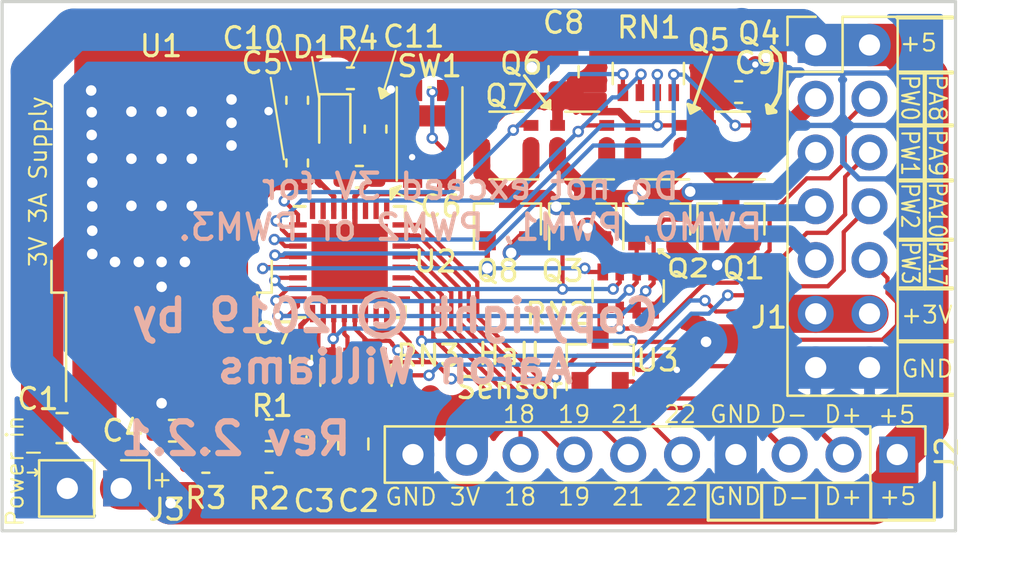
<source format=kicad_pcb>
(kicad_pcb (version 20171130) (host pcbnew 5.0.2-5.0.2)

  (general
    (thickness 1.6)
    (drawings 87)
    (tracks 604)
    (zones 0)
    (modules 34)
    (nets 40)
  )

  (page USLetter)
  (title_block
    (title "Paw Controller")
    (date 2019-02-04)
    (rev 2.2.1)
    (company "Copyright © 2018-2019 by Aaron Williams")
  )

  (layers
    (0 F.Cu jumper)
    (31 B.Cu signal)
    (32 B.Adhes user)
    (33 F.Adhes user)
    (34 B.Paste user)
    (35 F.Paste user)
    (36 B.SilkS user)
    (37 F.SilkS user)
    (38 B.Mask user)
    (39 F.Mask user)
    (40 Dwgs.User user hide)
    (41 Cmts.User user hide)
    (42 Eco1.User user hide)
    (43 Eco2.User user hide)
    (44 Edge.Cuts user)
    (45 Margin user)
    (46 B.CrtYd user)
    (47 F.CrtYd user)
    (48 B.Fab user hide)
    (49 F.Fab user)
  )

  (setup
    (last_trace_width 0.25)
    (user_trace_width 0.2)
    (user_trace_width 0.25)
    (user_trace_width 0.3)
    (user_trace_width 0.5)
    (user_trace_width 0.8)
    (user_trace_width 1)
    (user_trace_width 1.5)
    (user_trace_width 2)
    (trace_clearance 0.2)
    (zone_clearance 0.508)
    (zone_45_only no)
    (trace_min 0.2)
    (segment_width 0.15)
    (edge_width 0.15)
    (via_size 0.8)
    (via_drill 0.4)
    (via_min_size 0.4)
    (via_min_drill 0.3)
    (user_via 0.54 0.3)
    (user_via 0.8 0.5)
    (uvia_size 0.3)
    (uvia_drill 0.1)
    (uvias_allowed no)
    (uvia_min_size 0.2)
    (uvia_min_drill 0.1)
    (pcb_text_width 0.1)
    (pcb_text_size 0.8 0.8)
    (mod_edge_width 0.15)
    (mod_text_size 1 1)
    (mod_text_width 0.15)
    (pad_size 1.7 1.7)
    (pad_drill 1)
    (pad_to_mask_clearance 0.0508)
    (solder_mask_min_width 0.25)
    (aux_axis_origin 0 0)
    (visible_elements FFFFFF7F)
    (pcbplotparams
      (layerselection 0x010fc_ffffffff)
      (usegerberextensions false)
      (usegerberattributes false)
      (usegerberadvancedattributes false)
      (creategerberjobfile false)
      (excludeedgelayer true)
      (linewidth 0.100000)
      (plotframeref false)
      (viasonmask false)
      (mode 1)
      (useauxorigin false)
      (hpglpennumber 1)
      (hpglpenspeed 20)
      (hpglpendiameter 15.000000)
      (psnegative false)
      (psa4output false)
      (plotreference true)
      (plotvalue true)
      (plotinvisibletext false)
      (padsonsilk false)
      (subtractmaskfromsilk false)
      (outputformat 1)
      (mirror false)
      (drillshape 0)
      (scaleselection 1)
      (outputdirectory "Gerbers/"))
  )

  (net 0 "")
  (net 1 +3V3)
  (net 2 /PA09)
  (net 3 /PA10)
  (net 4 "Net-(R1-Pad2)")
  (net 5 GND)
  (net 6 "Net-(C3-Pad2)")
  (net 7 /PA08)
  (net 8 /PA02)
  (net 9 /PA00)
  (net 10 /PA01)
  (net 11 +5V)
  (net 12 "Net-(C4-Pad1)")
  (net 13 "Net-(U2-Pad17)")
  (net 14 "Net-(U2-Pad25)")
  (net 15 /PA06)
  (net 16 /PA07)
  (net 17 "Net-(U2-Pad15)")
  (net 18 "Net-(U2-Pad16)")
  (net 19 "Net-(SW1-Pad2)")
  (net 20 "Net-(U2-Pad27)")
  (net 21 "Net-(U2-Pad31)")
  (net 22 "Net-(U2-Pad32)")
  (net 23 /D_N)
  (net 24 /D_P)
  (net 25 /PA21)
  (net 26 /PA22)
  (net 27 /PA18)
  (net 28 /PA19)
  (net 29 "Net-(C6-Pad1)")
  (net 30 /PWM2)
  (net 31 /PWM0)
  (net 32 /PWM1)
  (net 33 /PA04)
  (net 34 /PA05)
  (net 35 /PA03)
  (net 36 /PA11)
  (net 37 "Net-(D1-Pad1)")
  (net 38 /PWM3)
  (net 39 /PA17)

  (net_class Default "This is the default net class."
    (clearance 0.2)
    (trace_width 0.25)
    (via_dia 0.8)
    (via_drill 0.4)
    (uvia_dia 0.3)
    (uvia_drill 0.1)
    (add_net +3V3)
    (add_net +5V)
    (add_net /D_N)
    (add_net /D_P)
    (add_net /PA00)
    (add_net /PA01)
    (add_net /PA02)
    (add_net /PA03)
    (add_net /PA04)
    (add_net /PA05)
    (add_net /PA06)
    (add_net /PA07)
    (add_net /PA08)
    (add_net /PA09)
    (add_net /PA10)
    (add_net /PA11)
    (add_net /PA17)
    (add_net /PA18)
    (add_net /PA19)
    (add_net /PA21)
    (add_net /PA22)
    (add_net /PWM0)
    (add_net /PWM1)
    (add_net /PWM2)
    (add_net /PWM3)
    (add_net GND)
    (add_net "Net-(C3-Pad2)")
    (add_net "Net-(C4-Pad1)")
    (add_net "Net-(C6-Pad1)")
    (add_net "Net-(D1-Pad1)")
    (add_net "Net-(R1-Pad2)")
    (add_net "Net-(SW1-Pad2)")
    (add_net "Net-(U2-Pad15)")
    (add_net "Net-(U2-Pad16)")
    (add_net "Net-(U2-Pad17)")
    (add_net "Net-(U2-Pad25)")
    (add_net "Net-(U2-Pad27)")
    (add_net "Net-(U2-Pad31)")
    (add_net "Net-(U2-Pad32)")
  )

  (module Connector_PinHeader_2.54mm:PinHeader_1x10_P2.54mm_Vertical (layer F.Cu) (tedit 5C513FA2) (tstamp 5C67696F)
    (at 91.25 83.4 270)
    (descr "Through hole straight pin header, 1x10, 2.54mm pitch, single row")
    (tags "Through hole pin header THT 1x10 2.54mm single row")
    (path /5C5CD8F9)
    (fp_text reference J2 (at 0 -2.33 270) (layer F.SilkS)
      (effects (font (size 1 1) (thickness 0.15)))
    )
    (fp_text value Conn_01x10 (at 0 25.19 270) (layer F.Fab)
      (effects (font (size 1 1) (thickness 0.15)))
    )
    (fp_line (start -0.635 -1.27) (end 1.27 -1.27) (layer F.Fab) (width 0.1))
    (fp_line (start 1.27 -1.27) (end 1.27 24.13) (layer F.Fab) (width 0.1))
    (fp_line (start 1.27 24.13) (end -1.27 24.13) (layer F.Fab) (width 0.1))
    (fp_line (start -1.27 24.13) (end -1.27 -0.635) (layer F.Fab) (width 0.1))
    (fp_line (start -1.27 -0.635) (end -0.635 -1.27) (layer F.Fab) (width 0.1))
    (fp_line (start -1.33 24.19) (end 1.33 24.19) (layer F.SilkS) (width 0.12))
    (fp_line (start -1.33 1.27) (end -1.33 24.19) (layer F.SilkS) (width 0.12))
    (fp_line (start 1.33 1.27) (end 1.33 24.19) (layer F.SilkS) (width 0.12))
    (fp_line (start -1.33 1.27) (end 1.33 1.27) (layer F.SilkS) (width 0.12))
    (fp_line (start -1.33 0) (end -1.33 -1.33) (layer F.SilkS) (width 0.12))
    (fp_line (start -1.33 -1.33) (end 0 -1.33) (layer F.SilkS) (width 0.12))
    (fp_line (start -1.8 -1.8) (end -1.8 24.65) (layer F.CrtYd) (width 0.05))
    (fp_line (start -1.8 24.65) (end 1.8 24.65) (layer F.CrtYd) (width 0.05))
    (fp_line (start 1.8 24.65) (end 1.8 -1.8) (layer F.CrtYd) (width 0.05))
    (fp_line (start 1.8 -1.8) (end -1.8 -1.8) (layer F.CrtYd) (width 0.05))
    (fp_text user %R (at 0 11.43) (layer F.Fab)
      (effects (font (size 1 1) (thickness 0.15)))
    )
    (pad 1 thru_hole rect (at 0 0 270) (size 1.7 1.7) (drill 1) (layers *.Cu *.Mask)
      (net 11 +5V))
    (pad 2 thru_hole oval (at 0 2.54 270) (size 1.7 1.7) (drill 1) (layers *.Cu *.Mask)
      (net 24 /D_P))
    (pad 3 thru_hole oval (at 0 5.08 270) (size 1.7 1.7) (drill 1) (layers *.Cu *.Mask)
      (net 23 /D_N))
    (pad 4 thru_hole oval (at 0 7.62 270) (size 1.7 1.7) (drill 1) (layers *.Cu *.Mask)
      (net 5 GND))
    (pad 5 thru_hole oval (at 0 10.16 270) (size 1.7 1.7) (drill 1) (layers *.Cu *.Mask)
      (net 26 /PA22))
    (pad 6 thru_hole oval (at 0 12.7 270) (size 1.7 1.7) (drill 1) (layers *.Cu *.Mask)
      (net 25 /PA21))
    (pad 7 thru_hole oval (at 0 15.24 270) (size 1.7 1.7) (drill 1) (layers *.Cu *.Mask)
      (net 28 /PA19))
    (pad 8 thru_hole oval (at 0 17.78 270) (size 1.7 1.7) (drill 1) (layers *.Cu *.Mask)
      (net 27 /PA18))
    (pad 9 thru_hole oval (at 0 20.32 270) (size 1.7 1.7) (drill 1) (layers *.Cu *.Mask)
      (net 1 +3V3))
    (pad 10 thru_hole oval (at 0 22.86 270) (size 1.7 1.7) (drill 1) (layers *.Cu *.Mask)
      (net 5 GND))
    (model ${KISYS3DMOD}/Connector_PinHeader_2.54mm.3dshapes/PinHeader_1x10_P2.54mm_Vertical.wrl
      (at (xyz 0 0 0))
      (scale (xyz 1 1 1))
      (rotate (xyz 0 0 0))
    )
  )

  (module Package_SO:TSOP-6_1.65x3.05mm_P0.95mm (layer F.Cu) (tedit 5A02F25C) (tstamp 5C62F1B9)
    (at 72.8 68.8 180)
    (descr "TSOP-6 package (comparable to TSOT-23), https://www.vishay.com/docs/71200/71200.pdf")
    (tags "Jedec MO-193C TSOP-6L")
    (path /5C5439B3)
    (attr smd)
    (fp_text reference Q7 (at 0 2.35 180) (layer F.SilkS)
      (effects (font (size 1 1) (thickness 0.15)))
    )
    (fp_text value SI3407DV-T1-GE3 (at 0 2.5 180) (layer F.Fab)
      (effects (font (size 1 1) (thickness 0.15)))
    )
    (fp_line (start 1.76 1.77) (end -1.76 1.77) (layer F.CrtYd) (width 0.05))
    (fp_line (start 1.76 1.77) (end 1.76 -1.78) (layer F.CrtYd) (width 0.05))
    (fp_line (start -1.76 -1.78) (end -1.76 1.77) (layer F.CrtYd) (width 0.05))
    (fp_line (start -1.76 -1.78) (end 1.76 -1.78) (layer F.CrtYd) (width 0.05))
    (fp_line (start 0.825 -1.525) (end 0.825 1.525) (layer F.Fab) (width 0.1))
    (fp_line (start 0.825 1.525) (end -0.825 1.525) (layer F.Fab) (width 0.1))
    (fp_line (start -0.825 -1.1) (end -0.825 1.525) (layer F.Fab) (width 0.1))
    (fp_line (start 0.825 -1.525) (end -0.425 -1.525) (layer F.Fab) (width 0.1))
    (fp_line (start -0.825 -1.1) (end -0.425 -1.525) (layer F.Fab) (width 0.1))
    (fp_line (start 0.8 -1.6) (end -1.5 -1.6) (layer F.SilkS) (width 0.12))
    (fp_line (start -0.8 1.6) (end 0.8 1.6) (layer F.SilkS) (width 0.12))
    (fp_text user %R (at 0 0 270) (layer F.Fab)
      (effects (font (size 0.5 0.5) (thickness 0.075)))
    )
    (pad 6 smd rect (at 1.16 -0.95 180) (size 0.7 0.51) (layers F.Cu F.Paste F.Mask)
      (net 38 /PWM3))
    (pad 5 smd rect (at 1.16 0 180) (size 0.7 0.51) (layers F.Cu F.Paste F.Mask)
      (net 38 /PWM3))
    (pad 4 smd rect (at 1.16 0.95 180) (size 0.7 0.51) (layers F.Cu F.Paste F.Mask)
      (net 1 +3V3))
    (pad 3 smd rect (at -1.16 0.95 180) (size 0.7 0.51) (layers F.Cu F.Paste F.Mask)
      (net 9 /PA00))
    (pad 2 smd rect (at -1.16 0 180) (size 0.7 0.51) (layers F.Cu F.Paste F.Mask)
      (net 38 /PWM3))
    (pad 1 smd rect (at -1.16 -0.95 180) (size 0.7 0.51) (layers F.Cu F.Paste F.Mask)
      (net 38 /PWM3))
    (model ${KISYS3DMOD}/Package_SO.3dshapes/TSOP-6_1.65x3.05mm_P0.95mm.wrl
      (at (xyz 0 0 0))
      (scale (xyz 1 1 1))
      (rotate (xyz 0 0 0))
    )
  )

  (module Package_SO:TSOP-6_1.65x3.05mm_P0.95mm (layer F.Cu) (tedit 5A02F25C) (tstamp 5C62F1A4)
    (at 76.375 68.8 180)
    (descr "TSOP-6 package (comparable to TSOT-23), https://www.vishay.com/docs/71200/71200.pdf")
    (tags "Jedec MO-193C TSOP-6L")
    (path /5C535C5D)
    (attr smd)
    (fp_text reference Q6 (at 2.875 3.875 180) (layer F.SilkS)
      (effects (font (size 1 1) (thickness 0.15)))
    )
    (fp_text value SI3407DV-T1-GE3 (at 0 2.5 180) (layer F.Fab)
      (effects (font (size 1 1) (thickness 0.15)))
    )
    (fp_text user %R (at 0 0 270) (layer F.Fab)
      (effects (font (size 0.5 0.5) (thickness 0.075)))
    )
    (fp_line (start -0.8 1.6) (end 0.8 1.6) (layer F.SilkS) (width 0.12))
    (fp_line (start 0.8 -1.6) (end -1.5 -1.6) (layer F.SilkS) (width 0.12))
    (fp_line (start -0.825 -1.1) (end -0.425 -1.525) (layer F.Fab) (width 0.1))
    (fp_line (start 0.825 -1.525) (end -0.425 -1.525) (layer F.Fab) (width 0.1))
    (fp_line (start -0.825 -1.1) (end -0.825 1.525) (layer F.Fab) (width 0.1))
    (fp_line (start 0.825 1.525) (end -0.825 1.525) (layer F.Fab) (width 0.1))
    (fp_line (start 0.825 -1.525) (end 0.825 1.525) (layer F.Fab) (width 0.1))
    (fp_line (start -1.76 -1.78) (end 1.76 -1.78) (layer F.CrtYd) (width 0.05))
    (fp_line (start -1.76 -1.78) (end -1.76 1.77) (layer F.CrtYd) (width 0.05))
    (fp_line (start 1.76 1.77) (end 1.76 -1.78) (layer F.CrtYd) (width 0.05))
    (fp_line (start 1.76 1.77) (end -1.76 1.77) (layer F.CrtYd) (width 0.05))
    (pad 1 smd rect (at -1.16 -0.95 180) (size 0.7 0.51) (layers F.Cu F.Paste F.Mask)
      (net 30 /PWM2))
    (pad 2 smd rect (at -1.16 0 180) (size 0.7 0.51) (layers F.Cu F.Paste F.Mask)
      (net 30 /PWM2))
    (pad 3 smd rect (at -1.16 0.95 180) (size 0.7 0.51) (layers F.Cu F.Paste F.Mask)
      (net 10 /PA01))
    (pad 4 smd rect (at 1.16 0.95 180) (size 0.7 0.51) (layers F.Cu F.Paste F.Mask)
      (net 1 +3V3))
    (pad 5 smd rect (at 1.16 0 180) (size 0.7 0.51) (layers F.Cu F.Paste F.Mask)
      (net 30 /PWM2))
    (pad 6 smd rect (at 1.16 -0.95 180) (size 0.7 0.51) (layers F.Cu F.Paste F.Mask)
      (net 30 /PWM2))
    (model ${KISYS3DMOD}/Package_SO.3dshapes/TSOP-6_1.65x3.05mm_P0.95mm.wrl
      (at (xyz 0 0 0))
      (scale (xyz 1 1 1))
      (rotate (xyz 0 0 0))
    )
  )

  (module Package_SO:TSOP-6_1.65x3.05mm_P0.95mm (layer F.Cu) (tedit 5A02F25C) (tstamp 5C62F18F)
    (at 79.925 68.8 180)
    (descr "TSOP-6 package (comparable to TSOT-23), https://www.vishay.com/docs/71200/71200.pdf")
    (tags "Jedec MO-193C TSOP-6L")
    (path /5C534FFC)
    (attr smd)
    (fp_text reference Q5 (at -2.425 4.975 180) (layer F.SilkS)
      (effects (font (size 1 1) (thickness 0.15)))
    )
    (fp_text value SI3407DV-T1-GE3 (at 0 2.5 180) (layer F.Fab)
      (effects (font (size 1 1) (thickness 0.15)))
    )
    (fp_line (start 1.76 1.77) (end -1.76 1.77) (layer F.CrtYd) (width 0.05))
    (fp_line (start 1.76 1.77) (end 1.76 -1.78) (layer F.CrtYd) (width 0.05))
    (fp_line (start -1.76 -1.78) (end -1.76 1.77) (layer F.CrtYd) (width 0.05))
    (fp_line (start -1.76 -1.78) (end 1.76 -1.78) (layer F.CrtYd) (width 0.05))
    (fp_line (start 0.825 -1.525) (end 0.825 1.525) (layer F.Fab) (width 0.1))
    (fp_line (start 0.825 1.525) (end -0.825 1.525) (layer F.Fab) (width 0.1))
    (fp_line (start -0.825 -1.1) (end -0.825 1.525) (layer F.Fab) (width 0.1))
    (fp_line (start 0.825 -1.525) (end -0.425 -1.525) (layer F.Fab) (width 0.1))
    (fp_line (start -0.825 -1.1) (end -0.425 -1.525) (layer F.Fab) (width 0.1))
    (fp_line (start 0.8 -1.6) (end -1.5 -1.6) (layer F.SilkS) (width 0.12))
    (fp_line (start -0.8 1.6) (end 0.8 1.6) (layer F.SilkS) (width 0.12))
    (fp_text user %R (at 0 0 270) (layer F.Fab)
      (effects (font (size 0.5 0.5) (thickness 0.075)))
    )
    (pad 6 smd rect (at 1.16 -0.95 180) (size 0.7 0.51) (layers F.Cu F.Paste F.Mask)
      (net 32 /PWM1))
    (pad 5 smd rect (at 1.16 0 180) (size 0.7 0.51) (layers F.Cu F.Paste F.Mask)
      (net 32 /PWM1))
    (pad 4 smd rect (at 1.16 0.95 180) (size 0.7 0.51) (layers F.Cu F.Paste F.Mask)
      (net 1 +3V3))
    (pad 3 smd rect (at -1.16 0.95 180) (size 0.7 0.51) (layers F.Cu F.Paste F.Mask)
      (net 8 /PA02))
    (pad 2 smd rect (at -1.16 0 180) (size 0.7 0.51) (layers F.Cu F.Paste F.Mask)
      (net 32 /PWM1))
    (pad 1 smd rect (at -1.16 -0.95 180) (size 0.7 0.51) (layers F.Cu F.Paste F.Mask)
      (net 32 /PWM1))
    (model ${KISYS3DMOD}/Package_SO.3dshapes/TSOP-6_1.65x3.05mm_P0.95mm.wrl
      (at (xyz 0 0 0))
      (scale (xyz 1 1 1))
      (rotate (xyz 0 0 0))
    )
  )

  (module Package_SO:TSOP-6_1.65x3.05mm_P0.95mm (layer F.Cu) (tedit 5A02F25C) (tstamp 5C62F17A)
    (at 83.5 68.8 180)
    (descr "TSOP-6 package (comparable to TSOT-23), https://www.vishay.com/docs/71200/71200.pdf")
    (tags "Jedec MO-193C TSOP-6L")
    (path /5C524C33)
    (attr smd)
    (fp_text reference Q4 (at -1.225 5.3 180) (layer F.SilkS)
      (effects (font (size 1 1) (thickness 0.15)))
    )
    (fp_text value SI3407DV-T1-GE3 (at 0 2.5 180) (layer F.Fab)
      (effects (font (size 1 1) (thickness 0.15)))
    )
    (fp_text user %R (at 0 0 270) (layer F.Fab)
      (effects (font (size 0.5 0.5) (thickness 0.075)))
    )
    (fp_line (start -0.8 1.6) (end 0.8 1.6) (layer F.SilkS) (width 0.12))
    (fp_line (start 0.8 -1.6) (end -1.5 -1.6) (layer F.SilkS) (width 0.12))
    (fp_line (start -0.825 -1.1) (end -0.425 -1.525) (layer F.Fab) (width 0.1))
    (fp_line (start 0.825 -1.525) (end -0.425 -1.525) (layer F.Fab) (width 0.1))
    (fp_line (start -0.825 -1.1) (end -0.825 1.525) (layer F.Fab) (width 0.1))
    (fp_line (start 0.825 1.525) (end -0.825 1.525) (layer F.Fab) (width 0.1))
    (fp_line (start 0.825 -1.525) (end 0.825 1.525) (layer F.Fab) (width 0.1))
    (fp_line (start -1.76 -1.78) (end 1.76 -1.78) (layer F.CrtYd) (width 0.05))
    (fp_line (start -1.76 -1.78) (end -1.76 1.77) (layer F.CrtYd) (width 0.05))
    (fp_line (start 1.76 1.77) (end 1.76 -1.78) (layer F.CrtYd) (width 0.05))
    (fp_line (start 1.76 1.77) (end -1.76 1.77) (layer F.CrtYd) (width 0.05))
    (pad 1 smd rect (at -1.16 -0.95 180) (size 0.7 0.51) (layers F.Cu F.Paste F.Mask)
      (net 31 /PWM0))
    (pad 2 smd rect (at -1.16 0 180) (size 0.7 0.51) (layers F.Cu F.Paste F.Mask)
      (net 31 /PWM0))
    (pad 3 smd rect (at -1.16 0.95 180) (size 0.7 0.51) (layers F.Cu F.Paste F.Mask)
      (net 35 /PA03))
    (pad 4 smd rect (at 1.16 0.95 180) (size 0.7 0.51) (layers F.Cu F.Paste F.Mask)
      (net 1 +3V3))
    (pad 5 smd rect (at 1.16 0 180) (size 0.7 0.51) (layers F.Cu F.Paste F.Mask)
      (net 31 /PWM0))
    (pad 6 smd rect (at 1.16 -0.95 180) (size 0.7 0.51) (layers F.Cu F.Paste F.Mask)
      (net 31 /PWM0))
    (model ${KISYS3DMOD}/Package_SO.3dshapes/TSOP-6_1.65x3.05mm_P0.95mm.wrl
      (at (xyz 0 0 0))
      (scale (xyz 1 1 1))
      (rotate (xyz 0 0 0))
    )
  )

  (module Connector_PinHeader_2.54mm:PinHeader_2x07_P2.54mm_Vertical (layer F.Cu) (tedit 59FED5CC) (tstamp 5C6323A4)
    (at 87.4 64.05)
    (descr "Through hole straight pin header, 2x07, 2.54mm pitch, double rows")
    (tags "Through hole pin header THT 2x07 2.54mm double row")
    (path /5C565728)
    (fp_text reference J1 (at -2.2 12.875) (layer F.SilkS)
      (effects (font (size 1 1) (thickness 0.15)))
    )
    (fp_text value Conn_02x07_Odd_Even (at 1.27 17.57) (layer F.Fab)
      (effects (font (size 1 1) (thickness 0.15)))
    )
    (fp_line (start 0 -1.27) (end 3.81 -1.27) (layer F.Fab) (width 0.1))
    (fp_line (start 3.81 -1.27) (end 3.81 16.51) (layer F.Fab) (width 0.1))
    (fp_line (start 3.81 16.51) (end -1.27 16.51) (layer F.Fab) (width 0.1))
    (fp_line (start -1.27 16.51) (end -1.27 0) (layer F.Fab) (width 0.1))
    (fp_line (start -1.27 0) (end 0 -1.27) (layer F.Fab) (width 0.1))
    (fp_line (start -1.33 16.57) (end 3.87 16.57) (layer F.SilkS) (width 0.12))
    (fp_line (start -1.33 1.27) (end -1.33 16.57) (layer F.SilkS) (width 0.12))
    (fp_line (start 3.87 -1.33) (end 3.87 16.57) (layer F.SilkS) (width 0.12))
    (fp_line (start -1.33 1.27) (end 1.27 1.27) (layer F.SilkS) (width 0.12))
    (fp_line (start 1.27 1.27) (end 1.27 -1.33) (layer F.SilkS) (width 0.12))
    (fp_line (start 1.27 -1.33) (end 3.87 -1.33) (layer F.SilkS) (width 0.12))
    (fp_line (start -1.33 0) (end -1.33 -1.33) (layer F.SilkS) (width 0.12))
    (fp_line (start -1.33 -1.33) (end 0 -1.33) (layer F.SilkS) (width 0.12))
    (fp_line (start -1.8 -1.8) (end -1.8 17.05) (layer F.CrtYd) (width 0.05))
    (fp_line (start -1.8 17.05) (end 4.35 17.05) (layer F.CrtYd) (width 0.05))
    (fp_line (start 4.35 17.05) (end 4.35 -1.8) (layer F.CrtYd) (width 0.05))
    (fp_line (start 4.35 -1.8) (end -1.8 -1.8) (layer F.CrtYd) (width 0.05))
    (fp_text user %R (at 1.27 7.62 90) (layer F.Fab)
      (effects (font (size 1 1) (thickness 0.15)))
    )
    (pad 1 thru_hole rect (at 0 0) (size 1.7 1.7) (drill 1) (layers *.Cu *.Mask)
      (net 11 +5V))
    (pad 2 thru_hole oval (at 2.54 0) (size 1.7 1.7) (drill 1) (layers *.Cu *.Mask)
      (net 11 +5V))
    (pad 3 thru_hole oval (at 0 2.54) (size 1.7 1.7) (drill 1) (layers *.Cu *.Mask)
      (net 31 /PWM0))
    (pad 4 thru_hole oval (at 2.54 2.54) (size 1.7 1.7) (drill 1) (layers *.Cu *.Mask)
      (net 7 /PA08))
    (pad 5 thru_hole oval (at 0 5.08) (size 1.7 1.7) (drill 1) (layers *.Cu *.Mask)
      (net 32 /PWM1))
    (pad 6 thru_hole oval (at 2.54 5.08) (size 1.7 1.7) (drill 1) (layers *.Cu *.Mask)
      (net 2 /PA09))
    (pad 7 thru_hole oval (at 0 7.62) (size 1.7 1.7) (drill 1) (layers *.Cu *.Mask)
      (net 30 /PWM2))
    (pad 8 thru_hole oval (at 2.54 7.62) (size 1.7 1.7) (drill 1) (layers *.Cu *.Mask)
      (net 3 /PA10))
    (pad 9 thru_hole oval (at 0 10.16) (size 1.7 1.7) (drill 1) (layers *.Cu *.Mask)
      (net 38 /PWM3))
    (pad 10 thru_hole oval (at 2.54 10.16) (size 1.7 1.7) (drill 1) (layers *.Cu *.Mask)
      (net 39 /PA17))
    (pad 11 thru_hole oval (at 0 12.7) (size 1.7 1.7) (drill 1) (layers *.Cu *.Mask)
      (net 1 +3V3))
    (pad 12 thru_hole oval (at 2.54 12.7) (size 1.7 1.7) (drill 1) (layers *.Cu *.Mask)
      (net 1 +3V3))
    (pad 13 thru_hole oval (at 0 15.24) (size 1.7 1.7) (drill 1) (layers *.Cu *.Mask)
      (net 5 GND))
    (pad 14 thru_hole oval (at 2.54 15.24) (size 1.7 1.7) (drill 1) (layers *.Cu *.Mask)
      (net 5 GND))
    (model ${KISYS3DMOD}/Connector_PinHeader_2.54mm.3dshapes/PinHeader_2x07_P2.54mm_Vertical.wrl
      (at (xyz 0 0 0))
      (scale (xyz 1 1 1))
      (rotate (xyz 0 0 0))
    )
  )

  (module Package_TO_SOT_SMD:SOT-23 (layer F.Cu) (tedit 5A02FF57) (tstamp 5C529EA8)
    (at 72.85 72.3 90)
    (descr "SOT-23, Standard")
    (tags SOT-23)
    (path /5C543992)
    (attr smd)
    (fp_text reference Q8 (at -2.425 -0.475 180) (layer F.SilkS)
      (effects (font (size 1 1) (thickness 0.15)))
    )
    (fp_text value DMN1019USN (at 0 2.5 90) (layer F.Fab)
      (effects (font (size 1 1) (thickness 0.15)))
    )
    (fp_text user %R (at 0 0 180) (layer F.Fab)
      (effects (font (size 0.5 0.5) (thickness 0.075)))
    )
    (fp_line (start -0.7 -0.95) (end -0.7 1.5) (layer F.Fab) (width 0.1))
    (fp_line (start -0.15 -1.52) (end 0.7 -1.52) (layer F.Fab) (width 0.1))
    (fp_line (start -0.7 -0.95) (end -0.15 -1.52) (layer F.Fab) (width 0.1))
    (fp_line (start 0.7 -1.52) (end 0.7 1.52) (layer F.Fab) (width 0.1))
    (fp_line (start -0.7 1.52) (end 0.7 1.52) (layer F.Fab) (width 0.1))
    (fp_line (start 0.76 1.58) (end 0.76 0.65) (layer F.SilkS) (width 0.12))
    (fp_line (start 0.76 -1.58) (end 0.76 -0.65) (layer F.SilkS) (width 0.12))
    (fp_line (start -1.7 -1.75) (end 1.7 -1.75) (layer F.CrtYd) (width 0.05))
    (fp_line (start 1.7 -1.75) (end 1.7 1.75) (layer F.CrtYd) (width 0.05))
    (fp_line (start 1.7 1.75) (end -1.7 1.75) (layer F.CrtYd) (width 0.05))
    (fp_line (start -1.7 1.75) (end -1.7 -1.75) (layer F.CrtYd) (width 0.05))
    (fp_line (start 0.76 -1.58) (end -1.4 -1.58) (layer F.SilkS) (width 0.12))
    (fp_line (start 0.76 1.58) (end -0.7 1.58) (layer F.SilkS) (width 0.12))
    (pad 1 smd rect (at -1 -0.95 90) (size 0.9 0.8) (layers F.Cu F.Paste F.Mask)
      (net 33 /PA04))
    (pad 2 smd rect (at -1 0.95 90) (size 0.9 0.8) (layers F.Cu F.Paste F.Mask)
      (net 5 GND))
    (pad 3 smd rect (at 1 0 90) (size 0.9 0.8) (layers F.Cu F.Paste F.Mask)
      (net 38 /PWM3))
    (model ${KISYS3DMOD}/Package_TO_SOT_SMD.3dshapes/SOT-23.wrl
      (at (xyz 0 0 0))
      (scale (xyz 1 1 1))
      (rotate (xyz 0 0 0))
    )
  )

  (module Resistor_SMD:R_Array_Convex_4x0603 (layer F.Cu) (tedit 58E0A8B2) (tstamp 5C529D62)
    (at 78.55 75.675 90)
    (descr "Chip Resistor Network, ROHM MNR14 (see mnr_g.pdf)")
    (tags "resistor array")
    (path /5C585372)
    (attr smd)
    (fp_text reference RN2 (at -1.075 -3.35 180) (layer F.SilkS)
      (effects (font (size 1 1) (thickness 0.15)))
    )
    (fp_text value 100K (at 0 2.8 90) (layer F.Fab)
      (effects (font (size 1 1) (thickness 0.15)))
    )
    (fp_text user %R (at 0 0 180) (layer F.Fab)
      (effects (font (size 0.5 0.5) (thickness 0.075)))
    )
    (fp_line (start -0.8 -1.6) (end 0.8 -1.6) (layer F.Fab) (width 0.1))
    (fp_line (start 0.8 -1.6) (end 0.8 1.6) (layer F.Fab) (width 0.1))
    (fp_line (start 0.8 1.6) (end -0.8 1.6) (layer F.Fab) (width 0.1))
    (fp_line (start -0.8 1.6) (end -0.8 -1.6) (layer F.Fab) (width 0.1))
    (fp_line (start 0.5 1.68) (end -0.5 1.68) (layer F.SilkS) (width 0.12))
    (fp_line (start 0.5 -1.68) (end -0.5 -1.68) (layer F.SilkS) (width 0.12))
    (fp_line (start -1.55 -1.85) (end 1.55 -1.85) (layer F.CrtYd) (width 0.05))
    (fp_line (start -1.55 -1.85) (end -1.55 1.85) (layer F.CrtYd) (width 0.05))
    (fp_line (start 1.55 1.85) (end 1.55 -1.85) (layer F.CrtYd) (width 0.05))
    (fp_line (start 1.55 1.85) (end -1.55 1.85) (layer F.CrtYd) (width 0.05))
    (pad 1 smd rect (at -0.9 -1.2 90) (size 0.8 0.5) (layers F.Cu F.Paste F.Mask)
      (net 5 GND))
    (pad 3 smd rect (at -0.9 0.4 90) (size 0.8 0.4) (layers F.Cu F.Paste F.Mask)
      (net 5 GND))
    (pad 2 smd rect (at -0.9 -0.4 90) (size 0.8 0.4) (layers F.Cu F.Paste F.Mask)
      (net 5 GND))
    (pad 4 smd rect (at -0.9 1.2 90) (size 0.8 0.5) (layers F.Cu F.Paste F.Mask)
      (net 5 GND))
    (pad 7 smd rect (at 0.9 -0.4 90) (size 0.8 0.4) (layers F.Cu F.Paste F.Mask)
      (net 34 /PA05))
    (pad 8 smd rect (at 0.9 -1.2 90) (size 0.8 0.5) (layers F.Cu F.Paste F.Mask)
      (net 33 /PA04))
    (pad 6 smd rect (at 0.9 0.4 90) (size 0.8 0.4) (layers F.Cu F.Paste F.Mask)
      (net 15 /PA06))
    (pad 5 smd rect (at 0.9 1.2 90) (size 0.8 0.5) (layers F.Cu F.Paste F.Mask)
      (net 16 /PA07))
    (model ${KISYS3DMOD}/Resistor_SMD.3dshapes/R_Array_Convex_4x0603.wrl
      (at (xyz 0 0 0))
      (scale (xyz 1 1 1))
      (rotate (xyz 0 0 0))
    )
  )

  (module Capacitor_SMD:C_0603_1608Metric (layer F.Cu) (tedit 5BC69695) (tstamp 5BCB114D)
    (at 62.925 66.6625 90)
    (descr "Capacitor SMD 0603 (1608 Metric), square (rectangular) end terminal, IPC_7351 nominal, (Body size source: http://www.tortai-tech.com/upload/download/2011102023233369053.pdf), generated with kicad-footprint-generator")
    (tags capacitor)
    (path /5BE53FF5)
    (attr smd)
    (fp_text reference C10 (at 2.9375 -2.075 180) (layer F.SilkS)
      (effects (font (size 1 1) (thickness 0.15)))
    )
    (fp_text value 1uF (at 0 1.43 90) (layer F.Fab)
      (effects (font (size 1 1) (thickness 0.15)))
    )
    (fp_line (start -0.8 0.4) (end -0.8 -0.4) (layer F.Fab) (width 0.1))
    (fp_line (start -0.8 -0.4) (end 0.8 -0.4) (layer F.Fab) (width 0.1))
    (fp_line (start 0.8 -0.4) (end 0.8 0.4) (layer F.Fab) (width 0.1))
    (fp_line (start 0.8 0.4) (end -0.8 0.4) (layer F.Fab) (width 0.1))
    (fp_line (start -0.162779 -0.51) (end 0.162779 -0.51) (layer F.SilkS) (width 0.12))
    (fp_line (start -0.162779 0.51) (end 0.162779 0.51) (layer F.SilkS) (width 0.12))
    (fp_line (start -1.48 0.73) (end -1.48 -0.73) (layer F.CrtYd) (width 0.05))
    (fp_line (start -1.48 -0.73) (end 1.48 -0.73) (layer F.CrtYd) (width 0.05))
    (fp_line (start 1.48 -0.73) (end 1.48 0.73) (layer F.CrtYd) (width 0.05))
    (fp_line (start 1.48 0.73) (end -1.48 0.73) (layer F.CrtYd) (width 0.05))
    (fp_text user %R (at 0 0 90) (layer F.Fab)
      (effects (font (size 0.4 0.4) (thickness 0.06)))
    )
    (pad 1 smd roundrect (at -0.7875 0 90) (size 0.875 0.95) (layers F.Cu F.Paste F.Mask) (roundrect_rratio 0.25)
      (net 1 +3V3))
    (pad 2 smd roundrect (at 0.7875 0 90) (size 0.875 0.95) (layers F.Cu F.Paste F.Mask) (roundrect_rratio 0.25)
      (net 5 GND) (zone_connect 2))
    (model ${KISYS3DMOD}/Capacitor_SMD.3dshapes/C_0603_1608Metric.wrl
      (at (xyz 0 0 0))
      (scale (xyz 1 1 1))
      (rotate (xyz 0 0 0))
    )
  )

  (module Capacitor_SMD:C_0603_1608Metric (layer F.Cu) (tedit 5B301BBE) (tstamp 5BCBF42D)
    (at 66.625 68.025 270)
    (descr "Capacitor SMD 0603 (1608 Metric), square (rectangular) end terminal, IPC_7351 nominal, (Body size source: http://www.tortai-tech.com/upload/download/2011102023233369053.pdf), generated with kicad-footprint-generator")
    (tags capacitor)
    (path /5BE66BD2)
    (attr smd)
    (fp_text reference C11 (at -4.375 -1.8) (layer F.SilkS)
      (effects (font (size 1 1) (thickness 0.15)))
    )
    (fp_text value 0.1uF (at 0 1.43 270) (layer F.Fab)
      (effects (font (size 1 1) (thickness 0.15)))
    )
    (fp_line (start -0.8 0.4) (end -0.8 -0.4) (layer F.Fab) (width 0.1))
    (fp_line (start -0.8 -0.4) (end 0.8 -0.4) (layer F.Fab) (width 0.1))
    (fp_line (start 0.8 -0.4) (end 0.8 0.4) (layer F.Fab) (width 0.1))
    (fp_line (start 0.8 0.4) (end -0.8 0.4) (layer F.Fab) (width 0.1))
    (fp_line (start -0.162779 -0.51) (end 0.162779 -0.51) (layer F.SilkS) (width 0.12))
    (fp_line (start -0.162779 0.51) (end 0.162779 0.51) (layer F.SilkS) (width 0.12))
    (fp_line (start -1.48 0.73) (end -1.48 -0.73) (layer F.CrtYd) (width 0.05))
    (fp_line (start -1.48 -0.73) (end 1.48 -0.73) (layer F.CrtYd) (width 0.05))
    (fp_line (start 1.48 -0.73) (end 1.48 0.73) (layer F.CrtYd) (width 0.05))
    (fp_line (start 1.48 0.73) (end -1.48 0.73) (layer F.CrtYd) (width 0.05))
    (fp_text user %R (at 0 0 270) (layer F.Fab)
      (effects (font (size 0.4 0.4) (thickness 0.06)))
    )
    (pad 1 smd roundrect (at -0.7875 0 270) (size 0.875 0.95) (layers F.Cu F.Paste F.Mask) (roundrect_rratio 0.25)
      (net 1 +3V3))
    (pad 2 smd roundrect (at 0.7875 0 270) (size 0.875 0.95) (layers F.Cu F.Paste F.Mask) (roundrect_rratio 0.25)
      (net 5 GND))
    (model ${KISYS3DMOD}/Capacitor_SMD.3dshapes/C_0603_1608Metric.wrl
      (at (xyz 0 0 0))
      (scale (xyz 1 1 1))
      (rotate (xyz 0 0 0))
    )
  )

  (module LED_SMD:LED_0603_1608Metric (layer F.Cu) (tedit 5BC6EEDC) (tstamp 5BCB4978)
    (at 64.7 67.8625 270)
    (descr "LED SMD 0603 (1608 Metric), square (rectangular) end terminal, IPC_7351 nominal, (Body size source: http://www.tortai-tech.com/upload/download/2011102023233369053.pdf), generated with kicad-footprint-generator")
    (tags diode)
    (path /5BE5D3E5)
    (attr smd)
    (fp_text reference D1 (at -3.7125 1.025) (layer F.SilkS)
      (effects (font (size 1 1) (thickness 0.15)))
    )
    (fp_text value LED (at 0 1.43 270) (layer F.Fab)
      (effects (font (size 1 1) (thickness 0.15)))
    )
    (fp_line (start 0.8 -0.4) (end -0.5 -0.4) (layer F.Fab) (width 0.1))
    (fp_line (start -0.5 -0.4) (end -0.8 -0.1) (layer F.Fab) (width 0.1))
    (fp_line (start -0.8 -0.1) (end -0.8 0.4) (layer F.Fab) (width 0.1))
    (fp_line (start -0.8 0.4) (end 0.8 0.4) (layer F.Fab) (width 0.1))
    (fp_line (start 0.8 0.4) (end 0.8 -0.4) (layer F.Fab) (width 0.1))
    (fp_line (start 0.8 -0.735) (end -1.485 -0.735) (layer F.SilkS) (width 0.12))
    (fp_line (start -1.485 -0.735) (end -1.485 0.735) (layer F.SilkS) (width 0.12))
    (fp_line (start -1.485 0.735) (end 0.8 0.735) (layer F.SilkS) (width 0.12))
    (fp_line (start -1.48 0.73) (end -1.48 -0.73) (layer F.CrtYd) (width 0.05))
    (fp_line (start -1.48 -0.73) (end 1.48 -0.73) (layer F.CrtYd) (width 0.05))
    (fp_line (start 1.48 -0.73) (end 1.48 0.73) (layer F.CrtYd) (width 0.05))
    (fp_line (start 1.48 0.73) (end -1.48 0.73) (layer F.CrtYd) (width 0.05))
    (fp_text user %R (at 0 0 270) (layer F.Fab)
      (effects (font (size 0.4 0.4) (thickness 0.06)))
    )
    (pad 1 smd roundrect (at -0.7875 0 270) (size 0.875 0.95) (layers F.Cu F.Paste F.Mask) (roundrect_rratio 0.25)
      (net 37 "Net-(D1-Pad1)"))
    (pad 2 smd roundrect (at 0.7875 0 270) (size 0.875 0.95) (layers F.Cu F.Paste F.Mask) (roundrect_rratio 0.25)
      (net 1 +3V3) (zone_connect 2))
    (model ${KISYS3DMOD}/LED_SMD.3dshapes/LED_0603_1608Metric.wrl
      (at (xyz 0 0 0))
      (scale (xyz 1 1 1))
      (rotate (xyz 0 0 0))
    )
  )

  (module Resistor_SMD:R_0603_1608Metric (layer F.Cu) (tedit 5BC6EEB9) (tstamp 5BCB476B)
    (at 65.4375 65.625 180)
    (descr "Resistor SMD 0603 (1608 Metric), square (rectangular) end terminal, IPC_7351 nominal, (Body size source: http://www.tortai-tech.com/upload/download/2011102023233369053.pdf), generated with kicad-footprint-generator")
    (tags resistor)
    (path /5BE5D708)
    (attr smd)
    (fp_text reference R4 (at -0.3375 1.875) (layer F.SilkS)
      (effects (font (size 1 1) (thickness 0.15)))
    )
    (fp_text value 330 (at 0 1.43 180) (layer F.Fab)
      (effects (font (size 1 1) (thickness 0.15)))
    )
    (fp_line (start -0.8 0.4) (end -0.8 -0.4) (layer F.Fab) (width 0.1))
    (fp_line (start -0.8 -0.4) (end 0.8 -0.4) (layer F.Fab) (width 0.1))
    (fp_line (start 0.8 -0.4) (end 0.8 0.4) (layer F.Fab) (width 0.1))
    (fp_line (start 0.8 0.4) (end -0.8 0.4) (layer F.Fab) (width 0.1))
    (fp_line (start -0.162779 -0.51) (end 0.162779 -0.51) (layer F.SilkS) (width 0.12))
    (fp_line (start -0.162779 0.51) (end 0.162779 0.51) (layer F.SilkS) (width 0.12))
    (fp_line (start -1.48 0.73) (end -1.48 -0.73) (layer F.CrtYd) (width 0.05))
    (fp_line (start -1.48 -0.73) (end 1.48 -0.73) (layer F.CrtYd) (width 0.05))
    (fp_line (start 1.48 -0.73) (end 1.48 0.73) (layer F.CrtYd) (width 0.05))
    (fp_line (start 1.48 0.73) (end -1.48 0.73) (layer F.CrtYd) (width 0.05))
    (fp_text user %R (at 0 0 180) (layer F.Fab)
      (effects (font (size 0.4 0.4) (thickness 0.06)))
    )
    (pad 1 smd roundrect (at -0.7875 0 180) (size 0.875 0.95) (layers F.Cu F.Paste F.Mask) (roundrect_rratio 0.25)
      (net 5 GND) (zone_connect 2))
    (pad 2 smd roundrect (at 0.7875 0 180) (size 0.875 0.95) (layers F.Cu F.Paste F.Mask) (roundrect_rratio 0.25)
      (net 37 "Net-(D1-Pad1)"))
    (model ${KISYS3DMOD}/Resistor_SMD.3dshapes/R_0603_1608Metric.wrl
      (at (xyz 0 0 0))
      (scale (xyz 1 1 1))
      (rotate (xyz 0 0 0))
    )
  )

  (module Capacitor_SMD:C_0603_1608Metric (layer F.Cu) (tedit 5BC691CA) (tstamp 5BCAD0C5)
    (at 83.7625 66.275)
    (descr "Capacitor SMD 0603 (1608 Metric), square (rectangular) end terminal, IPC_7351 nominal, (Body size source: http://www.tortai-tech.com/upload/download/2011102023233369053.pdf), generated with kicad-footprint-generator")
    (tags capacitor)
    (path /5BE4B144)
    (attr smd)
    (fp_text reference C9 (at 0.7875 -1.375) (layer F.SilkS)
      (effects (font (size 1 1) (thickness 0.15)))
    )
    (fp_text value 0.1uF (at 0 1.43) (layer F.Fab)
      (effects (font (size 1 1) (thickness 0.15)))
    )
    (fp_line (start -0.8 0.4) (end -0.8 -0.4) (layer F.Fab) (width 0.1))
    (fp_line (start -0.8 -0.4) (end 0.8 -0.4) (layer F.Fab) (width 0.1))
    (fp_line (start 0.8 -0.4) (end 0.8 0.4) (layer F.Fab) (width 0.1))
    (fp_line (start 0.8 0.4) (end -0.8 0.4) (layer F.Fab) (width 0.1))
    (fp_line (start -0.162779 -0.51) (end 0.162779 -0.51) (layer F.SilkS) (width 0.12))
    (fp_line (start -0.162779 0.51) (end 0.162779 0.51) (layer F.SilkS) (width 0.12))
    (fp_line (start -1.48 0.73) (end -1.48 -0.73) (layer F.CrtYd) (width 0.05))
    (fp_line (start -1.48 -0.73) (end 1.48 -0.73) (layer F.CrtYd) (width 0.05))
    (fp_line (start 1.48 -0.73) (end 1.48 0.73) (layer F.CrtYd) (width 0.05))
    (fp_line (start 1.48 0.73) (end -1.48 0.73) (layer F.CrtYd) (width 0.05))
    (fp_text user %R (at 0 0) (layer F.Fab)
      (effects (font (size 0.4 0.4) (thickness 0.06)))
    )
    (pad 1 smd roundrect (at -0.7875 0) (size 0.875 0.95) (layers F.Cu F.Paste F.Mask) (roundrect_rratio 0.25)
      (net 1 +3V3) (zone_connect 2))
    (pad 2 smd roundrect (at 0.7875 0) (size 0.875 0.95) (layers F.Cu F.Paste F.Mask) (roundrect_rratio 0.25)
      (net 5 GND))
    (model ${KISYS3DMOD}/Capacitor_SMD.3dshapes/C_0603_1608Metric.wrl
      (at (xyz 0 0 0))
      (scale (xyz 1 1 1))
      (rotate (xyz 0 0 0))
    )
  )

  (module Resistor_SMD:R_Array_Convex_4x0603 (layer F.Cu) (tedit 58E0A8B2) (tstamp 5BCAD648)
    (at 65.7 79.65 270)
    (descr "Chip Resistor Network, ROHM MNR14 (see mnr_g.pdf)")
    (tags "resistor array")
    (path /5BE2766B)
    (attr smd)
    (fp_text reference RN3 (at -0.925 -3.4) (layer F.SilkS)
      (effects (font (size 1 1) (thickness 0.15)))
    )
    (fp_text value 10K (at 0 2.8 270) (layer F.Fab)
      (effects (font (size 1 1) (thickness 0.15)))
    )
    (fp_text user %R (at 0 0) (layer F.Fab)
      (effects (font (size 0.5 0.5) (thickness 0.075)))
    )
    (fp_line (start -0.8 -1.6) (end 0.8 -1.6) (layer F.Fab) (width 0.1))
    (fp_line (start 0.8 -1.6) (end 0.8 1.6) (layer F.Fab) (width 0.1))
    (fp_line (start 0.8 1.6) (end -0.8 1.6) (layer F.Fab) (width 0.1))
    (fp_line (start -0.8 1.6) (end -0.8 -1.6) (layer F.Fab) (width 0.1))
    (fp_line (start 0.5 1.68) (end -0.5 1.68) (layer F.SilkS) (width 0.12))
    (fp_line (start 0.5 -1.68) (end -0.5 -1.68) (layer F.SilkS) (width 0.12))
    (fp_line (start -1.55 -1.85) (end 1.55 -1.85) (layer F.CrtYd) (width 0.05))
    (fp_line (start -1.55 -1.85) (end -1.55 1.85) (layer F.CrtYd) (width 0.05))
    (fp_line (start 1.55 1.85) (end 1.55 -1.85) (layer F.CrtYd) (width 0.05))
    (fp_line (start 1.55 1.85) (end -1.55 1.85) (layer F.CrtYd) (width 0.05))
    (pad 1 smd rect (at -0.9 -1.2 270) (size 0.8 0.5) (layers F.Cu F.Paste F.Mask)
      (net 36 /PA11))
    (pad 3 smd rect (at -0.9 0.4 270) (size 0.8 0.4) (layers F.Cu F.Paste F.Mask)
      (net 2 /PA09))
    (pad 2 smd rect (at -0.9 -0.4 270) (size 0.8 0.4) (layers F.Cu F.Paste F.Mask)
      (net 3 /PA10))
    (pad 4 smd rect (at -0.9 1.2 270) (size 0.8 0.5) (layers F.Cu F.Paste F.Mask)
      (net 7 /PA08))
    (pad 7 smd rect (at 0.9 -0.4 270) (size 0.8 0.4) (layers F.Cu F.Paste F.Mask)
      (net 1 +3V3))
    (pad 8 smd rect (at 0.9 -1.2 270) (size 0.8 0.5) (layers F.Cu F.Paste F.Mask)
      (net 1 +3V3))
    (pad 6 smd rect (at 0.9 0.4 270) (size 0.8 0.4) (layers F.Cu F.Paste F.Mask)
      (net 1 +3V3))
    (pad 5 smd rect (at 0.9 1.2 270) (size 0.8 0.5) (layers F.Cu F.Paste F.Mask)
      (net 1 +3V3))
    (model ${KISYS3DMOD}/Resistor_SMD.3dshapes/R_Array_Convex_4x0603.wrl
      (at (xyz 0 0 0))
      (scale (xyz 1 1 1))
      (rotate (xyz 0 0 0))
    )
  )

  (module Package_TO_SOT_SMD:SOT-23 (layer F.Cu) (tedit 5A02FF57) (tstamp 5BC9E544)
    (at 77.225 78.95 90)
    (descr "SOT-23, Standard")
    (tags SOT-23)
    (path /5BE17894)
    (attr smd)
    (fp_text reference U3 (at 0 2.7 180) (layer F.SilkS)
      (effects (font (size 1 1) (thickness 0.15)))
    )
    (fp_text value DRV5032FCDBZT (at 0 2.5 90) (layer F.Fab)
      (effects (font (size 1 1) (thickness 0.15)))
    )
    (fp_text user %R (at 0 0 180) (layer F.Fab)
      (effects (font (size 0.5 0.5) (thickness 0.075)))
    )
    (fp_line (start -0.7 -0.95) (end -0.7 1.5) (layer F.Fab) (width 0.1))
    (fp_line (start -0.15 -1.52) (end 0.7 -1.52) (layer F.Fab) (width 0.1))
    (fp_line (start -0.7 -0.95) (end -0.15 -1.52) (layer F.Fab) (width 0.1))
    (fp_line (start 0.7 -1.52) (end 0.7 1.52) (layer F.Fab) (width 0.1))
    (fp_line (start -0.7 1.52) (end 0.7 1.52) (layer F.Fab) (width 0.1))
    (fp_line (start 0.76 1.58) (end 0.76 0.65) (layer F.SilkS) (width 0.12))
    (fp_line (start 0.76 -1.58) (end 0.76 -0.65) (layer F.SilkS) (width 0.12))
    (fp_line (start -1.7 -1.75) (end 1.7 -1.75) (layer F.CrtYd) (width 0.05))
    (fp_line (start 1.7 -1.75) (end 1.7 1.75) (layer F.CrtYd) (width 0.05))
    (fp_line (start 1.7 1.75) (end -1.7 1.75) (layer F.CrtYd) (width 0.05))
    (fp_line (start -1.7 1.75) (end -1.7 -1.75) (layer F.CrtYd) (width 0.05))
    (fp_line (start 0.76 -1.58) (end -1.4 -1.58) (layer F.SilkS) (width 0.12))
    (fp_line (start 0.76 1.58) (end -0.7 1.58) (layer F.SilkS) (width 0.12))
    (pad 1 smd rect (at -1 -0.95 90) (size 0.9 0.8) (layers F.Cu F.Paste F.Mask)
      (net 1 +3V3))
    (pad 2 smd rect (at -1 0.95 90) (size 0.9 0.8) (layers F.Cu F.Paste F.Mask)
      (net 36 /PA11))
    (pad 3 smd rect (at 1 0 90) (size 0.9 0.8) (layers F.Cu F.Paste F.Mask)
      (net 5 GND))
    (model ${KISYS3DMOD}/Package_TO_SOT_SMD.3dshapes/SOT-23.wrl
      (at (xyz 0 0 0))
      (scale (xyz 1 1 1))
      (rotate (xyz 0 0 0))
    )
  )

  (module Resistor_SMD:R_Array_Convex_4x0603 (layer F.Cu) (tedit 58E0A8B2) (tstamp 5BC5777C)
    (at 79.5 65.4 90)
    (descr "Chip Resistor Network, ROHM MNR14 (see mnr_g.pdf)")
    (tags "resistor array")
    (path /5BC699CB)
    (attr smd)
    (fp_text reference RN1 (at 2.175 0.025 180) (layer F.SilkS)
      (effects (font (size 1 1) (thickness 0.15)))
    )
    (fp_text value 100K (at 0 2.8 90) (layer F.Fab)
      (effects (font (size 1 1) (thickness 0.15)))
    )
    (fp_text user %R (at 0 0 180) (layer F.Fab)
      (effects (font (size 0.5 0.5) (thickness 0.075)))
    )
    (fp_line (start -0.8 -1.6) (end 0.8 -1.6) (layer F.Fab) (width 0.1))
    (fp_line (start 0.8 -1.6) (end 0.8 1.6) (layer F.Fab) (width 0.1))
    (fp_line (start 0.8 1.6) (end -0.8 1.6) (layer F.Fab) (width 0.1))
    (fp_line (start -0.8 1.6) (end -0.8 -1.6) (layer F.Fab) (width 0.1))
    (fp_line (start 0.5 1.68) (end -0.5 1.68) (layer F.SilkS) (width 0.12))
    (fp_line (start 0.5 -1.68) (end -0.5 -1.68) (layer F.SilkS) (width 0.12))
    (fp_line (start -1.55 -1.85) (end 1.55 -1.85) (layer F.CrtYd) (width 0.05))
    (fp_line (start -1.55 -1.85) (end -1.55 1.85) (layer F.CrtYd) (width 0.05))
    (fp_line (start 1.55 1.85) (end 1.55 -1.85) (layer F.CrtYd) (width 0.05))
    (fp_line (start 1.55 1.85) (end -1.55 1.85) (layer F.CrtYd) (width 0.05))
    (pad 1 smd rect (at -0.9 -1.2 90) (size 0.8 0.5) (layers F.Cu F.Paste F.Mask)
      (net 9 /PA00))
    (pad 3 smd rect (at -0.9 0.4 90) (size 0.8 0.4) (layers F.Cu F.Paste F.Mask)
      (net 8 /PA02))
    (pad 2 smd rect (at -0.9 -0.4 90) (size 0.8 0.4) (layers F.Cu F.Paste F.Mask)
      (net 10 /PA01))
    (pad 4 smd rect (at -0.9 1.2 90) (size 0.8 0.5) (layers F.Cu F.Paste F.Mask)
      (net 35 /PA03))
    (pad 7 smd rect (at 0.9 -0.4 90) (size 0.8 0.4) (layers F.Cu F.Paste F.Mask)
      (net 1 +3V3))
    (pad 8 smd rect (at 0.9 -1.2 90) (size 0.8 0.5) (layers F.Cu F.Paste F.Mask)
      (net 1 +3V3))
    (pad 6 smd rect (at 0.9 0.4 90) (size 0.8 0.4) (layers F.Cu F.Paste F.Mask)
      (net 1 +3V3))
    (pad 5 smd rect (at 0.9 1.2 90) (size 0.8 0.5) (layers F.Cu F.Paste F.Mask)
      (net 1 +3V3))
    (model ${KISYS3DMOD}/Resistor_SMD.3dshapes/R_Array_Convex_4x0603.wrl
      (at (xyz 0 0 0))
      (scale (xyz 1 1 1))
      (rotate (xyz 0 0 0))
    )
  )

  (module Capacitor_SMD:C_0805_2012Metric (layer F.Cu) (tedit 5BC6EDC5) (tstamp 5BD7B6D2)
    (at 75.5 65.3125 90)
    (descr "Capacitor SMD 0805 (2012 Metric), square (rectangular) end terminal, IPC_7351 nominal, (Body size source: https://docs.google.com/spreadsheets/d/1BsfQQcO9C6DZCsRaXUlFlo91Tg2WpOkGARC1WS5S8t0/edit?usp=sharing), generated with kicad-footprint-generator")
    (tags capacitor)
    (path /5CF1A7EA)
    (attr smd)
    (fp_text reference C8 (at 2.3125 0 180) (layer F.SilkS)
      (effects (font (size 1 1) (thickness 0.15)))
    )
    (fp_text value 47uF (at 0 1.65 90) (layer F.Fab)
      (effects (font (size 1 1) (thickness 0.15)))
    )
    (fp_line (start -1 0.6) (end -1 -0.6) (layer F.Fab) (width 0.1))
    (fp_line (start -1 -0.6) (end 1 -0.6) (layer F.Fab) (width 0.1))
    (fp_line (start 1 -0.6) (end 1 0.6) (layer F.Fab) (width 0.1))
    (fp_line (start 1 0.6) (end -1 0.6) (layer F.Fab) (width 0.1))
    (fp_line (start -0.258578 -0.71) (end 0.258578 -0.71) (layer F.SilkS) (width 0.12))
    (fp_line (start -0.258578 0.71) (end 0.258578 0.71) (layer F.SilkS) (width 0.12))
    (fp_line (start -1.68 0.95) (end -1.68 -0.95) (layer F.CrtYd) (width 0.05))
    (fp_line (start -1.68 -0.95) (end 1.68 -0.95) (layer F.CrtYd) (width 0.05))
    (fp_line (start 1.68 -0.95) (end 1.68 0.95) (layer F.CrtYd) (width 0.05))
    (fp_line (start 1.68 0.95) (end -1.68 0.95) (layer F.CrtYd) (width 0.05))
    (fp_text user %R (at 0 0 90) (layer F.Fab)
      (effects (font (size 0.5 0.5) (thickness 0.08)))
    )
    (pad 1 smd roundrect (at -0.9375 0 90) (size 0.975 1.4) (layers F.Cu F.Paste F.Mask) (roundrect_rratio 0.25)
      (net 1 +3V3) (zone_connect 2))
    (pad 2 smd roundrect (at 0.9375 0 90) (size 0.975 1.4) (layers F.Cu F.Paste F.Mask) (roundrect_rratio 0.25)
      (net 5 GND) (zone_connect 2))
    (model ${KISYS3DMOD}/Capacitor_SMD.3dshapes/C_0805_2012Metric.wrl
      (at (xyz 0 0 0))
      (scale (xyz 1 1 1))
      (rotate (xyz 0 0 0))
    )
  )

  (module Capacitor_SMD:C_0603_1608Metric (layer F.Cu) (tedit 5B301BBE) (tstamp 5BD6CFB0)
    (at 63.1 78.9 270)
    (descr "Capacitor SMD 0603 (1608 Metric), square (rectangular) end terminal, IPC_7351 nominal, (Body size source: http://www.tortai-tech.com/upload/download/2011102023233369053.pdf), generated with kicad-footprint-generator")
    (tags capacitor)
    (path /5CF070E0)
    (attr smd)
    (fp_text reference C7 (at -1.225 1.275) (layer F.SilkS)
      (effects (font (size 1 1) (thickness 0.15)))
    )
    (fp_text value 1uF (at 0 1.43 270) (layer F.Fab)
      (effects (font (size 1 1) (thickness 0.15)))
    )
    (fp_line (start -0.8 0.4) (end -0.8 -0.4) (layer F.Fab) (width 0.1))
    (fp_line (start -0.8 -0.4) (end 0.8 -0.4) (layer F.Fab) (width 0.1))
    (fp_line (start 0.8 -0.4) (end 0.8 0.4) (layer F.Fab) (width 0.1))
    (fp_line (start 0.8 0.4) (end -0.8 0.4) (layer F.Fab) (width 0.1))
    (fp_line (start -0.162779 -0.51) (end 0.162779 -0.51) (layer F.SilkS) (width 0.12))
    (fp_line (start -0.162779 0.51) (end 0.162779 0.51) (layer F.SilkS) (width 0.12))
    (fp_line (start -1.48 0.73) (end -1.48 -0.73) (layer F.CrtYd) (width 0.05))
    (fp_line (start -1.48 -0.73) (end 1.48 -0.73) (layer F.CrtYd) (width 0.05))
    (fp_line (start 1.48 -0.73) (end 1.48 0.73) (layer F.CrtYd) (width 0.05))
    (fp_line (start 1.48 0.73) (end -1.48 0.73) (layer F.CrtYd) (width 0.05))
    (fp_text user %R (at 0 0 270) (layer F.Fab)
      (effects (font (size 0.4 0.4) (thickness 0.06)))
    )
    (pad 1 smd roundrect (at -0.7875 0 270) (size 0.875 0.95) (layers F.Cu F.Paste F.Mask) (roundrect_rratio 0.25)
      (net 1 +3V3))
    (pad 2 smd roundrect (at 0.7875 0 270) (size 0.875 0.95) (layers F.Cu F.Paste F.Mask) (roundrect_rratio 0.25)
      (net 5 GND))
    (model ${KISYS3DMOD}/Capacitor_SMD.3dshapes/C_0603_1608Metric.wrl
      (at (xyz 0 0 0))
      (scale (xyz 1 1 1))
      (rotate (xyz 0 0 0))
    )
  )

  (module Connector_PinHeader_2.54mm:PinHeader_1x02_P2.54mm_Vertical (layer F.Cu) (tedit 5BC44ACF) (tstamp 5BD67B16)
    (at 54.615 85 270)
    (descr "Through hole straight pin header, 1x02, 2.54mm pitch, single row")
    (tags "Through hole pin header THT 1x02 2.54mm single row")
    (path /5CEFCAB4)
    (fp_text reference J3 (at 1 -2.16) (layer F.SilkS)
      (effects (font (size 1 1) (thickness 0.15)))
    )
    (fp_text value Conn_01x02 (at 0 4.87 270) (layer F.Fab)
      (effects (font (size 1 1) (thickness 0.15)))
    )
    (fp_line (start -0.635 -1.27) (end 1.27 -1.27) (layer F.Fab) (width 0.1))
    (fp_line (start 1.27 -1.27) (end 1.27 3.81) (layer F.Fab) (width 0.1))
    (fp_line (start 1.27 3.81) (end -1.27 3.81) (layer F.Fab) (width 0.1))
    (fp_line (start -1.27 3.81) (end -1.27 -0.635) (layer F.Fab) (width 0.1))
    (fp_line (start -1.27 -0.635) (end -0.635 -1.27) (layer F.Fab) (width 0.1))
    (fp_line (start -1.33 3.87) (end 1.33 3.87) (layer F.SilkS) (width 0.12))
    (fp_line (start -1.33 1.27) (end -1.33 3.87) (layer F.SilkS) (width 0.12))
    (fp_line (start 1.33 1.27) (end 1.33 3.87) (layer F.SilkS) (width 0.12))
    (fp_line (start -1.33 1.27) (end 1.33 1.27) (layer F.SilkS) (width 0.12))
    (fp_line (start -1.33 0) (end -1.33 -1.33) (layer F.SilkS) (width 0.12))
    (fp_line (start -1.33 -1.33) (end 0 -1.33) (layer F.SilkS) (width 0.12))
    (fp_line (start -1.8 -1.8) (end -1.8 4.35) (layer F.CrtYd) (width 0.05))
    (fp_line (start -1.8 4.35) (end 1.8 4.35) (layer F.CrtYd) (width 0.05))
    (fp_line (start 1.8 4.35) (end 1.8 -1.8) (layer F.CrtYd) (width 0.05))
    (fp_line (start 1.8 -1.8) (end -1.8 -1.8) (layer F.CrtYd) (width 0.05))
    (fp_text user %R (at 0 1.27) (layer F.Fab)
      (effects (font (size 1 1) (thickness 0.15)))
    )
    (pad 1 thru_hole rect (at 0 0 270) (size 1.7 1.7) (drill 1) (layers *.Cu *.Mask)
      (net 11 +5V))
    (pad 2 thru_hole oval (at 0 2.54 270) (size 1.7 1.7) (drill 1) (layers *.Cu *.Mask)
      (net 5 GND) (zone_connect 2))
    (model ${KISYS3DMOD}/Connector_PinHeader_2.54mm.3dshapes/PinHeader_1x02_P2.54mm_Vertical.wrl
      (at (xyz 0 0 0))
      (scale (xyz 1 1 1))
      (rotate (xyz 0 0 0))
    )
  )

  (module Aaron:SW_SPST_KMR2 (layer F.Cu) (tedit 5BC7002F) (tstamp 5BC5F96F)
    (at 69.175 68.25 90)
    (descr "CK components KMR2 tactile switch http://www.ckswitches.com/media/1479/kmr2.pdf")
    (tags "tactile switch kmr2")
    (path /5CEB8E13)
    (attr smd)
    (fp_text reference SW1 (at 3.2 0 180) (layer F.SilkS)
      (effects (font (size 1 1) (thickness 0.15)))
    )
    (fp_text value SW_SPST_KMR2 (at 0 2.55 90) (layer F.Fab)
      (effects (font (size 1 1) (thickness 0.15)))
    )
    (fp_line (start -2.2 0.05) (end -2.2 -0.05) (layer F.SilkS) (width 0.12))
    (fp_line (start 2.2 -1.55) (end -2.2 -1.55) (layer F.SilkS) (width 0.12))
    (fp_line (start -2.2 1.55) (end 2.2 1.55) (layer F.SilkS) (width 0.12))
    (fp_circle (center 0 0) (end 0 0.8) (layer F.Fab) (width 0.1))
    (fp_line (start -2.8 1.8) (end -2.8 -1.8) (layer F.CrtYd) (width 0.05))
    (fp_line (start 2.8 1.8) (end -2.8 1.8) (layer F.CrtYd) (width 0.05))
    (fp_line (start 2.8 -1.8) (end 2.8 1.8) (layer F.CrtYd) (width 0.05))
    (fp_line (start -2.8 -1.8) (end 2.8 -1.8) (layer F.CrtYd) (width 0.05))
    (fp_line (start 2.2 0.05) (end 2.2 -0.05) (layer F.SilkS) (width 0.12))
    (fp_line (start -2.1 1.4) (end -2.1 -1.4) (layer F.Fab) (width 0.1))
    (fp_line (start 2.1 1.4) (end -2.1 1.4) (layer F.Fab) (width 0.1))
    (fp_line (start 2.1 -1.4) (end 2.1 1.4) (layer F.Fab) (width 0.1))
    (fp_line (start -2.1 -1.4) (end 2.1 -1.4) (layer F.Fab) (width 0.1))
    (fp_text user %R (at -3.55 0 180) (layer F.Fab)
      (effects (font (size 1 1) (thickness 0.15)))
    )
    (pad 2 smd rect (at 2.05 0.8 180) (size 0.9 1) (layers F.Cu F.Paste F.Mask)
      (net 19 "Net-(SW1-Pad2)"))
    (pad 1 smd rect (at 2.05 -0.8 180) (size 0.9 1) (layers F.Cu F.Paste F.Mask)
      (net 5 GND) (zone_connect 2))
    (pad 2 smd rect (at -2.05 0.8 180) (size 0.9 1) (layers F.Cu F.Paste F.Mask)
      (net 19 "Net-(SW1-Pad2)"))
    (pad 1 smd rect (at -2.05 -0.8 180) (size 0.9 1) (layers F.Cu F.Paste F.Mask)
      (net 5 GND) (zone_connect 2))
    (model ${KISYS3DMOD}/Button_Switch_SMD.3dshapes/SW_SPST_KMR2.wrl
      (at (xyz 0 0 0))
      (scale (xyz 1 1 1))
      (rotate (xyz 0 0 0))
    )
    (model /home/aaronw/kicad/library/aaron/packages3d/KMR231GLFS.stp
      (at (xyz 0 0 0))
      (scale (xyz 1 1 1))
      (rotate (xyz -90 0 0))
    )
  )

  (module Package_DFN_QFN:QFN-32-1EP_5x5mm_P0.5mm_EP3.6x3.6mm (layer F.Cu) (tedit 5BC44532) (tstamp 5BD24370)
    (at 65.4 74.3)
    (descr "QFN 32 pin, 5x5mm, pitch 0.5mm, for exposed pad nominal size 3.5x3.5mm, lead lenght 0.4mm nominal, (see for example http://infocenter.nordicsemi.com/pdf/nRF52810_PS_v1.1.pdf)")
    (tags "QFN 0.5")
    (path /5CE67627)
    (attr smd)
    (fp_text reference U2 (at 4.05 -0.025) (layer F.SilkS)
      (effects (font (size 1 1) (thickness 0.15)))
    )
    (fp_text value ATSAMD21E18A-AF (at 0 3.75) (layer F.Fab)
      (effects (font (size 1 1) (thickness 0.15)))
    )
    (fp_line (start 2.625 -2.625) (end 2.1 -2.625) (layer F.SilkS) (width 0.15))
    (fp_line (start 2.625 2.625) (end 2.1 2.625) (layer F.SilkS) (width 0.15))
    (fp_line (start -2.625 2.625) (end -2.1 2.625) (layer F.SilkS) (width 0.15))
    (fp_line (start -2.625 -2.625) (end -2.1 -2.625) (layer F.SilkS) (width 0.15))
    (fp_line (start 2.625 2.625) (end 2.625 2.1) (layer F.SilkS) (width 0.15))
    (fp_line (start -2.625 2.625) (end -2.625 2.1) (layer F.SilkS) (width 0.15))
    (fp_line (start 2.625 -2.625) (end 2.625 -2.1) (layer F.SilkS) (width 0.15))
    (fp_line (start -3.1 3.1) (end 3.1 3.1) (layer F.CrtYd) (width 0.05))
    (fp_line (start -3.1 -3.1) (end 3.1 -3.1) (layer F.CrtYd) (width 0.05))
    (fp_line (start 3.1 -3.1) (end 3.1 3.1) (layer F.CrtYd) (width 0.05))
    (fp_line (start -3.1 -3.1) (end -3.1 3.1) (layer F.CrtYd) (width 0.05))
    (fp_line (start -2.5 -1.5) (end -1.5 -2.5) (layer F.Fab) (width 0.15))
    (fp_line (start -2.5 2.5) (end -2.5 -1.5) (layer F.Fab) (width 0.15))
    (fp_line (start 2.5 2.5) (end -2.5 2.5) (layer F.Fab) (width 0.15))
    (fp_line (start 2.5 -2.5) (end 2.5 2.5) (layer F.Fab) (width 0.15))
    (fp_line (start -1.5 -2.5) (end 2.5 -2.5) (layer F.Fab) (width 0.15))
    (fp_text user %R (at 0 0) (layer F.Fab)
      (effects (font (size 1 1) (thickness 0.15)))
    )
    (pad 32 smd rect (at -1.75 -2.4375 90) (size 0.825 0.25) (layers F.Cu F.Paste F.Mask)
      (net 22 "Net-(U2-Pad32)"))
    (pad 31 smd rect (at -1.25 -2.4375 90) (size 0.825 0.25) (layers F.Cu F.Paste F.Mask)
      (net 21 "Net-(U2-Pad31)"))
    (pad 30 smd rect (at -0.75 -2.4375 90) (size 0.825 0.25) (layers F.Cu F.Paste F.Mask)
      (net 1 +3V3))
    (pad 29 smd rect (at -0.25 -2.4375 90) (size 0.825 0.25) (layers F.Cu F.Paste F.Mask)
      (net 29 "Net-(C6-Pad1)"))
    (pad 28 smd rect (at 0.25 -2.4375 90) (size 0.825 0.25) (layers F.Cu F.Paste F.Mask)
      (net 5 GND))
    (pad 27 smd rect (at 0.75 -2.4375 90) (size 0.825 0.25) (layers F.Cu F.Paste F.Mask)
      (net 20 "Net-(U2-Pad27)"))
    (pad 26 smd rect (at 1.25 -2.4375 90) (size 0.825 0.25) (layers F.Cu F.Paste F.Mask)
      (net 19 "Net-(SW1-Pad2)"))
    (pad 24 smd rect (at 2.4375 -1.75) (size 0.825 0.25) (layers F.Cu F.Paste F.Mask)
      (net 24 /D_P))
    (pad 23 smd rect (at 2.4375 -1.25) (size 0.825 0.25) (layers F.Cu F.Paste F.Mask)
      (net 23 /D_N))
    (pad 22 smd rect (at 2.4375 -0.75) (size 0.825 0.25) (layers F.Cu F.Paste F.Mask)
      (net 26 /PA22))
    (pad 21 smd rect (at 2.4375 -0.25) (size 0.825 0.25) (layers F.Cu F.Paste F.Mask)
      (net 25 /PA21))
    (pad 20 smd rect (at 2.4375 0.25) (size 0.825 0.25) (layers F.Cu F.Paste F.Mask)
      (net 28 /PA19))
    (pad 19 smd rect (at 2.4375 0.75) (size 0.825 0.25) (layers F.Cu F.Paste F.Mask)
      (net 27 /PA18))
    (pad 18 smd rect (at 2.4375 1.25) (size 0.825 0.25) (layers F.Cu F.Paste F.Mask)
      (net 39 /PA17))
    (pad 16 smd rect (at 1.75 2.4375 90) (size 0.825 0.25) (layers F.Cu F.Paste F.Mask)
      (net 18 "Net-(U2-Pad16)"))
    (pad 15 smd rect (at 1.25 2.4375 90) (size 0.825 0.25) (layers F.Cu F.Paste F.Mask)
      (net 17 "Net-(U2-Pad15)"))
    (pad 14 smd rect (at 0.75 2.4375 90) (size 0.825 0.25) (layers F.Cu F.Paste F.Mask)
      (net 36 /PA11))
    (pad 13 smd rect (at 0.25 2.4375 90) (size 0.825 0.25) (layers F.Cu F.Paste F.Mask)
      (net 3 /PA10))
    (pad 12 smd rect (at -0.25 2.4375 90) (size 0.825 0.25) (layers F.Cu F.Paste F.Mask)
      (net 2 /PA09))
    (pad 11 smd rect (at -0.75 2.4375 90) (size 0.825 0.25) (layers F.Cu F.Paste F.Mask)
      (net 7 /PA08))
    (pad 10 smd rect (at -1.25 2.4375 90) (size 0.825 0.25) (layers F.Cu F.Paste F.Mask)
      (net 5 GND))
    (pad 8 smd rect (at -2.4375 1.75) (size 0.825 0.25) (layers F.Cu F.Paste F.Mask)
      (net 16 /PA07))
    (pad 7 smd rect (at -2.4375 1.25) (size 0.825 0.25) (layers F.Cu F.Paste F.Mask)
      (net 15 /PA06))
    (pad 6 smd rect (at -2.4375 0.75) (size 0.825 0.25) (layers F.Cu F.Paste F.Mask)
      (net 34 /PA05))
    (pad 5 smd rect (at -2.4375 0.25) (size 0.825 0.25) (layers F.Cu F.Paste F.Mask)
      (net 33 /PA04))
    (pad 4 smd rect (at -2.4375 -0.25) (size 0.825 0.25) (layers F.Cu F.Paste F.Mask)
      (net 35 /PA03))
    (pad 3 smd rect (at -2.4375 -0.75) (size 0.825 0.25) (layers F.Cu F.Paste F.Mask)
      (net 8 /PA02))
    (pad 2 smd rect (at -2.4375 -1.25) (size 0.825 0.25) (layers F.Cu F.Paste F.Mask)
      (net 10 /PA01))
    (pad "" smd rect (at 1.15 -1.15) (size 0.92 0.92) (layers F.Paste))
    (pad "" smd rect (at 0 -1.15) (size 0.92 0.92) (layers F.Paste))
    (pad "" smd rect (at -1.15 -1.15) (size 0.92 0.92) (layers F.Paste))
    (pad "" smd rect (at 1.15 0) (size 0.92 0.92) (layers F.Paste))
    (pad "" smd rect (at 0 0) (size 0.92 0.92) (layers F.Paste))
    (pad "" smd rect (at -1.15 0) (size 0.92 0.92) (layers F.Paste))
    (pad "" smd rect (at -1.15 1.15) (size 0.92 0.92) (layers F.Paste))
    (pad "" smd rect (at 0 1.15) (size 0.92 0.92) (layers F.Paste))
    (pad 33 smd rect (at 0 0) (size 3.6 3.6) (layers F.Cu F.Mask)
      (net 5 GND))
    (pad "" smd rect (at 1.15 1.15) (size 0.92 0.92) (layers F.Paste))
    (pad 25 smd rect (at 1.75 -2.4375 90) (size 0.825 0.25) (layers F.Cu F.Paste F.Mask)
      (net 14 "Net-(U2-Pad25)"))
    (pad 17 smd rect (at 2.4375 1.75) (size 0.825 0.25) (layers F.Cu F.Paste F.Mask)
      (net 13 "Net-(U2-Pad17)"))
    (pad 9 smd rect (at -1.75 2.4375 90) (size 0.825 0.25) (layers F.Cu F.Paste F.Mask)
      (net 1 +3V3))
    (pad 1 smd rect (at -2.4375 -1.75) (size 0.825 0.25) (layers F.Cu F.Paste F.Mask)
      (net 9 /PA00))
    (model ${KISYS3DMOD}/Package_DFN_QFN.3dshapes/QFN-32-1EP_5x5mm_P0.5mm_EP3.6x3.6mm.wrl
      (at (xyz 0 0 0))
      (scale (xyz 1 1 1))
      (rotate (xyz 0 0 0))
    )
  )

  (module Aaron:TO-PMOD-7_TabPin4 (layer F.Cu) (tedit 5BC42356) (tstamp 5BCDF8EE)
    (at 56.525 72.8 90)
    (descr "TO-263 / D2PAK / DDPAK SMD package, http://www.infineon.com/cms/en/product/packages/PG-TO263/PG-TO263-7-1/")
    (tags "D2PAK DDPAK TO-263 D2PAK-7 TO-263-7 SOT-427")
    (path /5CE80FF7)
    (attr smd)
    (fp_text reference U1 (at 8.7 -0.025 180) (layer F.SilkS)
      (effects (font (size 1 1) (thickness 0.15)))
    )
    (fp_text value LMZ10503 (at 0 6.65 90) (layer F.Fab)
      (effects (font (size 1 1) (thickness 0.15)))
    )
    (fp_line (start 6.5 -5) (end 7.5 -5) (layer F.Fab) (width 0.1))
    (fp_line (start 7.5 -5) (end 7.5 5) (layer F.Fab) (width 0.1))
    (fp_line (start 7.5 5) (end 6.5 5) (layer F.Fab) (width 0.1))
    (fp_line (start 6.5 -5) (end 6.5 5) (layer F.Fab) (width 0.1))
    (fp_line (start 6.5 5) (end -2.75 5) (layer F.Fab) (width 0.1))
    (fp_line (start -2.75 5) (end -2.75 -4) (layer F.Fab) (width 0.1))
    (fp_line (start -2.75 -4) (end -1.75 -5) (layer F.Fab) (width 0.1))
    (fp_line (start -1.75 -5) (end 6.5 -5) (layer F.Fab) (width 0.1))
    (fp_line (start -2.64 -4.11) (end -7.45 -4.11) (layer F.Fab) (width 0.1))
    (fp_line (start -7.45 -4.11) (end -7.45 -3.51) (layer F.Fab) (width 0.1))
    (fp_line (start -7.45 -3.51) (end -2.75 -3.51) (layer F.Fab) (width 0.1))
    (fp_line (start -2.75 -2.84) (end -7.45 -2.84) (layer F.Fab) (width 0.1))
    (fp_line (start -7.45 -2.84) (end -7.45 -2.24) (layer F.Fab) (width 0.1))
    (fp_line (start -7.45 -2.24) (end -2.75 -2.24) (layer F.Fab) (width 0.1))
    (fp_line (start -2.75 -1.57) (end -7.45 -1.57) (layer F.Fab) (width 0.1))
    (fp_line (start -7.45 -1.57) (end -7.45 -0.97) (layer F.Fab) (width 0.1))
    (fp_line (start -7.45 -0.97) (end -2.75 -0.97) (layer F.Fab) (width 0.1))
    (fp_line (start -2.75 -0.3) (end -7.45 -0.3) (layer F.Fab) (width 0.1))
    (fp_line (start -7.45 -0.3) (end -7.45 0.3) (layer F.Fab) (width 0.1))
    (fp_line (start -7.45 0.3) (end -2.75 0.3) (layer F.Fab) (width 0.1))
    (fp_line (start -2.75 0.97) (end -7.45 0.97) (layer F.Fab) (width 0.1))
    (fp_line (start -7.45 0.97) (end -7.45 1.57) (layer F.Fab) (width 0.1))
    (fp_line (start -7.45 1.57) (end -2.75 1.57) (layer F.Fab) (width 0.1))
    (fp_line (start -2.75 2.24) (end -7.45 2.24) (layer F.Fab) (width 0.1))
    (fp_line (start -7.45 2.24) (end -7.45 2.84) (layer F.Fab) (width 0.1))
    (fp_line (start -7.45 2.84) (end -2.75 2.84) (layer F.Fab) (width 0.1))
    (fp_line (start -2.75 3.51) (end -7.45 3.51) (layer F.Fab) (width 0.1))
    (fp_line (start -7.45 3.51) (end -7.45 4.11) (layer F.Fab) (width 0.1))
    (fp_line (start -7.45 4.11) (end -2.75 4.11) (layer F.Fab) (width 0.1))
    (fp_line (start -1.45 -5.2) (end -2.95 -5.2) (layer F.SilkS) (width 0.12))
    (fp_line (start -2.95 -5.2) (end -2.95 -4.51) (layer F.SilkS) (width 0.12))
    (fp_line (start -2.95 -4.51) (end -8.075 -4.51) (layer F.SilkS) (width 0.12))
    (fp_line (start -1.45 5.2) (end -2.95 5.2) (layer F.SilkS) (width 0.12))
    (fp_line (start -2.95 5.2) (end -2.95 4.51) (layer F.SilkS) (width 0.12))
    (fp_line (start -2.95 4.51) (end -4.05 4.51) (layer F.SilkS) (width 0.12))
    (fp_line (start -8.32 -5.65) (end -8.32 5.65) (layer F.CrtYd) (width 0.05))
    (fp_line (start -8.32 5.65) (end 8.32 5.65) (layer F.CrtYd) (width 0.05))
    (fp_line (start 8.32 5.65) (end 8.32 -5.65) (layer F.CrtYd) (width 0.05))
    (fp_line (start 8.32 -5.65) (end -8.32 -5.65) (layer F.CrtYd) (width 0.05))
    (fp_text user %R (at 0 0 90) (layer F.Fab)
      (effects (font (size 1 1) (thickness 0.15)))
    )
    (pad 4 thru_hole circle (at 1.15 0 90) (size 1 1) (drill 0.5) (layers *.Cu *.Mask)
      (net 5 GND) (zone_connect 2))
    (pad 4 thru_hole circle (at 5.6 0 90) (size 1 1) (drill 0.5) (layers *.Cu *.Mask)
      (net 5 GND) (zone_connect 2))
    (pad 4 thru_hole circle (at 3.375 1.425 90) (size 1 1) (drill 0.5) (layers *.Cu *.Mask)
      (net 5 GND) (zone_connect 2))
    (pad 4 thru_hole circle (at 3.375 -1.425 90) (size 1 1) (drill 0.5) (layers *.Cu *.Mask)
      (net 5 GND) (zone_connect 2))
    (pad 4 thru_hole circle (at 3.375 0 90) (size 1 1) (drill 0.5) (layers *.Cu *.Mask)
      (net 5 GND) (zone_connect 2))
    (pad 4 thru_hole circle (at 1.15 -1.425 90) (size 1 1) (drill 0.5) (layers *.Cu *.Mask)
      (net 5 GND) (zone_connect 2))
    (pad 4 thru_hole circle (at 1.15 1.425 90) (size 1 1) (drill 0.5) (layers *.Cu *.Mask)
      (net 5 GND) (zone_connect 2))
    (pad 4 thru_hole circle (at 5.6 1.425 90) (size 1 1) (drill 0.5) (layers *.Cu *.Mask)
      (net 5 GND) (zone_connect 2))
    (pad 4 thru_hole circle (at 5.6 -1.425 90) (size 1 1) (drill 0.5) (layers *.Cu *.Mask)
      (net 5 GND) (zone_connect 2))
    (pad 1 smd rect (at -5.775 -3.81 90) (size 4.6 0.8) (layers F.Cu F.Paste F.Mask)
      (net 11 +5V))
    (pad 2 smd rect (at -5.775 -2.54 90) (size 4.6 0.8) (layers F.Cu F.Paste F.Mask)
      (net 11 +5V))
    (pad 3 smd rect (at -5.775 -1.27 90) (size 4.6 0.8) (layers F.Cu F.Paste F.Mask)
      (net 12 "Net-(C4-Pad1)"))
    (pad 4 smd rect (at -5.775 0 90) (size 4.6 0.8) (layers F.Cu F.Paste F.Mask)
      (net 5 GND))
    (pad 5 smd rect (at -5.775 1.27 90) (size 4.6 0.8) (layers F.Cu F.Paste F.Mask)
      (net 4 "Net-(R1-Pad2)"))
    (pad 6 smd rect (at -5.775 2.54 90) (size 4.6 0.8) (layers F.Cu F.Paste F.Mask)
      (net 1 +3V3))
    (pad 7 smd rect (at -5.775 3.81 90) (size 4.6 0.8) (layers F.Cu F.Paste F.Mask)
      (net 1 +3V3))
    (pad 4 smd rect (at 3.375 0 90) (size 8.54 5.35) (layers F.Cu F.Mask)
      (net 5 GND) (zone_connect 2))
    (pad "" smd rect (at 5.6 1.425 90) (size 4.1 2.5) (layers F.Paste))
    (pad "" smd rect (at 1.15 -1.425 90) (size 4.1 2.5) (layers F.Paste))
    (pad "" smd rect (at 5.6 -1.425 90) (size 4.1 2.5) (layers F.Paste))
    (pad "" smd rect (at 1.15 1.425 90) (size 4.1 2.5) (layers F.Paste))
    (model ${KISYS3DMOD}/Package_TO_SOT_SMD.3dshapes/TO-263-7_TabPin4.wrl
      (at (xyz 0 0 0))
      (scale (xyz 1 1 1))
      (rotate (xyz 0 0 0))
    )
  )

  (module Capacitor_SMD:C_0603_1608Metric (layer F.Cu) (tedit 5B301BBE) (tstamp 5BD24192)
    (at 63.875 82.7125 270)
    (descr "Capacitor SMD 0603 (1608 Metric), square (rectangular) end terminal, IPC_7351 nominal, (Body size source: http://www.tortai-tech.com/upload/download/2011102023233369053.pdf), generated with kicad-footprint-generator")
    (tags capacitor)
    (path /5CE885EB)
    (attr smd)
    (fp_text reference C3 (at 2.8875 0.15) (layer F.SilkS)
      (effects (font (size 1 1) (thickness 0.15)))
    )
    (fp_text value 91pF (at 0 1.43 270) (layer F.Fab)
      (effects (font (size 1 1) (thickness 0.15)))
    )
    (fp_text user %R (at 0 0 270) (layer F.Fab)
      (effects (font (size 0.4 0.4) (thickness 0.06)))
    )
    (fp_line (start 1.48 0.73) (end -1.48 0.73) (layer F.CrtYd) (width 0.05))
    (fp_line (start 1.48 -0.73) (end 1.48 0.73) (layer F.CrtYd) (width 0.05))
    (fp_line (start -1.48 -0.73) (end 1.48 -0.73) (layer F.CrtYd) (width 0.05))
    (fp_line (start -1.48 0.73) (end -1.48 -0.73) (layer F.CrtYd) (width 0.05))
    (fp_line (start -0.162779 0.51) (end 0.162779 0.51) (layer F.SilkS) (width 0.12))
    (fp_line (start -0.162779 -0.51) (end 0.162779 -0.51) (layer F.SilkS) (width 0.12))
    (fp_line (start 0.8 0.4) (end -0.8 0.4) (layer F.Fab) (width 0.1))
    (fp_line (start 0.8 -0.4) (end 0.8 0.4) (layer F.Fab) (width 0.1))
    (fp_line (start -0.8 -0.4) (end 0.8 -0.4) (layer F.Fab) (width 0.1))
    (fp_line (start -0.8 0.4) (end -0.8 -0.4) (layer F.Fab) (width 0.1))
    (pad 2 smd roundrect (at 0.7875 0 270) (size 0.875 0.95) (layers F.Cu F.Paste F.Mask) (roundrect_rratio 0.25)
      (net 6 "Net-(C3-Pad2)"))
    (pad 1 smd roundrect (at -0.7875 0 270) (size 0.875 0.95) (layers F.Cu F.Paste F.Mask) (roundrect_rratio 0.25)
      (net 1 +3V3))
    (model ${KISYS3DMOD}/Capacitor_SMD.3dshapes/C_0603_1608Metric.wrl
      (at (xyz 0 0 0))
      (scale (xyz 1 1 1))
      (rotate (xyz 0 0 0))
    )
  )

  (module Capacitor_SMD:C_0603_1608Metric (layer F.Cu) (tedit 5B301BBE) (tstamp 5BD24102)
    (at 57.0375 82.275)
    (descr "Capacitor SMD 0603 (1608 Metric), square (rectangular) end terminal, IPC_7351 nominal, (Body size source: http://www.tortai-tech.com/upload/download/2011102023233369053.pdf), generated with kicad-footprint-generator")
    (tags capacitor)
    (path /5CE83CAD)
    (attr smd)
    (fp_text reference C4 (at -2.3375 0) (layer F.SilkS)
      (effects (font (size 1 1) (thickness 0.15)))
    )
    (fp_text value 0.022uF (at 0 1.43) (layer F.Fab)
      (effects (font (size 1 1) (thickness 0.15)))
    )
    (fp_text user %R (at 0 0) (layer F.Fab)
      (effects (font (size 0.4 0.4) (thickness 0.06)))
    )
    (fp_line (start 1.48 0.73) (end -1.48 0.73) (layer F.CrtYd) (width 0.05))
    (fp_line (start 1.48 -0.73) (end 1.48 0.73) (layer F.CrtYd) (width 0.05))
    (fp_line (start -1.48 -0.73) (end 1.48 -0.73) (layer F.CrtYd) (width 0.05))
    (fp_line (start -1.48 0.73) (end -1.48 -0.73) (layer F.CrtYd) (width 0.05))
    (fp_line (start -0.162779 0.51) (end 0.162779 0.51) (layer F.SilkS) (width 0.12))
    (fp_line (start -0.162779 -0.51) (end 0.162779 -0.51) (layer F.SilkS) (width 0.12))
    (fp_line (start 0.8 0.4) (end -0.8 0.4) (layer F.Fab) (width 0.1))
    (fp_line (start 0.8 -0.4) (end 0.8 0.4) (layer F.Fab) (width 0.1))
    (fp_line (start -0.8 -0.4) (end 0.8 -0.4) (layer F.Fab) (width 0.1))
    (fp_line (start -0.8 0.4) (end -0.8 -0.4) (layer F.Fab) (width 0.1))
    (pad 2 smd roundrect (at 0.7875 0) (size 0.875 0.95) (layers F.Cu F.Paste F.Mask) (roundrect_rratio 0.25)
      (net 5 GND))
    (pad 1 smd roundrect (at -0.7875 0) (size 0.875 0.95) (layers F.Cu F.Paste F.Mask) (roundrect_rratio 0.25)
      (net 12 "Net-(C4-Pad1)"))
    (model ${KISYS3DMOD}/Capacitor_SMD.3dshapes/C_0603_1608Metric.wrl
      (at (xyz 0 0 0))
      (scale (xyz 1 1 1))
      (rotate (xyz 0 0 0))
    )
  )

  (module Capacitor_SMD:C_0603_1608Metric (layer F.Cu) (tedit 5BC6969D) (tstamp 5BD59E89)
    (at 62.925 69.625 90)
    (descr "Capacitor SMD 0603 (1608 Metric), square (rectangular) end terminal, IPC_7351 nominal, (Body size source: http://www.tortai-tech.com/upload/download/2011102023233369053.pdf), generated with kicad-footprint-generator")
    (tags capacitor)
    (path /5CE678CF)
    (attr smd)
    (fp_text reference C5 (at 4.725 -1.65 180) (layer F.SilkS)
      (effects (font (size 1 1) (thickness 0.15)))
    )
    (fp_text value 1uF (at 0 1.43 90) (layer F.Fab)
      (effects (font (size 1 1) (thickness 0.15)))
    )
    (fp_text user %R (at 0 0 90) (layer F.Fab)
      (effects (font (size 0.4 0.4) (thickness 0.06)))
    )
    (fp_line (start 1.48 0.73) (end -1.48 0.73) (layer F.CrtYd) (width 0.05))
    (fp_line (start 1.48 -0.73) (end 1.48 0.73) (layer F.CrtYd) (width 0.05))
    (fp_line (start -1.48 -0.73) (end 1.48 -0.73) (layer F.CrtYd) (width 0.05))
    (fp_line (start -1.48 0.73) (end -1.48 -0.73) (layer F.CrtYd) (width 0.05))
    (fp_line (start -0.162779 0.51) (end 0.162779 0.51) (layer F.SilkS) (width 0.12))
    (fp_line (start -0.162779 -0.51) (end 0.162779 -0.51) (layer F.SilkS) (width 0.12))
    (fp_line (start 0.8 0.4) (end -0.8 0.4) (layer F.Fab) (width 0.1))
    (fp_line (start 0.8 -0.4) (end 0.8 0.4) (layer F.Fab) (width 0.1))
    (fp_line (start -0.8 -0.4) (end 0.8 -0.4) (layer F.Fab) (width 0.1))
    (fp_line (start -0.8 0.4) (end -0.8 -0.4) (layer F.Fab) (width 0.1))
    (pad 2 smd roundrect (at 0.7875 0 90) (size 0.875 0.95) (layers F.Cu F.Paste F.Mask) (roundrect_rratio 0.25)
      (net 5 GND) (zone_connect 2))
    (pad 1 smd roundrect (at -0.7875 0 90) (size 0.875 0.95) (layers F.Cu F.Paste F.Mask) (roundrect_rratio 0.25)
      (net 1 +3V3))
    (model ${KISYS3DMOD}/Capacitor_SMD.3dshapes/C_0603_1608Metric.wrl
      (at (xyz 0 0 0))
      (scale (xyz 1 1 1))
      (rotate (xyz 0 0 0))
    )
  )

  (module Capacitor_SMD:C_0603_1608Metric (layer F.Cu) (tedit 5B301BBE) (tstamp 5BCDF883)
    (at 65.8625 70.275)
    (descr "Capacitor SMD 0603 (1608 Metric), square (rectangular) end terminal, IPC_7351 nominal, (Body size source: http://www.tortai-tech.com/upload/download/2011102023233369053.pdf), generated with kicad-footprint-generator")
    (tags capacitor)
    (path /5CE67AC5)
    (attr smd)
    (fp_text reference C6 (at 3.85 1.4 180) (layer F.SilkS)
      (effects (font (size 1 1) (thickness 0.15)))
    )
    (fp_text value 1uF (at 0 1.43) (layer F.Fab)
      (effects (font (size 1 1) (thickness 0.15)))
    )
    (fp_text user %R (at 0 0) (layer F.Fab)
      (effects (font (size 0.4 0.4) (thickness 0.06)))
    )
    (fp_line (start 1.48 0.73) (end -1.48 0.73) (layer F.CrtYd) (width 0.05))
    (fp_line (start 1.48 -0.73) (end 1.48 0.73) (layer F.CrtYd) (width 0.05))
    (fp_line (start -1.48 -0.73) (end 1.48 -0.73) (layer F.CrtYd) (width 0.05))
    (fp_line (start -1.48 0.73) (end -1.48 -0.73) (layer F.CrtYd) (width 0.05))
    (fp_line (start -0.162779 0.51) (end 0.162779 0.51) (layer F.SilkS) (width 0.12))
    (fp_line (start -0.162779 -0.51) (end 0.162779 -0.51) (layer F.SilkS) (width 0.12))
    (fp_line (start 0.8 0.4) (end -0.8 0.4) (layer F.Fab) (width 0.1))
    (fp_line (start 0.8 -0.4) (end 0.8 0.4) (layer F.Fab) (width 0.1))
    (fp_line (start -0.8 -0.4) (end 0.8 -0.4) (layer F.Fab) (width 0.1))
    (fp_line (start -0.8 0.4) (end -0.8 -0.4) (layer F.Fab) (width 0.1))
    (pad 2 smd roundrect (at 0.7875 0) (size 0.875 0.95) (layers F.Cu F.Paste F.Mask) (roundrect_rratio 0.25)
      (net 5 GND))
    (pad 1 smd roundrect (at -0.7875 0) (size 0.875 0.95) (layers F.Cu F.Paste F.Mask) (roundrect_rratio 0.25)
      (net 29 "Net-(C6-Pad1)"))
    (model ${KISYS3DMOD}/Capacitor_SMD.3dshapes/C_0603_1608Metric.wrl
      (at (xyz 0 0 0))
      (scale (xyz 1 1 1))
      (rotate (xyz 0 0 0))
    )
  )

  (module Capacitor_SMD:C_0805_2012Metric (layer F.Cu) (tedit 5BC4417C) (tstamp 5BD694C3)
    (at 51.825 82.15 180)
    (descr "Capacitor SMD 0805 (2012 Metric), square (rectangular) end terminal, IPC_7351 nominal, (Body size source: https://docs.google.com/spreadsheets/d/1BsfQQcO9C6DZCsRaXUlFlo91Tg2WpOkGARC1WS5S8t0/edit?usp=sharing), generated with kicad-footprint-generator")
    (tags capacitor)
    (path /5CE88F90)
    (attr smd)
    (fp_text reference C1 (at 1.1375 1.375 180) (layer F.SilkS)
      (effects (font (size 1 1) (thickness 0.15)))
    )
    (fp_text value 22uF (at 0 1.65 180) (layer F.Fab)
      (effects (font (size 1 1) (thickness 0.15)))
    )
    (fp_text user %R (at 0 0 180) (layer F.Fab)
      (effects (font (size 0.5 0.5) (thickness 0.08)))
    )
    (fp_line (start 1.68 0.95) (end -1.68 0.95) (layer F.CrtYd) (width 0.05))
    (fp_line (start 1.68 -0.95) (end 1.68 0.95) (layer F.CrtYd) (width 0.05))
    (fp_line (start -1.68 -0.95) (end 1.68 -0.95) (layer F.CrtYd) (width 0.05))
    (fp_line (start -1.68 0.95) (end -1.68 -0.95) (layer F.CrtYd) (width 0.05))
    (fp_line (start -0.258578 0.71) (end 0.258578 0.71) (layer F.SilkS) (width 0.12))
    (fp_line (start -0.258578 -0.71) (end 0.258578 -0.71) (layer F.SilkS) (width 0.12))
    (fp_line (start 1 0.6) (end -1 0.6) (layer F.Fab) (width 0.1))
    (fp_line (start 1 -0.6) (end 1 0.6) (layer F.Fab) (width 0.1))
    (fp_line (start -1 -0.6) (end 1 -0.6) (layer F.Fab) (width 0.1))
    (fp_line (start -1 0.6) (end -1 -0.6) (layer F.Fab) (width 0.1))
    (pad 2 smd roundrect (at 0.9375 0 180) (size 0.975 1.4) (layers F.Cu F.Paste F.Mask) (roundrect_rratio 0.25)
      (net 5 GND) (zone_connect 2))
    (pad 1 smd roundrect (at -0.9375 0 180) (size 0.975 1.4) (layers F.Cu F.Paste F.Mask) (roundrect_rratio 0.25)
      (net 11 +5V))
    (model ${KISYS3DMOD}/Capacitor_SMD.3dshapes/C_0805_2012Metric.wrl
      (at (xyz 0 0 0))
      (scale (xyz 1 1 1))
      (rotate (xyz 0 0 0))
    )
  )

  (module Capacitor_SMD:C_0805_2012Metric (layer F.Cu) (tedit 5B36C52B) (tstamp 5BD4076F)
    (at 65.575 82.9 270)
    (descr "Capacitor SMD 0805 (2012 Metric), square (rectangular) end terminal, IPC_7351 nominal, (Body size source: https://docs.google.com/spreadsheets/d/1BsfQQcO9C6DZCsRaXUlFlo91Tg2WpOkGARC1WS5S8t0/edit?usp=sharing), generated with kicad-footprint-generator")
    (tags capacitor)
    (path /5CE89152)
    (attr smd)
    (fp_text reference C2 (at 2.6875 -0.25) (layer F.SilkS)
      (effects (font (size 1 1) (thickness 0.15)))
    )
    (fp_text value 47uF (at 0 1.65 270) (layer F.Fab)
      (effects (font (size 1 1) (thickness 0.15)))
    )
    (fp_text user %R (at 0 0 270) (layer F.Fab)
      (effects (font (size 0.5 0.5) (thickness 0.08)))
    )
    (fp_line (start 1.68 0.95) (end -1.68 0.95) (layer F.CrtYd) (width 0.05))
    (fp_line (start 1.68 -0.95) (end 1.68 0.95) (layer F.CrtYd) (width 0.05))
    (fp_line (start -1.68 -0.95) (end 1.68 -0.95) (layer F.CrtYd) (width 0.05))
    (fp_line (start -1.68 0.95) (end -1.68 -0.95) (layer F.CrtYd) (width 0.05))
    (fp_line (start -0.258578 0.71) (end 0.258578 0.71) (layer F.SilkS) (width 0.12))
    (fp_line (start -0.258578 -0.71) (end 0.258578 -0.71) (layer F.SilkS) (width 0.12))
    (fp_line (start 1 0.6) (end -1 0.6) (layer F.Fab) (width 0.1))
    (fp_line (start 1 -0.6) (end 1 0.6) (layer F.Fab) (width 0.1))
    (fp_line (start -1 -0.6) (end 1 -0.6) (layer F.Fab) (width 0.1))
    (fp_line (start -1 0.6) (end -1 -0.6) (layer F.Fab) (width 0.1))
    (pad 2 smd roundrect (at 0.9375 0 270) (size 0.975 1.4) (layers F.Cu F.Paste F.Mask) (roundrect_rratio 0.25)
      (net 5 GND))
    (pad 1 smd roundrect (at -0.9375 0 270) (size 0.975 1.4) (layers F.Cu F.Paste F.Mask) (roundrect_rratio 0.25)
      (net 1 +3V3))
    (model ${KISYS3DMOD}/Capacitor_SMD.3dshapes/C_0805_2012Metric.wrl
      (at (xyz 0 0 0))
      (scale (xyz 1 1 1))
      (rotate (xyz 0 0 0))
    )
  )

  (module Package_TO_SOT_SMD:SOT-23 (layer F.Cu) (tedit 5BC68FAE) (tstamp 5BD24E90)
    (at 79.9 72.3 90)
    (descr "SOT-23, Standard")
    (tags SOT-23)
    (path /5CE73D80)
    (attr smd)
    (fp_text reference Q2 (at -2.3 1.475 180) (layer F.SilkS)
      (effects (font (size 0.8 1) (thickness 0.15)))
    )
    (fp_text value DMN1019USN (at 0 2.5 90) (layer F.Fab)
      (effects (font (size 1 1) (thickness 0.15)))
    )
    (fp_line (start 0.76 1.58) (end -0.7 1.58) (layer F.SilkS) (width 0.12))
    (fp_line (start 0.76 -1.58) (end -1.4 -1.58) (layer F.SilkS) (width 0.12))
    (fp_line (start -1.7 1.75) (end -1.7 -1.75) (layer F.CrtYd) (width 0.05))
    (fp_line (start 1.7 1.75) (end -1.7 1.75) (layer F.CrtYd) (width 0.05))
    (fp_line (start 1.7 -1.75) (end 1.7 1.75) (layer F.CrtYd) (width 0.05))
    (fp_line (start -1.7 -1.75) (end 1.7 -1.75) (layer F.CrtYd) (width 0.05))
    (fp_line (start 0.76 -1.58) (end 0.76 -0.65) (layer F.SilkS) (width 0.12))
    (fp_line (start 0.76 1.58) (end 0.76 0.65) (layer F.SilkS) (width 0.12))
    (fp_line (start -0.7 1.52) (end 0.7 1.52) (layer F.Fab) (width 0.1))
    (fp_line (start 0.7 -1.52) (end 0.7 1.52) (layer F.Fab) (width 0.1))
    (fp_line (start -0.7 -0.95) (end -0.15 -1.52) (layer F.Fab) (width 0.1))
    (fp_line (start -0.15 -1.52) (end 0.7 -1.52) (layer F.Fab) (width 0.1))
    (fp_line (start -0.7 -0.95) (end -0.7 1.5) (layer F.Fab) (width 0.1))
    (fp_text user %R (at 0 0 180) (layer F.Fab)
      (effects (font (size 0.5 0.5) (thickness 0.075)))
    )
    (pad 3 smd rect (at 1 0 90) (size 0.9 0.8) (layers F.Cu F.Paste F.Mask)
      (net 32 /PWM1))
    (pad 2 smd rect (at -1 0.95 90) (size 0.9 0.8) (layers F.Cu F.Paste F.Mask)
      (net 5 GND))
    (pad 1 smd rect (at -1 -0.95 90) (size 0.9 0.8) (layers F.Cu F.Paste F.Mask)
      (net 15 /PA06))
    (model ${KISYS3DMOD}/Package_TO_SOT_SMD.3dshapes/SOT-23.wrl
      (at (xyz 0 0 0))
      (scale (xyz 1 1 1))
      (rotate (xyz 0 0 0))
    )
  )

  (module Package_TO_SOT_SMD:SOT-23 (layer F.Cu) (tedit 5A02FF57) (tstamp 5BD24ECC)
    (at 83.4 72.3 90)
    (descr "SOT-23, Standard")
    (tags SOT-23)
    (path /5CE73BC5)
    (attr smd)
    (fp_text reference Q1 (at -2.3 0.6 180) (layer F.SilkS)
      (effects (font (size 1 1) (thickness 0.15)))
    )
    (fp_text value DMN1019USN (at 0 2.5 90) (layer F.Fab)
      (effects (font (size 1 1) (thickness 0.15)))
    )
    (fp_line (start 0.76 1.58) (end -0.7 1.58) (layer F.SilkS) (width 0.12))
    (fp_line (start 0.76 -1.58) (end -1.4 -1.58) (layer F.SilkS) (width 0.12))
    (fp_line (start -1.7 1.75) (end -1.7 -1.75) (layer F.CrtYd) (width 0.05))
    (fp_line (start 1.7 1.75) (end -1.7 1.75) (layer F.CrtYd) (width 0.05))
    (fp_line (start 1.7 -1.75) (end 1.7 1.75) (layer F.CrtYd) (width 0.05))
    (fp_line (start -1.7 -1.75) (end 1.7 -1.75) (layer F.CrtYd) (width 0.05))
    (fp_line (start 0.76 -1.58) (end 0.76 -0.65) (layer F.SilkS) (width 0.12))
    (fp_line (start 0.76 1.58) (end 0.76 0.65) (layer F.SilkS) (width 0.12))
    (fp_line (start -0.7 1.52) (end 0.7 1.52) (layer F.Fab) (width 0.1))
    (fp_line (start 0.7 -1.52) (end 0.7 1.52) (layer F.Fab) (width 0.1))
    (fp_line (start -0.7 -0.95) (end -0.15 -1.52) (layer F.Fab) (width 0.1))
    (fp_line (start -0.15 -1.52) (end 0.7 -1.52) (layer F.Fab) (width 0.1))
    (fp_line (start -0.7 -0.95) (end -0.7 1.5) (layer F.Fab) (width 0.1))
    (fp_text user %R (at 0 0 180) (layer F.Fab)
      (effects (font (size 0.5 0.5) (thickness 0.075)))
    )
    (pad 3 smd rect (at 1 0 90) (size 0.9 0.8) (layers F.Cu F.Paste F.Mask)
      (net 31 /PWM0))
    (pad 2 smd rect (at -1 0.95 90) (size 0.9 0.8) (layers F.Cu F.Paste F.Mask)
      (net 5 GND))
    (pad 1 smd rect (at -1 -0.95 90) (size 0.9 0.8) (layers F.Cu F.Paste F.Mask)
      (net 16 /PA07))
    (model ${KISYS3DMOD}/Package_TO_SOT_SMD.3dshapes/SOT-23.wrl
      (at (xyz 0 0 0))
      (scale (xyz 1 1 1))
      (rotate (xyz 0 0 0))
    )
  )

  (module Package_TO_SOT_SMD:SOT-23 (layer F.Cu) (tedit 5A02FF57) (tstamp 5BD24F08)
    (at 76.4 72.3 90)
    (descr "SOT-23, Standard")
    (tags SOT-23)
    (path /5CE73E26)
    (attr smd)
    (fp_text reference Q3 (at -2.425 -0.95 180) (layer F.SilkS)
      (effects (font (size 1 1) (thickness 0.15)))
    )
    (fp_text value DMN1019USN (at 0 2.5 90) (layer F.Fab)
      (effects (font (size 1 1) (thickness 0.15)))
    )
    (fp_line (start 0.76 1.58) (end -0.7 1.58) (layer F.SilkS) (width 0.12))
    (fp_line (start 0.76 -1.58) (end -1.4 -1.58) (layer F.SilkS) (width 0.12))
    (fp_line (start -1.7 1.75) (end -1.7 -1.75) (layer F.CrtYd) (width 0.05))
    (fp_line (start 1.7 1.75) (end -1.7 1.75) (layer F.CrtYd) (width 0.05))
    (fp_line (start 1.7 -1.75) (end 1.7 1.75) (layer F.CrtYd) (width 0.05))
    (fp_line (start -1.7 -1.75) (end 1.7 -1.75) (layer F.CrtYd) (width 0.05))
    (fp_line (start 0.76 -1.58) (end 0.76 -0.65) (layer F.SilkS) (width 0.12))
    (fp_line (start 0.76 1.58) (end 0.76 0.65) (layer F.SilkS) (width 0.12))
    (fp_line (start -0.7 1.52) (end 0.7 1.52) (layer F.Fab) (width 0.1))
    (fp_line (start 0.7 -1.52) (end 0.7 1.52) (layer F.Fab) (width 0.1))
    (fp_line (start -0.7 -0.95) (end -0.15 -1.52) (layer F.Fab) (width 0.1))
    (fp_line (start -0.15 -1.52) (end 0.7 -1.52) (layer F.Fab) (width 0.1))
    (fp_line (start -0.7 -0.95) (end -0.7 1.5) (layer F.Fab) (width 0.1))
    (fp_text user %R (at 0 0 180) (layer F.Fab)
      (effects (font (size 0.5 0.5) (thickness 0.075)))
    )
    (pad 3 smd rect (at 1 0 90) (size 0.9 0.8) (layers F.Cu F.Paste F.Mask)
      (net 30 /PWM2))
    (pad 2 smd rect (at -1 0.95 90) (size 0.9 0.8) (layers F.Cu F.Paste F.Mask)
      (net 5 GND))
    (pad 1 smd rect (at -1 -0.95 90) (size 0.9 0.8) (layers F.Cu F.Paste F.Mask)
      (net 34 /PA05))
    (model ${KISYS3DMOD}/Package_TO_SOT_SMD.3dshapes/SOT-23.wrl
      (at (xyz 0 0 0))
      (scale (xyz 1 1 1))
      (rotate (xyz 0 0 0))
    )
  )

  (module Resistor_SMD:R_0603_1608Metric (layer F.Cu) (tedit 5B301BBD) (tstamp 5BD240A2)
    (at 61.6125 82.25 180)
    (descr "Resistor SMD 0603 (1608 Metric), square (rectangular) end terminal, IPC_7351 nominal, (Body size source: http://www.tortai-tech.com/upload/download/2011102023233369053.pdf), generated with kicad-footprint-generator")
    (tags resistor)
    (path /5CE88E4A)
    (attr smd)
    (fp_text reference R1 (at -0.1375 1.15) (layer F.SilkS)
      (effects (font (size 1 1) (thickness 0.15)))
    )
    (fp_text value 82.5K (at 0 1.43 180) (layer F.Fab)
      (effects (font (size 1 1) (thickness 0.15)))
    )
    (fp_text user %R (at 0 0 180) (layer F.Fab)
      (effects (font (size 0.4 0.4) (thickness 0.06)))
    )
    (fp_line (start 1.48 0.73) (end -1.48 0.73) (layer F.CrtYd) (width 0.05))
    (fp_line (start 1.48 -0.73) (end 1.48 0.73) (layer F.CrtYd) (width 0.05))
    (fp_line (start -1.48 -0.73) (end 1.48 -0.73) (layer F.CrtYd) (width 0.05))
    (fp_line (start -1.48 0.73) (end -1.48 -0.73) (layer F.CrtYd) (width 0.05))
    (fp_line (start -0.162779 0.51) (end 0.162779 0.51) (layer F.SilkS) (width 0.12))
    (fp_line (start -0.162779 -0.51) (end 0.162779 -0.51) (layer F.SilkS) (width 0.12))
    (fp_line (start 0.8 0.4) (end -0.8 0.4) (layer F.Fab) (width 0.1))
    (fp_line (start 0.8 -0.4) (end 0.8 0.4) (layer F.Fab) (width 0.1))
    (fp_line (start -0.8 -0.4) (end 0.8 -0.4) (layer F.Fab) (width 0.1))
    (fp_line (start -0.8 0.4) (end -0.8 -0.4) (layer F.Fab) (width 0.1))
    (pad 2 smd roundrect (at 0.7875 0 180) (size 0.875 0.95) (layers F.Cu F.Paste F.Mask) (roundrect_rratio 0.25)
      (net 4 "Net-(R1-Pad2)"))
    (pad 1 smd roundrect (at -0.7875 0 180) (size 0.875 0.95) (layers F.Cu F.Paste F.Mask) (roundrect_rratio 0.25)
      (net 1 +3V3))
    (model ${KISYS3DMOD}/Resistor_SMD.3dshapes/R_0603_1608Metric.wrl
      (at (xyz 0 0 0))
      (scale (xyz 1 1 1))
      (rotate (xyz 0 0 0))
    )
  )

  (module Resistor_SMD:R_0603_1608Metric (layer F.Cu) (tedit 5B301BBD) (tstamp 5BD24162)
    (at 61.6 83.75 180)
    (descr "Resistor SMD 0603 (1608 Metric), square (rectangular) end terminal, IPC_7351 nominal, (Body size source: http://www.tortai-tech.com/upload/download/2011102023233369053.pdf), generated with kicad-footprint-generator")
    (tags resistor)
    (path /5CE889BD)
    (attr smd)
    (fp_text reference R2 (at 0 -1.725 180) (layer F.SilkS)
      (effects (font (size 1 1) (thickness 0.15)))
    )
    (fp_text value 1.27K (at 0 1.43 180) (layer F.Fab)
      (effects (font (size 1 1) (thickness 0.15)))
    )
    (fp_text user %R (at 0 0 180) (layer F.Fab)
      (effects (font (size 0.4 0.4) (thickness 0.06)))
    )
    (fp_line (start 1.48 0.73) (end -1.48 0.73) (layer F.CrtYd) (width 0.05))
    (fp_line (start 1.48 -0.73) (end 1.48 0.73) (layer F.CrtYd) (width 0.05))
    (fp_line (start -1.48 -0.73) (end 1.48 -0.73) (layer F.CrtYd) (width 0.05))
    (fp_line (start -1.48 0.73) (end -1.48 -0.73) (layer F.CrtYd) (width 0.05))
    (fp_line (start -0.162779 0.51) (end 0.162779 0.51) (layer F.SilkS) (width 0.12))
    (fp_line (start -0.162779 -0.51) (end 0.162779 -0.51) (layer F.SilkS) (width 0.12))
    (fp_line (start 0.8 0.4) (end -0.8 0.4) (layer F.Fab) (width 0.1))
    (fp_line (start 0.8 -0.4) (end 0.8 0.4) (layer F.Fab) (width 0.1))
    (fp_line (start -0.8 -0.4) (end 0.8 -0.4) (layer F.Fab) (width 0.1))
    (fp_line (start -0.8 0.4) (end -0.8 -0.4) (layer F.Fab) (width 0.1))
    (pad 2 smd roundrect (at 0.7875 0 180) (size 0.875 0.95) (layers F.Cu F.Paste F.Mask) (roundrect_rratio 0.25)
      (net 4 "Net-(R1-Pad2)"))
    (pad 1 smd roundrect (at -0.7875 0 180) (size 0.875 0.95) (layers F.Cu F.Paste F.Mask) (roundrect_rratio 0.25)
      (net 6 "Net-(C3-Pad2)"))
    (model ${KISYS3DMOD}/Resistor_SMD.3dshapes/R_0603_1608Metric.wrl
      (at (xyz 0 0 0))
      (scale (xyz 1 1 1))
      (rotate (xyz 0 0 0))
    )
  )

  (module Resistor_SMD:R_0603_1608Metric (layer F.Cu) (tedit 5B301BBD) (tstamp 5BD240D2)
    (at 58.6125 83.75 180)
    (descr "Resistor SMD 0603 (1608 Metric), square (rectangular) end terminal, IPC_7351 nominal, (Body size source: http://www.tortai-tech.com/upload/download/2011102023233369053.pdf), generated with kicad-footprint-generator")
    (tags resistor)
    (path /5CE887F3)
    (attr smd)
    (fp_text reference R3 (at 0 -1.7 180) (layer F.SilkS)
      (effects (font (size 1 1) (thickness 0.15)))
    )
    (fp_text value 30K (at 0 1.43 180) (layer F.Fab)
      (effects (font (size 1 1) (thickness 0.15)))
    )
    (fp_text user %R (at 0 0 180) (layer F.Fab)
      (effects (font (size 0.4 0.4) (thickness 0.06)))
    )
    (fp_line (start 1.48 0.73) (end -1.48 0.73) (layer F.CrtYd) (width 0.05))
    (fp_line (start 1.48 -0.73) (end 1.48 0.73) (layer F.CrtYd) (width 0.05))
    (fp_line (start -1.48 -0.73) (end 1.48 -0.73) (layer F.CrtYd) (width 0.05))
    (fp_line (start -1.48 0.73) (end -1.48 -0.73) (layer F.CrtYd) (width 0.05))
    (fp_line (start -0.162779 0.51) (end 0.162779 0.51) (layer F.SilkS) (width 0.12))
    (fp_line (start -0.162779 -0.51) (end 0.162779 -0.51) (layer F.SilkS) (width 0.12))
    (fp_line (start 0.8 0.4) (end -0.8 0.4) (layer F.Fab) (width 0.1))
    (fp_line (start 0.8 -0.4) (end 0.8 0.4) (layer F.Fab) (width 0.1))
    (fp_line (start -0.8 -0.4) (end 0.8 -0.4) (layer F.Fab) (width 0.1))
    (fp_line (start -0.8 0.4) (end -0.8 -0.4) (layer F.Fab) (width 0.1))
    (pad 2 smd roundrect (at 0.7875 0 180) (size 0.875 0.95) (layers F.Cu F.Paste F.Mask) (roundrect_rratio 0.25)
      (net 5 GND))
    (pad 1 smd roundrect (at -0.7875 0 180) (size 0.875 0.95) (layers F.Cu F.Paste F.Mask) (roundrect_rratio 0.25)
      (net 4 "Net-(R1-Pad2)"))
    (model ${KISYS3DMOD}/Resistor_SMD.3dshapes/R_0603_1608Metric.wrl
      (at (xyz 0 0 0))
      (scale (xyz 1 1 1))
      (rotate (xyz 0 0 0))
    )
  )

  (gr_line (start 90 84.75) (end 90 86.475) (layer F.SilkS) (width 0.15))
  (gr_line (start 87.45 84.75) (end 87.45 86.475) (layer F.SilkS) (width 0.15))
  (gr_line (start 84.85 84.775) (end 84.85 86.45) (layer F.SilkS) (width 0.15))
  (gr_line (start 93 86.5) (end 93 84.725) (layer F.SilkS) (width 0.15))
  (gr_line (start 82.325 86.5) (end 93 86.5) (layer F.SilkS) (width 0.15))
  (gr_line (start 82.325 84.825) (end 82.325 86.5) (layer F.SilkS) (width 0.15))
  (gr_text "Hall\nSensor" (at 72.95 79.45) (layer F.SilkS)
    (effects (font (size 1 1) (thickness 0.15)))
  )
  (gr_text 22 (at 81.075 85.4) (layer F.SilkS)
    (effects (font (size 0.8 0.8) (thickness 0.1)))
  )
  (gr_text 21 (at 78.55 85.4) (layer F.SilkS)
    (effects (font (size 0.8 0.8) (thickness 0.1)))
  )
  (gr_text 19 (at 76 85.4) (layer F.SilkS)
    (effects (font (size 0.8 0.8) (thickness 0.1)))
  )
  (gr_text 18 (at 73.45 85.4) (layer F.SilkS)
    (effects (font (size 0.8 0.8) (thickness 0.1)))
  )
  (gr_text +5 (at 91.275 85.375) (layer F.SilkS)
    (effects (font (size 0.8 0.8) (thickness 0.1)))
  )
  (gr_text D+ (at 88.7 85.375) (layer F.SilkS)
    (effects (font (size 0.8 0.8) (thickness 0.1)))
  )
  (gr_text D- (at 86.2 85.4) (layer F.SilkS)
    (effects (font (size 0.8 0.8) (thickness 0.1)))
  )
  (gr_text GND (at 83.6 85.375) (layer F.SilkS)
    (effects (font (size 0.8 0.8) (thickness 0.1)))
  )
  (gr_line (start 80.025 73.875) (end 79.975 73.725) (layer F.SilkS) (width 0.15))
  (gr_line (start 80.175 73.725) (end 80.025 73.875) (layer F.SilkS) (width 0.15))
  (gr_line (start 79.975 73.725) (end 80.175 73.725) (layer F.SilkS) (width 0.15))
  (gr_line (start 80.475 74.075) (end 80 73.75) (layer F.SilkS) (width 0.15))
  (gr_line (start 81.6 67.05) (end 82.475 64.525) (layer F.SilkS) (width 0.15))
  (gr_line (start 74.475 66.975) (end 74.85 67.025) (layer F.SilkS) (width 0.15))
  (gr_line (start 74.85 66.675) (end 74.475 66.975) (layer F.SilkS) (width 0.15))
  (gr_line (start 74.85 67.05) (end 74.85 66.675) (layer F.SilkS) (width 0.15))
  (gr_line (start 73.65 65.5) (end 74.85 67.05) (layer F.SilkS) (width 0.15))
  (gr_line (start 85.5 67.2) (end 85.2 67.25) (layer F.SilkS) (width 0.2))
  (gr_line (start 85.1 66.9) (end 85.5 67.2) (layer F.SilkS) (width 0.2))
  (gr_line (start 85.15 67.25) (end 85.1 66.9) (layer F.SilkS) (width 0.2))
  (gr_line (start 85.475 66.8) (end 85.15 67.25) (layer F.SilkS) (width 0.2))
  (gr_line (start 85.7 66.325) (end 85.475 66.8) (layer F.SilkS) (width 0.2))
  (gr_line (start 85.775 64.925) (end 85.7 66.325) (layer F.SilkS) (width 0.2))
  (gr_line (start 85.7 64.525) (end 85.775 64.925) (layer F.SilkS) (width 0.2))
  (gr_line (start 85.325 64.15) (end 85.7 64.525) (layer F.SilkS) (width 0.2))
  (gr_text +5 (at 91.225 81.525) (layer F.SilkS)
    (effects (font (size 0.8 0.8) (thickness 0.1)))
  )
  (gr_text GND (at 83.625 81.5) (layer F.SilkS)
    (effects (font (size 0.8 0.8) (thickness 0.1)))
  )
  (gr_text PA17 (at 93.15 74.375 270) (layer F.SilkS)
    (effects (font (size 0.8 0.55) (thickness 0.1)))
  )
  (gr_text PW3 (at 91.875 74.35 270) (layer F.SilkS)
    (effects (font (size 0.8 0.65) (thickness 0.1)))
  )
  (gr_line (start 92.55 73.275) (end 92.55 75.55) (layer F.SilkS) (width 0.2))
  (gr_line (start 91.325 80.575) (end 93.875 80.575) (layer F.SilkS) (width 0.2))
  (gr_text "3V 3A Supply" (at 50.7 70.5 90) (layer F.SilkS)
    (effects (font (size 0.8 0.8) (thickness 0.1)))
  )
  (gr_line (start 62.175 63.975) (end 62.625 65.2) (layer F.SilkS) (width 0.1))
  (gr_line (start 61.675 65.6) (end 62.3 69.45) (layer F.SilkS) (width 0.1))
  (gr_line (start 63.625 64.625) (end 63.975 66.675) (layer F.SilkS) (width 0.1))
  (gr_line (start 65.875 64.175) (end 65.45 65.125) (layer F.SilkS) (width 0.1))
  (gr_poly (pts (xy 66.9 66.55) (xy 67.275 66.325) (xy 66.8 66.1)) (layer F.SilkS) (width 0.15))
  (gr_line (start 67.575 64.325) (end 66.925 66.525) (layer F.SilkS) (width 0.1))
  (gr_poly (pts (xy 81.5 67.275) (xy 81.9 67.05) (xy 81.375 66.85)) (layer F.SilkS) (width 0.15))
  (gr_poly (pts (xy 67.35 70.875) (xy 67.8 70.725) (xy 67.35 71.325)) (layer F.SilkS) (width 0.15))
  (gr_line (start 68.925 71.625) (end 67.35 70.925) (layer F.SilkS) (width 0.1))
  (gr_text - (at 50.475 83.25) (layer F.SilkS)
    (effects (font (size 0.8 0.8) (thickness 0.1)))
  )
  (gr_text + (at 56.55 84.55) (layer F.SilkS)
    (effects (font (size 0.8 0.8) (thickness 0.1)))
  )
  (gr_line (start 50.7 84.25) (end 50.55 84.4) (layer F.SilkS) (width 0.1))
  (gr_line (start 50.55 84.1) (end 50.7 84.25) (layer F.SilkS) (width 0.1))
  (gr_line (start 50.7 84.25) (end 50.55 84.1) (layer F.SilkS) (width 0.1))
  (gr_line (start 50.2 84.25) (end 50.7 84.25) (layer F.SilkS) (width 0.1))
  (gr_text "Power in" (at 49.6 84.175 90) (layer F.SilkS)
    (effects (font (size 0.8 0.8) (thickness 0.1)))
  )
  (gr_text "Rev 2.2.1" (at 60.025 82.65) (layer B.SilkS)
    (effects (font (size 1.5 1.5) (thickness 0.3)) (justify mirror))
  )
  (gr_text "Do not exceed 3V for\nPWM0, PWM1, PWM2 or PWM3." (at 71.1 71.7) (layer B.SilkS)
    (effects (font (size 1.2 1.2) (thickness 0.2)) (justify mirror))
  )
  (gr_line (start 91.25 62.75) (end 93.85 62.75) (layer F.SilkS) (width 0.2))
  (gr_line (start 92.55 73.25) (end 92.55 65.35) (layer F.SilkS) (width 0.2))
  (gr_line (start 91.325 78.05) (end 93.85 78.05) (layer F.SilkS) (width 0.2))
  (gr_line (start 91.35 75.55) (end 93.85 75.55) (layer F.SilkS) (width 0.2))
  (gr_line (start 91.35 73.25) (end 93.85 73.25) (layer F.SilkS) (width 0.2))
  (gr_line (start 91.35 70.45) (end 93.85 70.45) (layer F.SilkS) (width 0.2))
  (gr_line (start 91.35 67.85) (end 93.85 67.85) (layer F.SilkS) (width 0.2))
  (gr_line (start 91.35 65.35) (end 93.85 65.35) (layer F.SilkS) (width 0.2))
  (gr_text PA10 (at 93.15 71.85 270) (layer F.SilkS)
    (effects (font (size 0.8 0.7) (thickness 0.1)))
  )
  (gr_text PA9 (at 93.15 69.15 270) (layer F.SilkS)
    (effects (font (size 0.8 0.8) (thickness 0.1)))
  )
  (gr_text PA8 (at 93.15 66.55 270) (layer F.SilkS)
    (effects (font (size 0.8 0.8) (thickness 0.1)))
  )
  (gr_text PW2 (at 91.85 71.65 270) (layer F.SilkS)
    (effects (font (size 0.8 0.7) (thickness 0.1)))
  )
  (gr_text PW1 (at 91.85 69.15 270) (layer F.SilkS)
    (effects (font (size 0.8 0.7) (thickness 0.1)))
  )
  (gr_text PW0 (at 91.85 66.55 270) (layer F.SilkS)
    (effects (font (size 0.8 0.7) (thickness 0.1)))
  )
  (gr_text +3V (at 92.65 76.8) (layer F.SilkS)
    (effects (font (size 0.8 0.8) (thickness 0.1)))
  )
  (gr_text GND (at 92.675 79.35) (layer F.SilkS)
    (effects (font (size 0.8 0.8) (thickness 0.1)))
  )
  (gr_text +5 (at 92.25 63.95) (layer F.SilkS)
    (effects (font (size 0.8 0.8) (thickness 0.1)))
  )
  (gr_text D+ (at 88.7 81.5) (layer F.SilkS)
    (effects (font (size 0.8 0.8) (thickness 0.1)))
  )
  (gr_text D- (at 86.125 81.5) (layer F.SilkS)
    (effects (font (size 0.8 0.8) (thickness 0.1)))
  )
  (gr_text 22 (at 81 81.5) (layer F.SilkS)
    (effects (font (size 0.8 0.8) (thickness 0.1)))
  )
  (gr_text 21 (at 78.5 81.5) (layer F.SilkS)
    (effects (font (size 0.8 0.8) (thickness 0.1)))
  )
  (gr_text 19 (at 76 81.5) (layer F.SilkS)
    (effects (font (size 0.8 0.8) (thickness 0.1)))
  )
  (gr_text 18 (at 73.4 81.5) (layer F.SilkS)
    (effects (font (size 0.8 0.8) (thickness 0.1)))
  )
  (gr_text 3V (at 70.85 85.4) (layer F.SilkS)
    (effects (font (size 0.8 0.8) (thickness 0.1)))
  )
  (gr_text GND (at 68.3 85.4) (layer F.SilkS)
    (effects (font (size 0.8 0.8) (thickness 0.1)))
  )
  (gr_text "Copyright © 2019 by\nAaron Williams" (at 67.55 78.05) (layer B.SilkS) (tstamp 5C683094)
    (effects (font (size 1.5 1.5) (thickness 0.3)) (justify mirror))
  )
  (gr_line (start 49 87) (end 49 62) (layer Edge.Cuts) (width 0.15))
  (gr_line (start 94 87) (end 49 87) (layer Edge.Cuts) (width 0.15))
  (gr_line (start 94 62) (end 94 87) (layer Edge.Cuts) (width 0.15))
  (gr_line (start 49 62) (end 94 62) (layer Edge.Cuts) (width 0.15))

  (segment (start 64.675 80.4) (end 64.7 80.375) (width 0.5) (layer F.Cu) (net 1) (status 30))
  (segment (start 66.2875 80.375) (end 66.3 80.3875) (width 0.5) (layer F.Cu) (net 1) (status 30))
  (segment (start 60.985 78.575) (end 60.335 78.575) (width 0.25) (layer F.Cu) (net 1) (status 20))
  (segment (start 62.4 82.25) (end 62.4 81.1) (width 0.5) (layer F.Cu) (net 1) (status 10))
  (segment (start 63.875 81.2) (end 64.7 80.375) (width 0.5) (layer F.Cu) (net 1) (status 20))
  (segment (start 63.875 81.825) (end 63.875 81.2) (width 0.5) (layer F.Cu) (net 1) (status 10))
  (segment (start 65.575 81.875) (end 65.575 81.1125) (width 0.5) (layer F.Cu) (net 1) (status 10))
  (segment (start 63.925 81.875) (end 63.875 81.825) (width 1) (layer F.Cu) (net 1) (status 30))
  (segment (start 65.575 81.875) (end 63.925 81.875) (width 1) (layer F.Cu) (net 1) (status 30))
  (segment (start 62.825 81.825) (end 62.4 82.25) (width 1) (layer F.Cu) (net 1) (status 20))
  (segment (start 63.875 81.825) (end 62.825 81.825) (width 1) (layer F.Cu) (net 1) (status 10))
  (segment (start 63.1 77.2875) (end 63.1 78.1125) (width 0.25) (layer F.Cu) (net 1) (status 20))
  (segment (start 63.65 76.7375) (end 63.1 77.2875) (width 0.25) (layer F.Cu) (net 1) (status 10))
  (segment (start 60.335 78.696826) (end 60.335 78.575) (width 1) (layer F.Cu) (net 1) (status 30))
  (segment (start 62.4 80.761826) (end 60.335 78.696826) (width 1) (layer F.Cu) (net 1) (status 20))
  (segment (start 63.875 81.3) (end 62.4 81.3) (width 1) (layer F.Cu) (net 1))
  (segment (start 62.4 82.25) (end 62.4 81.3) (width 1) (layer F.Cu) (net 1) (status 10))
  (segment (start 62.4 81.3) (end 62.4 80.761826) (width 1) (layer F.Cu) (net 1))
  (segment (start 63.8625 70.4125) (end 62.95 70.4125) (width 0.25) (layer F.Cu) (net 1) (status 20))
  (segment (start 64.65 71.2) (end 63.8625 70.4125) (width 0.25) (layer F.Cu) (net 1))
  (segment (start 64.65 71.8625) (end 64.65 71.2) (width 0.25) (layer F.Cu) (net 1) (status 10))
  (segment (start 66.4 81.05) (end 68.384315 81.05) (width 1) (layer F.Cu) (net 1))
  (segment (start 65.575 81.875) (end 66.4 81.05) (width 1) (layer F.Cu) (net 1) (status 10))
  (segment (start 66.9625 81.05) (end 68.384315 81.05) (width 1) (layer F.Cu) (net 1))
  (segment (start 68.409315 81.075) (end 69.359315 81.075) (width 1) (layer F.Cu) (net 1))
  (segment (start 68.384315 81.05) (end 68.409315 81.075) (width 1) (layer F.Cu) (net 1))
  (segment (start 75.95 66.25) (end 75.95 66.265) (width 0.8) (layer F.Cu) (net 1) (status 30))
  (segment (start 71.125 83.125) (end 70.85 83.4) (width 1) (layer B.Cu) (net 1) (status 30))
  (segment (start 59.065 78.575) (end 59.065 75.475) (width 0.8) (layer F.Cu) (net 1) (status 10))
  (segment (start 80.845998 79.4) (end 79.249998 80.996) (width 2) (layer B.Cu) (net 1) (tstamp 5BCA00ED) (status 40000))
  (segment (start 76.275 79.9) (end 77.044999 79.130001) (width 0.2) (layer F.Cu) (net 1) (status 10))
  (segment (start 76.275 79.95) (end 76.275 79.9) (width 0.2) (layer F.Cu) (net 1) (status 30))
  (segment (start 79.015002 79.4) (end 80.845998 79.4) (width 0.2) (layer F.Cu) (net 1))
  (via (at 80.845998 79.4) (size 0.54) (drill 0.3) (layers F.Cu B.Cu) (net 1))
  (segment (start 78.745003 79.130001) (end 79.015002 79.4) (width 0.2) (layer F.Cu) (net 1))
  (segment (start 77.044999 79.130001) (end 78.745003 79.130001) (width 0.2) (layer F.Cu) (net 1))
  (segment (start 66.237489 80.450011) (end 64.775011 80.450011) (width 1) (layer F.Cu) (net 1) (status 10))
  (segment (start 69.2125 81.7625) (end 69.2125 80.625) (width 1) (layer F.Cu) (net 1))
  (segment (start 75.95 66.25) (end 75.725 66.475) (width 1) (layer F.Cu) (net 1) (status 30))
  (segment (start 63.32499 67.79999) (end 62.925 67.4) (width 0.8) (layer F.Cu) (net 1))
  (segment (start 64.686826 68.875) (end 63.611816 67.79999) (width 0.8) (layer F.Cu) (net 1))
  (segment (start 63.611816 67.79999) (end 63.32499 67.79999) (width 0.8) (layer F.Cu) (net 1))
  (segment (start 63.875 81.3) (end 62.58462 81.3) (width 1.5) (layer F.Cu) (net 1))
  (segment (start 62.58462 81.3) (end 59.6 78.31538) (width 1.5) (layer F.Cu) (net 1))
  (segment (start 59.675 79.25) (end 59.675 80.45) (width 1) (layer F.Cu) (net 1))
  (segment (start 60.335 78.575) (end 60.335 78.59) (width 1) (layer F.Cu) (net 1))
  (segment (start 60.335 78.59) (end 59.675 79.25) (width 1) (layer F.Cu) (net 1))
  (segment (start 75.215 66.535) (end 75.5 66.25) (width 0.5) (layer F.Cu) (net 1))
  (segment (start 82.34 66.91) (end 82.975 66.275) (width 0.5) (layer F.Cu) (net 1))
  (segment (start 82.34 67.85) (end 82.34 66.91) (width 0.5) (layer F.Cu) (net 1))
  (segment (start 76.45 67.2) (end 76.056237 66.806237) (width 0.3) (layer F.Cu) (net 1))
  (segment (start 78.125 67.2) (end 76.45 67.2) (width 0.35) (layer F.Cu) (net 1))
  (segment (start 76.056237 66.806237) (end 75.5 66.25) (width 0.3) (layer F.Cu) (net 1))
  (segment (start 78.765 67.85) (end 78.765 67.84) (width 0.3) (layer F.Cu) (net 1))
  (segment (start 78.765 67.84) (end 78.125 67.2) (width 0.35) (layer F.Cu) (net 1))
  (segment (start 63.149326 70.4125) (end 62.95 70.4125) (width 1) (layer F.Cu) (net 1))
  (segment (start 66.625 67.2375) (end 66.324326 67.2375) (width 1) (layer F.Cu) (net 1))
  (segment (start 66.324326 67.2375) (end 63.149326 70.4125) (width 1) (layer F.Cu) (net 1))
  (segment (start 66.625 67.2375) (end 66.787501 67.400001) (width 1) (layer F.Cu) (net 1))
  (segment (start 71.64 67.85) (end 71.190001 67.400001) (width 0.5) (layer F.Cu) (net 1))
  (via (at 82.225 78.075) (size 0.8) (drill 0.5) (layers F.Cu B.Cu) (net 1))
  (segment (start 80.845998 79.4) (end 80.9 79.4) (width 2) (layer B.Cu) (net 1))
  (segment (start 80.9 79.4) (end 82.225 78.075) (width 2) (layer B.Cu) (net 1))
  (segment (start 87.4 76.75) (end 89.94 76.75) (width 1.8) (layer F.Cu) (net 1))
  (segment (start 86.450604 76.75) (end 87.4 76.75) (width 1.8) (layer F.Cu) (net 1))
  (segment (start 59.6 78.31538) (end 59.6 76.175) (width 1.5) (layer F.Cu) (net 1))
  (segment (start 60.104987 72.007513) (end 60.104987 75.670013) (width 1) (layer F.Cu) (net 1))
  (segment (start 61.7 70.4125) (end 60.104987 72.007513) (width 1) (layer F.Cu) (net 1))
  (segment (start 60.104987 75.670013) (end 59.6 76.175) (width 1) (layer F.Cu) (net 1))
  (segment (start 62.95 70.4125) (end 61.7 70.4125) (width 1) (layer F.Cu) (net 1))
  (segment (start 71.837878 81.290041) (end 70.93 82.197919) (width 2) (layer B.Cu) (net 1))
  (segment (start 78.909955 81.290041) (end 71.837878 81.290041) (width 2) (layer B.Cu) (net 1))
  (segment (start 70.93 82.197919) (end 70.93 83.4) (width 2) (layer B.Cu) (net 1))
  (segment (start 79.124996 81.075) (end 78.909955 81.290041) (width 2) (layer B.Cu) (net 1))
  (segment (start 70.93 82.197919) (end 70.95 82.177919) (width 2) (layer F.Cu) (net 1))
  (segment (start 70.93 83.4) (end 70.93 82.197919) (width 2) (layer F.Cu) (net 1))
  (segment (start 79.1 64.5) (end 79.1 63.575) (width 0.3) (layer F.Cu) (net 1))
  (segment (start 79.9 64.5) (end 79.9 63.625) (width 0.3) (layer F.Cu) (net 1))
  (segment (start 64.5 80.575) (end 63.875 81.2) (width 1) (layer F.Cu) (net 1))
  (segment (start 64.5 80.55) (end 64.5 80.575) (width 1) (layer F.Cu) (net 1))
  (segment (start 71.190001 67.400001) (end 72.174999 67.400001) (width 0.8) (layer F.Cu) (net 1))
  (segment (start 72.174999 67.400001) (end 72.625 66.95) (width 0.8) (layer F.Cu) (net 1))
  (segment (start 70.6 67.400001) (end 70.799999 67.400001) (width 0.8) (layer F.Cu) (net 1))
  (segment (start 66.787501 67.400001) (end 70.6 67.400001) (width 1) (layer F.Cu) (net 1))
  (segment (start 70.6 67.400001) (end 71.190001 67.400001) (width 1) (layer F.Cu) (net 1))
  (segment (start 70.799999 67.400001) (end 71.475 66.725) (width 0.8) (layer F.Cu) (net 1))
  (segment (start 65.15 76.7375) (end 65.15 77.7) (width 0.2) (layer F.Cu) (net 2) (status 10))
  (segment (start 65.3 77.85) (end 65.3 78.75) (width 0.2) (layer F.Cu) (net 2) (status 20))
  (segment (start 65.15 77.7) (end 65.3 77.85) (width 0.2) (layer F.Cu) (net 2))
  (via (at 69.149747 79.65637) (size 0.54) (drill 0.3) (layers F.Cu B.Cu) (net 2))
  (segment (start 68.76791 79.65637) (end 69.149747 79.65637) (width 0.2) (layer F.Cu) (net 2))
  (segment (start 65.3 79.35) (end 65.594609 79.644609) (width 0.2) (layer F.Cu) (net 2))
  (segment (start 67.240952 79.65637) (end 68.76791 79.65637) (width 0.2) (layer F.Cu) (net 2))
  (segment (start 65.3 78.75) (end 65.3 79.35) (width 0.2) (layer F.Cu) (net 2))
  (segment (start 67.229191 79.644609) (end 67.240952 79.65637) (width 0.2) (layer F.Cu) (net 2))
  (segment (start 65.594609 79.644609) (end 67.229191 79.644609) (width 0.2) (layer F.Cu) (net 2))
  (segment (start 86.986833 72.925) (end 84.036833 75.875) (width 0.2) (layer F.Cu) (net 2))
  (via (at 83.249998 75.875) (size 0.54) (drill 0.3) (layers F.Cu B.Cu) (net 2))
  (segment (start 87.925 72.925) (end 86.986833 72.925) (width 0.2) (layer F.Cu) (net 2))
  (segment (start 84.036833 75.875) (end 83.631835 75.875) (width 0.2) (layer F.Cu) (net 2))
  (segment (start 83.631835 75.875) (end 83.249998 75.875) (width 0.2) (layer F.Cu) (net 2))
  (segment (start 88.789999 70.280001) (end 88.789999 72.060001) (width 0.2) (layer F.Cu) (net 2))
  (segment (start 88.789999 72.060001) (end 87.925 72.925) (width 0.2) (layer F.Cu) (net 2))
  (segment (start 89.94 69.13) (end 88.789999 70.280001) (width 0.2) (layer F.Cu) (net 2))
  (segment (start 83.225 75.875) (end 83.249998 75.875) (width 0.2) (layer B.Cu) (net 2))
  (segment (start 82.354999 76.745001) (end 83.225 75.875) (width 0.2) (layer B.Cu) (net 2))
  (segment (start 81.529999 76.745001) (end 82.354999 76.745001) (width 0.2) (layer B.Cu) (net 2))
  (segment (start 79.125 79.15) (end 81.529999 76.745001) (width 0.2) (layer B.Cu) (net 2))
  (segment (start 69.149747 79.65637) (end 69.656117 79.15) (width 0.2) (layer B.Cu) (net 2))
  (segment (start 69.656117 79.15) (end 79.125 79.15) (width 0.2) (layer B.Cu) (net 2) (status 40000))
  (segment (start 65.65 76.7375) (end 65.65 77.45) (width 0.2) (layer F.Cu) (net 3) (status 10))
  (segment (start 65.65 77.45) (end 66.050012 77.850012) (width 0.2) (layer F.Cu) (net 3))
  (segment (start 66.1 78.75) (end 66.1 77.9) (width 0.2) (layer F.Cu) (net 3) (status 10))
  (via (at 82.171946 76.121937) (size 0.54) (drill 0.3) (layers F.Cu B.Cu) (net 3))
  (segment (start 82.441945 76.391936) (end 82.171946 76.121937) (width 0.2) (layer F.Cu) (net 3))
  (segment (start 82.689687 76.639678) (end 82.441945 76.391936) (width 0.2) (layer F.Cu) (net 3))
  (segment (start 85.368615 75.449989) (end 84.178926 76.639678) (width 0.2) (layer F.Cu) (net 3))
  (segment (start 89.94 71.67) (end 88.725 72.885) (width 0.2) (layer F.Cu) (net 3))
  (segment (start 88.725 72.885) (end 88.725 74.7) (width 0.2) (layer F.Cu) (net 3))
  (segment (start 88.725 74.7) (end 87.975011 75.449989) (width 0.2) (layer F.Cu) (net 3))
  (segment (start 84.178926 76.639678) (end 82.689687 76.639678) (width 0.2) (layer F.Cu) (net 3))
  (segment (start 87.975011 75.449989) (end 85.368615 75.449989) (width 0.2) (layer F.Cu) (net 3))
  (segment (start 66.075 77.875) (end 66.225011 78.025011) (width 0.2) (layer F.Cu) (net 3))
  (segment (start 67.41065 78.195842) (end 67.680649 78.465841) (width 0.2) (layer F.Cu) (net 3))
  (segment (start 67.41065 78.154638) (end 67.41065 78.195842) (width 0.2) (layer F.Cu) (net 3))
  (segment (start 67.950648 78.73584) (end 67.680649 78.465841) (width 0.2) (layer B.Cu) (net 3))
  (segment (start 67.281023 78.025011) (end 67.41065 78.154638) (width 0.2) (layer F.Cu) (net 3))
  (segment (start 81.478063 76.121937) (end 78.86416 78.73584) (width 0.2) (layer B.Cu) (net 3))
  (segment (start 82.171946 76.121937) (end 81.478063 76.121937) (width 0.2) (layer B.Cu) (net 3))
  (segment (start 78.86416 78.73584) (end 67.950648 78.73584) (width 0.2) (layer B.Cu) (net 3))
  (via (at 67.680649 78.465841) (size 0.54) (drill 0.3) (layers F.Cu B.Cu) (net 3))
  (segment (start 66.225011 78.025011) (end 67.281023 78.025011) (width 0.2) (layer F.Cu) (net 3))
  (segment (start 60.8125 82.2625) (end 60.825 82.25) (width 0.2) (layer F.Cu) (net 4) (status 30))
  (segment (start 60.8125 83.75) (end 60.8125 82.2625) (width 0.2) (layer F.Cu) (net 4) (status 30))
  (segment (start 59.4 83.75) (end 60.8125 83.75) (width 0.25) (layer F.Cu) (net 4) (status 30))
  (segment (start 57.795 80.475) (end 57.795 78.575) (width 0.2) (layer F.Cu) (net 4) (status 30))
  (segment (start 60.825 82.25) (end 59.57 82.25) (width 0.2) (layer F.Cu) (net 4) (status 10))
  (segment (start 59.57 82.25) (end 57.795 80.475) (width 0.2) (layer F.Cu) (net 4) (status 20))
  (via (at 54.325 74.3) (size 0.8) (drill 0.5) (layers F.Cu B.Cu) (net 5))
  (via (at 55.45 74.3) (size 0.8) (drill 0.5) (layers F.Cu B.Cu) (net 5))
  (via (at 57.625 74.3) (size 0.8) (drill 0.5) (layers F.Cu B.Cu) (net 5))
  (via (at 53.225 67.225) (size 0.8) (drill 0.5) (layers F.Cu B.Cu) (net 5))
  (via (at 53.225 68.3) (size 0.8) (drill 0.5) (layers F.Cu B.Cu) (net 5))
  (via (at 53.25 70.55) (size 0.8) (drill 0.5) (layers F.Cu B.Cu) (net 5))
  (via (at 53.25 71.675) (size 0.8) (drill 0.5) (layers F.Cu B.Cu) (net 5))
  (via (at 53.25 72.825) (size 0.8) (drill 0.5) (layers F.Cu B.Cu) (net 5))
  (via (at 53.25 73.925) (size 0.8) (drill 0.5) (layers F.Cu B.Cu) (net 5))
  (via (at 53.2 66.2) (size 0.8) (drill 0.5) (layers F.Cu B.Cu) (net 5))
  (segment (start 56.525 78.575) (end 56.525 75.475) (width 1) (layer F.Cu) (net 5) (status 10))
  (segment (start 56.525 75.475) (end 56.525 74.3) (width 1) (layer F.Cu) (net 5) (tstamp 5BD26D17))
  (via (at 56.525 75.475) (size 0.8) (drill 0.5) (layers F.Cu B.Cu) (net 5))
  (segment (start 57.825 83.75) (end 57.9375 83.75) (width 0.5) (layer F.Cu) (net 5) (status 30))
  (segment (start 56.525 71.02) (end 56.525 69.425) (width 0.5) (layer F.Cu) (net 5) (status 30))
  (segment (start 57.825 83.75) (end 57.825 82.275) (width 0.5) (layer F.Cu) (net 5) (status 30))
  (segment (start 57.825 82.275) (end 56.525 80.975) (width 0.5) (layer F.Cu) (net 5) (status 10))
  (segment (start 65.925 83.4) (end 65.575 83.75) (width 1) (layer F.Cu) (net 5) (status 30))
  (segment (start 68.31 83.4) (end 65.925 83.4) (width 1) (layer F.Cu) (net 5) (status 30))
  (segment (start 56.525 80.975) (end 56.525 78.575) (width 0.5) (layer F.Cu) (net 5) (tstamp 5BD4815A) (status 20))
  (via (at 56.525 80.975) (size 0.8) (drill 0.5) (layers F.Cu B.Cu) (net 5))
  (segment (start 64.15 75.55) (end 65.4 74.3) (width 0.25) (layer F.Cu) (net 5) (status 30))
  (segment (start 64.15 76.7375) (end 64.15 75.55) (width 0.25) (layer F.Cu) (net 5) (status 30))
  (via (at 53.25 69.4) (size 0.8) (drill 0.5) (layers F.Cu B.Cu) (net 5))
  (segment (start 56.525 74.3) (end 56.525 69.425) (width 1) (layer F.Cu) (net 5) (tstamp 5BD73F1E) (status 20))
  (via (at 56.525 74.3) (size 0.8) (drill 0.5) (layers F.Cu B.Cu) (net 5))
  (segment (start 65.65 74.05) (end 65.4 74.3) (width 0.25) (layer F.Cu) (net 5) (status 30))
  (segment (start 65.65 71.8625) (end 65.65 74.05) (width 0.25) (layer F.Cu) (net 5) (status 30))
  (via (at 59.825 68.8) (size 0.8) (drill 0.5) (layers F.Cu B.Cu) (net 5))
  (via (at 59.825 67.725) (size 0.8) (drill 0.5) (layers F.Cu B.Cu) (net 5))
  (via (at 59.825 66.625) (size 0.8) (drill 0.5) (layers F.Cu B.Cu) (net 5))
  (segment (start 80.85 73.3) (end 80.85 73.565685) (width 1) (layer F.Cu) (net 5) (status 30))
  (via (at 82.75 74.45) (size 0.8) (drill 0.5) (layers F.Cu B.Cu) (net 5))
  (segment (start 80.85 73.565685) (end 81.734315 74.45) (width 1) (layer F.Cu) (net 5) (status 30))
  (segment (start 82.184315 74.45) (end 82.75 74.45) (width 1) (layer F.Cu) (net 5) (status 10))
  (segment (start 81.734315 74.45) (end 82.184315 74.45) (width 1) (layer F.Cu) (net 5) (status 30))
  (segment (start 64.15 76.7375) (end 64.15 77.4) (width 0.25) (layer F.Cu) (net 5) (status 10))
  (segment (start 63.9 78.725) (end 63.55 79.075) (width 0.25) (layer F.Cu) (net 5))
  (segment (start 63.9 77.65) (end 63.9 78.725) (width 0.25) (layer F.Cu) (net 5))
  (segment (start 63.1 79.6875) (end 63.561612 79.225888) (width 0.4) (layer F.Cu) (net 5) (status 10))
  (segment (start 63.561612 79.225888) (end 63.561612 79.086612) (width 0.4) (layer F.Cu) (net 5))
  (segment (start 63.561612 79.086612) (end 63.55 79.075) (width 0.4) (layer F.Cu) (net 5))
  (via (at 63.55 79.075) (size 0.54) (drill 0.3) (layers F.Cu B.Cu) (net 5))
  (segment (start 64.15 77.4) (end 63.9 77.65) (width 0.25) (layer F.Cu) (net 5))
  (via (at 67.35 66.15) (size 0.8) (drill 0.4) (layers F.Cu B.Cu) (net 5))
  (via (at 61.575 67.175) (size 0.8) (drill 0.4) (layers F.Cu B.Cu) (net 5))
  (segment (start 66.55 70.3) (end 66.8 70.3) (width 0.25) (layer F.Cu) (net 5) (status 30))
  (segment (start 66.8 70.3) (end 66.825 70.275) (width 0.25) (layer F.Cu) (net 5) (status 30))
  (segment (start 65.65 71.8625) (end 65.65 71.2) (width 0.25) (layer F.Cu) (net 5) (status 10))
  (segment (start 65.65 71.2) (end 66.55 70.3) (width 0.25) (layer F.Cu) (net 5) (status 20))
  (segment (start 84.75 66.075) (end 84.55 66.275) (width 0.5) (layer F.Cu) (net 5))
  (via (at 68.35 69.35) (size 0.54) (drill 0.3) (layers F.Cu B.Cu) (net 5))
  (segment (start 66.625 70.25) (end 66.65 70.275) (width 0.5) (layer F.Cu) (net 5))
  (segment (start 66.625 68.8125) (end 66.625 70.25) (width 0.5) (layer F.Cu) (net 5))
  (segment (start 68.35 70.275) (end 68.375 70.3) (width 0.5) (layer F.Cu) (net 5))
  (segment (start 66.65 70.275) (end 68.35 70.275) (width 0.5) (layer F.Cu) (net 5))
  (segment (start 68.375 69.375) (end 68.35 69.35) (width 0.5) (layer F.Cu) (net 5))
  (segment (start 68.375 70.3) (end 68.375 69.375) (width 0.5) (layer F.Cu) (net 5))
  (segment (start 67.1625 69.35) (end 66.625 68.8125) (width 0.5) (layer F.Cu) (net 5))
  (segment (start 68.35 69.35) (end 67.1625 69.35) (width 0.5) (layer F.Cu) (net 5))
  (segment (start 74.7 64.375) (end 74.675 64.35) (width 1) (layer F.Cu) (net 5))
  (segment (start 75.5 64.375) (end 74.7 64.375) (width 1) (layer F.Cu) (net 5))
  (via (at 74 65.1) (size 0.8) (drill 0.5) (layers F.Cu B.Cu) (net 5))
  (via (at 73.025 73.875) (size 0.8) (drill 0.5) (layers F.Cu B.Cu) (net 5))
  (segment (start 73.8 73.3) (end 73.6 73.3) (width 0.8) (layer F.Cu) (net 5))
  (segment (start 73.6 73.3) (end 73.025 73.875) (width 0.8) (layer F.Cu) (net 5))
  (segment (start 79.75 76.575) (end 78.95 76.575) (width 0.25) (layer F.Cu) (net 5))
  (segment (start 78.95 76.575) (end 78.15 76.575) (width 0.25) (layer F.Cu) (net 5))
  (segment (start 78.15 76.575) (end 77.35 76.575) (width 0.25) (layer F.Cu) (net 5))
  (segment (start 77.225 76.7) (end 77.35 76.575) (width 0.25) (layer F.Cu) (net 5))
  (segment (start 77.225 77.95) (end 77.225 76.7) (width 0.25) (layer F.Cu) (net 5))
  (segment (start 79.75 76.575) (end 79.75 76.725) (width 0.3) (layer F.Cu) (net 5))
  (via (at 84.55 64.975) (size 0.54) (drill 0.3) (layers F.Cu B.Cu) (net 5))
  (segment (start 81.725 74.45) (end 81.734315 74.45) (width 0.3) (layer F.Cu) (net 5))
  (segment (start 79.75 76.425) (end 81.725 74.45) (width 0.3) (layer F.Cu) (net 5))
  (segment (start 79.75 76.575) (end 79.75 76.425) (width 0.3) (layer F.Cu) (net 5))
  (segment (start 50.8875 83.8125) (end 50.8875 82.15) (width 2) (layer F.Cu) (net 5))
  (segment (start 52.075 85) (end 50.8875 83.8125) (width 2) (layer F.Cu) (net 5))
  (segment (start 52.684315 73.925) (end 53.25 73.925) (width 2) (layer F.Cu) (net 5))
  (segment (start 52.504998 73.925) (end 52.684315 73.925) (width 2) (layer F.Cu) (net 5))
  (segment (start 50.8875 75.542498) (end 52.504998 73.925) (width 2) (layer F.Cu) (net 5))
  (segment (start 50.8875 82.15) (end 50.8875 75.542498) (width 2) (layer F.Cu) (net 5))
  (segment (start 61.575 67.740685) (end 61.575 67.175) (width 0.5) (layer F.Cu) (net 5))
  (segment (start 61.575 68.0625) (end 61.575 67.740685) (width 0.5) (layer F.Cu) (net 5))
  (segment (start 62.35 68.8375) (end 61.575 68.0625) (width 0.5) (layer F.Cu) (net 5))
  (segment (start 62.925 68.8375) (end 62.35 68.8375) (width 0.5) (layer F.Cu) (net 5))
  (segment (start 83.265015 74.384985) (end 84.35 73.3) (width 1) (layer F.Cu) (net 5))
  (segment (start 83.145023 74.384985) (end 83.265015 74.384985) (width 1) (layer F.Cu) (net 5))
  (segment (start 83.080008 74.45) (end 83.145023 74.384985) (width 1) (layer F.Cu) (net 5))
  (segment (start 82.75 74.45) (end 83.080008 74.45) (width 1) (layer F.Cu) (net 5))
  (segment (start 86.920998 67.85) (end 88.075 67.85) (width 0.25) (layer B.Cu) (net 5))
  (segment (start 88.075 67.85) (end 91.075 67.85) (width 0.25) (layer B.Cu) (net 5))
  (segment (start 86.189999 65.350001) (end 86.649378 65.350001) (width 0.5) (layer B.Cu) (net 5))
  (segment (start 86.099999 65.260001) (end 86.189999 65.350001) (width 0.5) (layer B.Cu) (net 5))
  (segment (start 86.099999 65.244999) (end 86.099999 65.260001) (width 0.5) (layer B.Cu) (net 5))
  (segment (start 84.819999 65.244999) (end 86.099999 65.244999) (width 0.5) (layer B.Cu) (net 5))
  (segment (start 84.55 64.975) (end 84.819999 65.244999) (width 0.5) (layer B.Cu) (net 5))
  (segment (start 86.649378 65.350001) (end 86.851163 65.37501) (width 0.25) (layer B.Cu) (net 5))
  (segment (start 86.721152 65.244999) (end 86.649378 65.350001) (width 0.25) (layer B.Cu) (net 5))
  (segment (start 86.920998 67.85) (end 86.525 67.85) (width 0.5) (layer B.Cu) (net 5))
  (segment (start 84.55 65.875) (end 84.55 64.975) (width 0.5) (layer B.Cu) (net 5))
  (segment (start 86.525 67.85) (end 84.55 65.875) (width 0.5) (layer B.Cu) (net 5))
  (segment (start 86.851163 65.37501) (end 88.6 65.37501) (width 0.25) (layer B.Cu) (net 5))
  (segment (start 88.675 65.45001) (end 88.6 65.37501) (width 0.25) (layer B.Cu) (net 5))
  (segment (start 88.675 69.604002) (end 88.675 65.45001) (width 0.25) (layer B.Cu) (net 5))
  (segment (start 90.875 70.375) (end 89.445998 70.375) (width 0.25) (layer B.Cu) (net 5))
  (segment (start 89.445998 70.375) (end 88.675 69.604002) (width 0.25) (layer B.Cu) (net 5))
  (segment (start 91.225 65.375) (end 91.22501 65.37501) (width 0.25) (layer B.Cu) (net 5))
  (segment (start 88.6 65.37501) (end 88.60001 65.375) (width 0.25) (layer B.Cu) (net 5))
  (segment (start 88.60001 65.375) (end 91.225 65.375) (width 0.25) (layer B.Cu) (net 5))
  (segment (start 74.565685 65.1) (end 74.910688 64.754997) (width 0.4) (layer B.Cu) (net 5))
  (segment (start 84.168163 64.975) (end 84.55 64.975) (width 0.4) (layer B.Cu) (net 5))
  (segment (start 83.94816 64.754997) (end 84.168163 64.975) (width 0.4) (layer B.Cu) (net 5))
  (segment (start 74.910688 64.754997) (end 83.94816 64.754997) (width 0.4) (layer B.Cu) (net 5))
  (segment (start 74 65.1) (end 74.565685 65.1) (width 0.4) (layer B.Cu) (net 5))
  (segment (start 84.55 64.975) (end 84.55 66.275) (width 0.8) (layer F.Cu) (net 5))
  (segment (start 89.94 79.29) (end 87.4 79.29) (width 2) (layer B.Cu) (net 5))
  (segment (start 83.63 81.857919) (end 86.197919 79.29) (width 2) (layer B.Cu) (net 5))
  (segment (start 86.197919 79.29) (end 87.4 79.29) (width 2) (layer B.Cu) (net 5))
  (segment (start 83.63 83.4) (end 83.63 81.857919) (width 2) (layer B.Cu) (net 5))
  (segment (start 83.63 83.4) (end 83.63 85.255) (width 2) (layer B.Cu) (net 5))
  (segment (start 68.39 82.197919) (end 68.375 82.182919) (width 2) (layer B.Cu) (net 5))
  (segment (start 68.39 83.4) (end 68.39 82.197919) (width 2) (layer B.Cu) (net 5))
  (segment (start 68.39 83.4) (end 68.39 85.01) (width 2) (layer B.Cu) (net 5))
  (segment (start 68.39 83.4) (end 66.475 83.4) (width 2) (layer B.Cu) (net 5))
  (segment (start 89.94 79.29) (end 91.41 79.29) (width 2) (layer B.Cu) (net 5))
  (via (at 76.625 72.699999) (size 0.8) (drill 0.5) (layers F.Cu B.Cu) (net 5))
  (segment (start 77.35 73.3) (end 77.225001 73.3) (width 1) (layer F.Cu) (net 5))
  (segment (start 77.225001 73.3) (end 77.024999 73.099998) (width 1) (layer F.Cu) (net 5))
  (segment (start 77.024999 73.099998) (end 76.625 72.699999) (width 1) (layer F.Cu) (net 5))
  (segment (start 63.525 83.75) (end 63.875 83.4) (width 0.2) (layer F.Cu) (net 6) (status 30))
  (segment (start 62.3875 83.75) (end 63.525 83.75) (width 0.2) (layer F.Cu) (net 6) (status 30))
  (segment (start 64.65 77.9) (end 64.625 77.925) (width 0.2) (layer F.Cu) (net 7))
  (segment (start 64.65 76.7375) (end 64.65 77.9) (width 0.2) (layer F.Cu) (net 7) (status 10))
  (via (at 64.625 77.925) (size 0.54) (drill 0.3) (layers F.Cu B.Cu) (net 7))
  (segment (start 64.5 78.422903) (end 64.508934 78.422903) (width 0.2) (layer F.Cu) (net 7) (status 30))
  (segment (start 64.625 78.075) (end 64.625 77.925) (width 0.2) (layer F.Cu) (net 7))
  (segment (start 64.625 78.625) (end 64.5 78.75) (width 0.2) (layer F.Cu) (net 7) (status 30))
  (segment (start 64.625 77.925) (end 64.625 78.625) (width 0.2) (layer F.Cu) (net 7) (status 20))
  (via (at 78.146942 77.446942) (size 0.54) (drill 0.3) (layers F.Cu B.Cu) (net 7))
  (segment (start 65.104627 77.445373) (end 77.763536 77.445373) (width 0.2) (layer B.Cu) (net 7))
  (segment (start 77.765105 77.446942) (end 78.146942 77.446942) (width 0.2) (layer B.Cu) (net 7))
  (segment (start 77.763536 77.445373) (end 77.765105 77.446942) (width 0.2) (layer B.Cu) (net 7))
  (segment (start 64.625 77.925) (end 65.104627 77.445373) (width 0.2) (layer B.Cu) (net 7))
  (segment (start 80.003058 77.446942) (end 78.528779 77.446942) (width 0.2) (layer F.Cu) (net 7))
  (segment (start 78.528779 77.446942) (end 78.146942 77.446942) (width 0.2) (layer F.Cu) (net 7))
  (segment (start 82.170002 75.279998) (end 80.003058 77.446942) (width 0.2) (layer F.Cu) (net 7))
  (segment (start 83.694974 75.279998) (end 82.170002 75.279998) (width 0.2) (layer F.Cu) (net 7))
  (segment (start 85.225 73.749972) (end 83.694974 75.279998) (width 0.2) (layer F.Cu) (net 7))
  (segment (start 88.764999 67.765001) (end 88.764999 69.635001) (width 0.2) (layer F.Cu) (net 7))
  (segment (start 89.94 66.59) (end 88.764999 67.765001) (width 0.2) (layer F.Cu) (net 7))
  (segment (start 88.764999 69.635001) (end 88.05 70.35) (width 0.2) (layer F.Cu) (net 7))
  (segment (start 88.05 70.35) (end 86.980998 70.35) (width 0.2) (layer F.Cu) (net 7))
  (segment (start 86.980998 70.35) (end 85.225 72.105998) (width 0.2) (layer F.Cu) (net 7))
  (segment (start 85.225 72.105998) (end 85.225 73.749972) (width 0.2) (layer F.Cu) (net 7))
  (via (at 79.925 65.45) (size 0.54) (drill 0.3) (layers F.Cu B.Cu) (net 8))
  (segment (start 79.925 66.275) (end 79.9 66.3) (width 0.2) (layer F.Cu) (net 8) (tstamp 5C67A308))
  (segment (start 79.925 65.45) (end 79.925 66.275) (width 0.2) (layer F.Cu) (net 8))
  (via (at 61.849663 73.240439) (size 0.54) (drill 0.3) (layers F.Cu B.Cu) (net 8))
  (segment (start 62.35 73.55) (end 62.040439 73.240439) (width 0.2) (layer F.Cu) (net 8))
  (segment (start 62.040439 73.240439) (end 61.849663 73.240439) (width 0.2) (layer F.Cu) (net 8))
  (segment (start 62.9625 73.55) (end 62.35 73.55) (width 0.2) (layer F.Cu) (net 8))
  (segment (start 79.925 65.45) (end 79.925 67.849988) (width 0.2) (layer B.Cu) (net 8))
  (segment (start 81.085 67.85) (end 79.925012 67.85) (width 0.2) (layer F.Cu) (net 8))
  (segment (start 77.284312 67.849988) (end 79.543163 67.849988) (width 0.2) (layer B.Cu) (net 8))
  (segment (start 79.543163 67.849988) (end 79.925 67.849988) (width 0.2) (layer B.Cu) (net 8))
  (segment (start 71.893861 73.240439) (end 77.284312 67.849988) (width 0.2) (layer B.Cu) (net 8))
  (segment (start 61.849663 73.240439) (end 71.893861 73.240439) (width 0.2) (layer B.Cu) (net 8))
  (segment (start 79.925012 67.85) (end 79.925 67.849988) (width 0.2) (layer F.Cu) (net 8))
  (via (at 79.925 67.849988) (size 0.54) (drill 0.3) (layers F.Cu B.Cu) (net 8))
  (segment (start 62.9625 72.0625) (end 62.314092 71.414092) (width 0.2) (layer F.Cu) (net 9))
  (segment (start 62.9625 72.55) (end 62.9625 72.0625) (width 0.2) (layer F.Cu) (net 9) (status 10))
  (via (at 62.314092 71.414092) (size 0.54) (drill 0.3) (layers F.Cu B.Cu) (net 9))
  (segment (start 78.3 66.3) (end 78.3 65.425007) (width 0.2) (layer F.Cu) (net 9))
  (via (at 78.3 65.425007) (size 0.54) (drill 0.3) (layers F.Cu B.Cu) (net 9))
  (segment (start 75.774993 65.425007) (end 73.394999 67.805001) (width 0.2) (layer B.Cu) (net 9))
  (segment (start 62.314092 71.414092) (end 62.728184 71) (width 0.2) (layer B.Cu) (net 9))
  (segment (start 73.394999 67.805001) (end 73.125 68.075) (width 0.2) (layer B.Cu) (net 9))
  (segment (start 62.728184 71) (end 70.2 71) (width 0.2) (layer B.Cu) (net 9))
  (segment (start 72.855001 68.344999) (end 73.125 68.075) (width 0.2) (layer B.Cu) (net 9))
  (segment (start 73.35 67.85) (end 73.125 68.075) (width 0.2) (layer F.Cu) (net 9))
  (segment (start 70.2 71) (end 72.855001 68.344999) (width 0.2) (layer B.Cu) (net 9))
  (segment (start 78.3 65.425007) (end 75.774993 65.425007) (width 0.2) (layer B.Cu) (net 9))
  (via (at 73.125 68.075) (size 0.54) (drill 0.3) (layers F.Cu B.Cu) (net 9))
  (segment (start 73.96 67.85) (end 73.35 67.85) (width 0.2) (layer F.Cu) (net 9))
  (segment (start 77.535 67.85) (end 77.44 67.85) (width 0.2) (layer F.Cu) (net 10))
  (segment (start 62.493604 73.05) (end 62.204441 72.760837) (width 0.2) (layer F.Cu) (net 10))
  (segment (start 62.9625 73.05) (end 62.493604 73.05) (width 0.2) (layer F.Cu) (net 10) (status 10))
  (segment (start 62.204441 72.760837) (end 62.204441 72.629441) (width 0.2) (layer F.Cu) (net 10))
  (segment (start 62.204441 72.629441) (end 61.934442 72.359442) (width 0.2) (layer F.Cu) (net 10))
  (via (at 61.934442 72.359442) (size 0.54) (drill 0.3) (layers F.Cu B.Cu) (net 10))
  (segment (start 61.934442 72.359442) (end 62.204441 72.089443) (width 0.2) (layer B.Cu) (net 10))
  (segment (start 62.444857 72.089443) (end 63.134289 71.400011) (width 0.2) (layer B.Cu) (net 10))
  (segment (start 62.204441 72.089443) (end 62.444857 72.089443) (width 0.2) (layer B.Cu) (net 10))
  (segment (start 63.134289 71.400011) (end 72 71.400011) (width 0.2) (layer B.Cu) (net 10))
  (segment (start 72 71.400011) (end 72.2 71.400011) (width 0.2) (layer B.Cu) (net 10))
  (segment (start 77.535 67.85) (end 76.478184 67.85) (width 0.2) (layer F.Cu) (net 10))
  (segment (start 75.920066 68.408118) (end 76.190065 68.138119) (width 0.2) (layer B.Cu) (net 10))
  (segment (start 76.460064 67.86812) (end 76.190065 68.138119) (width 0.2) (layer F.Cu) (net 10))
  (segment (start 72 71.400011) (end 72.928173 71.400011) (width 0.2) (layer B.Cu) (net 10))
  (segment (start 76.478184 67.85) (end 76.460064 67.86812) (width 0.2) (layer F.Cu) (net 10))
  (via (at 76.190065 68.138119) (size 0.54) (drill 0.3) (layers F.Cu B.Cu) (net 10))
  (segment (start 72.928173 71.400011) (end 75.920066 68.408118) (width 0.2) (layer B.Cu) (net 10))
  (segment (start 79.1 66.3) (end 79.1 65.489747) (width 0.2) (layer F.Cu) (net 10))
  (via (at 79.154021 65.435726) (size 0.54) (drill 0.3) (layers F.Cu B.Cu) (net 10))
  (segment (start 79.1 65.489747) (end 79.154021 65.435726) (width 0.2) (layer F.Cu) (net 10))
  (segment (start 79.139274 65.435726) (end 79.154021 65.435726) (width 0.2) (layer B.Cu) (net 10))
  (segment (start 78.05 66.525) (end 79.139274 65.435726) (width 0.2) (layer B.Cu) (net 10))
  (segment (start 76.190065 68.138119) (end 77.803184 66.525) (width 0.2) (layer B.Cu) (net 10))
  (segment (start 77.803184 66.525) (end 78.05 66.525) (width 0.2) (layer B.Cu) (net 10))
  (segment (start 53.985 78.575) (end 52.715 78.575) (width 0.5) (layer F.Cu) (net 11) (status 30))
  (via (at 56.95 85.7) (size 0.8) (drill 0.5) (layers F.Cu B.Cu) (net 11))
  (segment (start 56.25 85) (end 56.95 85.7) (width 2) (layer F.Cu) (net 11))
  (segment (start 54.615 85) (end 56.25 85) (width 2) (layer F.Cu) (net 11) (status 10))
  (segment (start 53.4 82.15) (end 56.95 85.7) (width 2) (layer F.Cu) (net 11))
  (segment (start 53.4 77.225) (end 53.4 82.15) (width 2) (layer F.Cu) (net 11))
  (segment (start 83.85 63.35) (end 83.9 63.3) (width 2) (layer B.Cu) (net 11))
  (segment (start 87.4 64.05) (end 87.4 64) (width 2) (layer B.Cu) (net 11))
  (segment (start 86.75 63.35) (end 83.85 63.35) (width 2) (layer B.Cu) (net 11))
  (segment (start 87.4 64) (end 86.75 63.35) (width 2) (layer B.Cu) (net 11))
  (segment (start 56.95 85.7) (end 90.1 85.7) (width 2) (layer F.Cu) (net 11))
  (segment (start 50.4 79.15) (end 50.4 65.3) (width 2) (layer B.Cu) (net 11))
  (segment (start 50.4 65.3) (end 52.370011 63.329989) (width 2) (layer B.Cu) (net 11))
  (segment (start 56.95 85.7) (end 50.4 79.15) (width 2) (layer B.Cu) (net 11))
  (segment (start 83.829989 63.329989) (end 83.85 63.35) (width 2) (layer B.Cu) (net 11))
  (segment (start 52.370011 63.329989) (end 83.829989 63.329989) (width 2) (layer B.Cu) (net 11))
  (segment (start 92.675 81.975) (end 91.25 83.4) (width 2) (layer F.Cu) (net 11))
  (segment (start 92.675 65.582919) (end 92.675 81.975) (width 2) (layer F.Cu) (net 11))
  (segment (start 89.94 64.05) (end 91.142081 64.05) (width 2) (layer F.Cu) (net 11))
  (segment (start 91.142081 64.05) (end 92.675 65.582919) (width 2) (layer F.Cu) (net 11))
  (segment (start 91.25 84.55) (end 90.1 85.7) (width 2) (layer F.Cu) (net 11))
  (segment (start 91.25 83.4) (end 91.25 84.55) (width 2) (layer F.Cu) (net 11))
  (segment (start 87.4 64.05) (end 89.94 64.05) (width 2) (layer B.Cu) (net 11))
  (segment (start 55.255 80.475) (end 55.255 78.575) (width 0.2) (layer F.Cu) (net 12) (status 30))
  (segment (start 55.255 81.28) (end 55.255 78.575) (width 0.25) (layer F.Cu) (net 12) (status 20))
  (segment (start 56.25 82.275) (end 55.255 81.28) (width 0.25) (layer F.Cu) (net 12) (status 10))
  (segment (start 78.95 74.775) (end 78.95 73.3) (width 0.2) (layer F.Cu) (net 15))
  (segment (start 78.95 74.775) (end 78.95 75.275) (width 0.2) (layer F.Cu) (net 15))
  (via (at 78.6 75.625) (size 0.54) (drill 0.3) (layers F.Cu B.Cu) (net 15))
  (segment (start 78.95 75.275) (end 78.6 75.625) (width 0.2) (layer F.Cu) (net 15))
  (segment (start 62.193893 75.852642) (end 61.923894 76.122641) (width 0.2) (layer F.Cu) (net 15))
  (segment (start 62.33309 76.15) (end 62.305731 76.122641) (width 0.2) (layer B.Cu) (net 15))
  (segment (start 62.9625 75.55) (end 62.496535 75.55) (width 0.2) (layer F.Cu) (net 15))
  (segment (start 62.496535 75.55) (end 62.193893 75.852642) (width 0.2) (layer F.Cu) (net 15))
  (segment (start 62.305731 76.122641) (end 61.923894 76.122641) (width 0.2) (layer B.Cu) (net 15))
  (segment (start 78.6 75.625) (end 78.075 76.15) (width 0.2) (layer B.Cu) (net 15))
  (segment (start 78.075 76.15) (end 62.33309 76.15) (width 0.2) (layer B.Cu) (net 15))
  (via (at 61.923894 76.122641) (size 0.54) (drill 0.3) (layers F.Cu B.Cu) (net 15))
  (via (at 79.375 75.675) (size 0.54) (drill 0.3) (layers F.Cu B.Cu) (net 16))
  (segment (start 79.75 74.775) (end 79.75 75.3) (width 0.2) (layer F.Cu) (net 16))
  (segment (start 79.75 75.3) (end 79.375 75.675) (width 0.2) (layer F.Cu) (net 16))
  (segment (start 82.45 73.25) (end 82.45 73.3) (width 0.2) (layer F.Cu) (net 16))
  (segment (start 81.5 72.3) (end 82.45 73.25) (width 0.2) (layer F.Cu) (net 16))
  (segment (start 80.25 72.3) (end 81.5 72.3) (width 0.2) (layer F.Cu) (net 16))
  (segment (start 79.75 74.775) (end 79.75 72.8) (width 0.2) (layer F.Cu) (net 16))
  (segment (start 79.75 72.8) (end 80.25 72.3) (width 0.2) (layer F.Cu) (net 16))
  (segment (start 62.9625 76.05) (end 62.9625 76.375) (width 0.2) (layer F.Cu) (net 16))
  (via (at 62.018506 76.85658) (size 0.54) (drill 0.3) (layers F.Cu B.Cu) (net 16))
  (segment (start 62.400343 76.85658) (end 62.018506 76.85658) (width 0.2) (layer F.Cu) (net 16))
  (segment (start 78.19342 76.85658) (end 62.400343 76.85658) (width 0.2) (layer B.Cu) (net 16))
  (segment (start 79.375 75.675) (end 78.19342 76.85658) (width 0.2) (layer B.Cu) (net 16))
  (segment (start 62.400343 76.85658) (end 62.018506 76.85658) (width 0.2) (layer B.Cu) (net 16))
  (segment (start 62.48092 76.85658) (end 62.400343 76.85658) (width 0.2) (layer F.Cu) (net 16))
  (segment (start 62.9625 76.375) (end 62.48092 76.85658) (width 0.2) (layer F.Cu) (net 16))
  (segment (start 69.225001 71.1) (end 68.55 71.1) (width 0.2) (layer F.Cu) (net 19))
  (segment (start 69.225001 71.1) (end 69.325 71.1) (width 0.2) (layer F.Cu) (net 19))
  (via (at 69.3 66.275) (size 0.54) (drill 0.3) (layers F.Cu B.Cu) (net 19))
  (segment (start 66.65 71.8625) (end 66.65 71.25) (width 0.2) (layer F.Cu) (net 19))
  (segment (start 66.8 71.1) (end 69.225001 71.1) (width 0.2) (layer F.Cu) (net 19))
  (segment (start 66.65 71.25) (end 66.8 71.1) (width 0.2) (layer F.Cu) (net 19))
  (segment (start 69.9 66.275) (end 69.975 66.2) (width 0.2) (layer F.Cu) (net 19))
  (segment (start 69.3 66.275) (end 69.9 66.275) (width 0.2) (layer F.Cu) (net 19))
  (segment (start 69.875 71.1) (end 69.325 71.1) (width 0.2) (layer F.Cu) (net 19))
  (segment (start 69.975 71) (end 69.875 71.1) (width 0.2) (layer F.Cu) (net 19))
  (segment (start 69.975 70.3) (end 69.975 71) (width 0.2) (layer F.Cu) (net 19))
  (via (at 69.300002 68.45) (size 0.54) (drill 0.3) (layers F.Cu B.Cu) (net 19))
  (segment (start 69.3 66.275) (end 69.3 68.449998) (width 0.2) (layer B.Cu) (net 19))
  (segment (start 69.3 68.449998) (end 69.300002 68.45) (width 0.2) (layer B.Cu) (net 19))
  (segment (start 69.975 69.124998) (end 69.570001 68.719999) (width 0.2) (layer F.Cu) (net 19))
  (segment (start 69.570001 68.719999) (end 69.300002 68.45) (width 0.2) (layer F.Cu) (net 19))
  (segment (start 69.975 70.3) (end 69.975 69.124998) (width 0.2) (layer F.Cu) (net 19))
  (segment (start 75.200011 81.200011) (end 81.430011 81.200011) (width 0.2) (layer F.Cu) (net 23))
  (segment (start 71.025 77.025) (end 75.200011 81.200011) (width 0.2) (layer F.Cu) (net 23))
  (segment (start 71.025 75.425) (end 71.025 77.025) (width 0.2) (layer F.Cu) (net 23))
  (segment (start 67.8375 73.05) (end 68.65 73.05) (width 0.2) (layer F.Cu) (net 23))
  (segment (start 68.65 73.05) (end 71.025 75.425) (width 0.2) (layer F.Cu) (net 23))
  (segment (start 83.970011 81.200011) (end 81.430011 81.200011) (width 0.25) (layer F.Cu) (net 23))
  (segment (start 86.17 83.4) (end 83.970011 81.200011) (width 0.25) (layer F.Cu) (net 23))
  (segment (start 75.3157 80.75) (end 83.52 80.75) (width 0.2) (layer F.Cu) (net 24))
  (segment (start 71.425011 76.859311) (end 75.3157 80.75) (width 0.2) (layer F.Cu) (net 24))
  (segment (start 71.425011 75.259311) (end 71.425011 76.859311) (width 0.2) (layer F.Cu) (net 24))
  (segment (start 67.8375 72.55) (end 68.7157 72.55) (width 0.2) (layer F.Cu) (net 24))
  (segment (start 68.7157 72.55) (end 71.425011 75.259311) (width 0.2) (layer F.Cu) (net 24))
  (segment (start 86.06 80.75) (end 83.52 80.75) (width 0.25) (layer F.Cu) (net 24))
  (segment (start 88.71 83.4) (end 86.06 80.75) (width 0.25) (layer F.Cu) (net 24))
  (segment (start 74.9407 82.1) (end 77.25 82.1) (width 0.2) (layer F.Cu) (net 25))
  (segment (start 70.2 77.3593) (end 74.9407 82.1) (width 0.2) (layer F.Cu) (net 25))
  (segment (start 77.25 82.1) (end 78.55 83.4) (width 0.2) (layer F.Cu) (net 25))
  (segment (start 70.2 75.734301) (end 70.2 77.3593) (width 0.2) (layer F.Cu) (net 25))
  (segment (start 67.8375 74.05) (end 68.515699 74.05) (width 0.2) (layer F.Cu) (net 25))
  (segment (start 68.515699 74.05) (end 70.2 75.734301) (width 0.2) (layer F.Cu) (net 25))
  (segment (start 70.625 77.2) (end 75.124989 81.699989) (width 0.2) (layer F.Cu) (net 26))
  (segment (start 79.389989 81.699989) (end 81.09 83.4) (width 0.2) (layer F.Cu) (net 26))
  (segment (start 75.124989 81.699989) (end 79.389989 81.699989) (width 0.2) (layer F.Cu) (net 26))
  (segment (start 70.625 75.593601) (end 70.625 77.2) (width 0.2) (layer F.Cu) (net 26))
  (segment (start 67.8375 73.55) (end 68.581399 73.55) (width 0.2) (layer F.Cu) (net 26))
  (segment (start 68.581399 73.55) (end 70.625 75.593601) (width 0.2) (layer F.Cu) (net 26))
  (segment (start 73.47 82.197919) (end 73.47 83.4) (width 0.2) (layer F.Cu) (net 27))
  (segment (start 73.47 82.0107) (end 73.47 82.197919) (width 0.2) (layer F.Cu) (net 27))
  (segment (start 69.349989 77.890689) (end 73.47 82.0107) (width 0.2) (layer F.Cu) (net 27))
  (segment (start 68.3843 75.05) (end 69.349989 76.015689) (width 0.2) (layer F.Cu) (net 27))
  (segment (start 67.8375 75.05) (end 68.3843 75.05) (width 0.2) (layer F.Cu) (net 27))
  (segment (start 69.349989 76.015689) (end 69.349989 77.890689) (width 0.2) (layer F.Cu) (net 27))
  (segment (start 75.675 83.4) (end 75.93 83.4) (width 0.2) (layer F.Cu) (net 28))
  (segment (start 75.675001 83.4) (end 76.01 83.4) (width 0.2) (layer F.Cu) (net 28))
  (segment (start 69.750001 77.475) (end 75.675001 83.4) (width 0.2) (layer F.Cu) (net 28))
  (segment (start 69.75 75.85) (end 69.750001 77.475) (width 0.2) (layer F.Cu) (net 28))
  (segment (start 67.8375 74.55) (end 68.45 74.55) (width 0.2) (layer F.Cu) (net 28))
  (segment (start 68.45 74.55) (end 69.75 75.85) (width 0.2) (layer F.Cu) (net 28))
  (segment (start 65.15 70.375) (end 65.25 70.275) (width 0.25) (layer F.Cu) (net 29) (status 30))
  (segment (start 65.15 71.8625) (end 65.15 70.375) (width 0.25) (layer F.Cu) (net 29) (status 30))
  (segment (start 76.4 70.885) (end 77.535 69.75) (width 0.8) (layer F.Cu) (net 30) (status 30))
  (segment (start 76.4 71.3) (end 76.4 70.885) (width 0.8) (layer F.Cu) (net 30) (status 30))
  (segment (start 76.4 71.3) (end 76.37499 71.32501) (width 0.5) (layer F.Cu) (net 30) (status 30))
  (segment (start 75.215 68.8) (end 75.215 69.75) (width 0.8) (layer F.Cu) (net 30))
  (segment (start 76.4 70.84) (end 76.4 70.885) (width 0.8) (layer F.Cu) (net 30))
  (segment (start 75.31 69.75) (end 76.4 70.84) (width 0.8) (layer F.Cu) (net 30))
  (segment (start 75.215 69.75) (end 75.31 69.75) (width 0.8) (layer F.Cu) (net 30))
  (segment (start 77.535 69.75) (end 77.535 68.8) (width 0.8) (layer F.Cu) (net 30))
  (via (at 78.775 71.325) (size 0.8) (drill 0.5) (layers F.Cu B.Cu) (net 30))
  (segment (start 76.4 71.3) (end 78.75 71.3) (width 0.8) (layer F.Cu) (net 30))
  (segment (start 78.75 71.3) (end 78.775 71.325) (width 0.8) (layer F.Cu) (net 30))
  (segment (start 87.094999 71.975001) (end 87.4 71.67) (width 0.8) (layer B.Cu) (net 30))
  (segment (start 80.994999 71.975001) (end 87.094999 71.975001) (width 0.8) (layer B.Cu) (net 30))
  (segment (start 80.744997 71.724999) (end 80.994999 71.975001) (width 0.8) (layer B.Cu) (net 30))
  (segment (start 79.174999 71.724999) (end 80.744997 71.724999) (width 0.8) (layer B.Cu) (net 30))
  (segment (start 78.775 71.325) (end 79.174999 71.724999) (width 0.8) (layer B.Cu) (net 30))
  (segment (start 82.34 69.75) (end 82.245 69.75) (width 0.2) (layer F.Cu) (net 31) (status 30))
  (segment (start 83.4 71.01) (end 84.66 69.75) (width 0.8) (layer F.Cu) (net 31) (status 30))
  (segment (start 83.4 71.3) (end 83.4 71.01) (width 0.8) (layer F.Cu) (net 31) (status 30))
  (segment (start 82.34 69.75) (end 82.34 68.8) (width 0.8) (layer F.Cu) (net 31))
  (segment (start 83.4 70.81) (end 83.4 71.3) (width 0.8) (layer F.Cu) (net 31))
  (segment (start 82.34 69.75) (end 83.4 70.81) (width 0.8) (layer F.Cu) (net 31))
  (segment (start 84.66 69.75) (end 84.66 68.8) (width 0.8) (layer F.Cu) (net 31))
  (segment (start 85.19 68.8) (end 87.4 66.59) (width 0.8) (layer F.Cu) (net 31))
  (segment (start 84.66 68.8) (end 85.19 68.8) (width 0.8) (layer F.Cu) (net 31))
  (segment (start 78.765 69.75) (end 78.75 69.765) (width 0.2) (layer F.Cu) (net 32) (status 30))
  (segment (start 79.9 70.935) (end 81.085 69.75) (width 0.8) (layer F.Cu) (net 32) (status 30))
  (segment (start 79.9 71.3) (end 79.9 70.935) (width 0.8) (layer F.Cu) (net 32) (status 30))
  (segment (start 78.765 68.8) (end 78.765 69.75) (width 0.8) (layer F.Cu) (net 32))
  (segment (start 81.085 68.8) (end 81.085 69.75) (width 0.8) (layer F.Cu) (net 32))
  (segment (start 79.9 70.885) (end 78.765 69.75) (width 0.8) (layer F.Cu) (net 32))
  (segment (start 79.9 71.3) (end 79.9 70.885) (width 0.8) (layer F.Cu) (net 32))
  (via (at 81.475 70.975) (size 0.8) (drill 0.5) (layers F.Cu B.Cu) (net 32))
  (segment (start 79.9 71.3) (end 81.15 71.3) (width 0.8) (layer F.Cu) (net 32))
  (segment (start 81.15 71.3) (end 81.475 70.975) (width 0.8) (layer F.Cu) (net 32))
  (segment (start 85.555 70.975) (end 87.4 69.13) (width 0.8) (layer B.Cu) (net 32))
  (segment (start 81.475 70.975) (end 85.555 70.975) (width 0.8) (layer B.Cu) (net 32))
  (via (at 76.499992 74.6) (size 0.54) (drill 0.3) (layers F.Cu B.Cu) (net 33))
  (segment (start 76.674992 74.775) (end 76.499992 74.6) (width 0.2) (layer F.Cu) (net 33))
  (segment (start 77.35 74.775) (end 76.674992 74.775) (width 0.2) (layer F.Cu) (net 33))
  (via (at 61.303084 74.608718) (size 0.54) (drill 0.3) (layers F.Cu B.Cu) (net 33))
  (segment (start 61.361802 74.55) (end 61.303084 74.608718) (width 0.2) (layer F.Cu) (net 33))
  (segment (start 62.9625 74.55) (end 61.361802 74.55) (width 0.2) (layer F.Cu) (net 33))
  (segment (start 61.311802 74.6) (end 61.303084 74.608718) (width 0.2) (layer B.Cu) (net 33))
  (segment (start 71.325 74.6) (end 61.311802 74.6) (width 0.2) (layer B.Cu) (net 33) (status 40000))
  (segment (start 73.356396 74.6) (end 76.499992 74.6) (width 0.2) (layer B.Cu) (net 33))
  (segment (start 71.325 74.6) (end 73.356396 74.6) (width 0.2) (layer B.Cu) (net 33))
  (via (at 71.9 74.6) (size 0.8) (drill 0.5) (layers F.Cu B.Cu) (net 33))
  (segment (start 71.9 73.3) (end 71.9 74.6) (width 0.25) (layer F.Cu) (net 33))
  (segment (start 78.15 75.268493) (end 78.108502 75.309991) (width 0.2) (layer F.Cu) (net 34))
  (segment (start 78.108502 75.309991) (end 77.838503 75.57999) (width 0.2) (layer F.Cu) (net 34))
  (segment (start 78.15 74.775) (end 78.15 75.268493) (width 0.2) (layer F.Cu) (net 34))
  (via (at 77.838503 75.57999) (size 0.54) (drill 0.3) (layers F.Cu B.Cu) (net 34))
  (via (at 61.875 75.175) (size 0.54) (drill 0.3) (layers F.Cu B.Cu) (net 34))
  (segment (start 62.9625 75.05) (end 62 75.05) (width 0.2) (layer F.Cu) (net 34))
  (segment (start 62 75.05) (end 61.875 75.175) (width 0.2) (layer F.Cu) (net 34))
  (segment (start 62.144999 75.444999) (end 61.875 75.175) (width 0.2) (layer B.Cu) (net 34))
  (segment (start 62.27999 75.57999) (end 62.144999 75.444999) (width 0.2) (layer B.Cu) (net 34))
  (via (at 75.45 75.57999) (size 0.54) (drill 0.3) (layers F.Cu B.Cu) (net 34))
  (segment (start 75.45 73.3) (end 75.45 75.57999) (width 0.2) (layer F.Cu) (net 34))
  (segment (start 77.838503 75.57999) (end 75.45 75.57999) (width 0.2) (layer B.Cu) (net 34))
  (segment (start 75.45 75.57999) (end 62.27999 75.57999) (width 0.2) (layer B.Cu) (net 34))
  (via (at 80.7 65.45) (size 0.54) (drill 0.3) (layers F.Cu B.Cu) (net 35))
  (segment (start 80.7 66.3) (end 80.7 65.45) (width 0.2) (layer F.Cu) (net 35))
  (via (at 83.6 67.85) (size 0.54) (drill 0.3) (layers F.Cu B.Cu) (net 35))
  (segment (start 80.7 65.45) (end 81.2 65.45) (width 0.2) (layer B.Cu) (net 35))
  (segment (start 81.2 65.45) (end 83.6 67.85) (width 0.2) (layer B.Cu) (net 35))
  (segment (start 83.6 67.85) (end 84.66 67.85) (width 0.2) (layer F.Cu) (net 35))
  (via (at 61.875787 73.97999) (size 0.54) (drill 0.3) (layers F.Cu B.Cu) (net 35))
  (segment (start 62.9625 74.05) (end 61.945797 74.05) (width 0.2) (layer F.Cu) (net 35))
  (segment (start 61.945797 74.05) (end 61.875787 73.97999) (width 0.2) (layer F.Cu) (net 35))
  (segment (start 84.66 67.85) (end 84.825 67.85) (width 0.25) (layer F.Cu) (net 35))
  (segment (start 80.7 68.25) (end 80.15 68.8) (width 0.2) (layer B.Cu) (net 35))
  (segment (start 80.15 68.8) (end 76.9 68.8) (width 0.2) (layer B.Cu) (net 35))
  (segment (start 62.257624 73.97999) (end 61.875787 73.97999) (width 0.2) (layer B.Cu) (net 35))
  (segment (start 80.7 65.45) (end 80.7 68.25) (width 0.2) (layer B.Cu) (net 35))
  (segment (start 62.337615 73.899999) (end 62.257624 73.97999) (width 0.2) (layer B.Cu) (net 35))
  (segment (start 71.800001 73.899999) (end 62.337615 73.899999) (width 0.2) (layer B.Cu) (net 35))
  (segment (start 76.9 68.8) (end 71.800001 73.899999) (width 0.2) (layer B.Cu) (net 35))
  (via (at 70.2 79.820032) (size 0.54) (drill 0.3) (layers F.Cu B.Cu) (net 36))
  (segment (start 69.4 79.025) (end 69.375 79.025) (width 0.2) (layer F.Cu) (net 36))
  (segment (start 70.2 79.820032) (end 70.195032 79.820032) (width 0.2) (layer F.Cu) (net 36))
  (segment (start 70.195032 79.820032) (end 69.4 79.025) (width 0.2) (layer F.Cu) (net 36))
  (via (at 75.123408 79.751592) (size 0.54) (drill 0.3) (layers F.Cu B.Cu) (net 36))
  (segment (start 78.775 79.95) (end 78.85 80.025) (width 0.2) (layer F.Cu) (net 36))
  (segment (start 81.415999 79.673601) (end 81.415999 79.126399) (width 0.2) (layer F.Cu) (net 36))
  (segment (start 81.415999 79.126399) (end 81.019591 78.729991) (width 0.2) (layer F.Cu) (net 36))
  (segment (start 81.0646 80.025) (end 81.415999 79.673601) (width 0.2) (layer F.Cu) (net 36))
  (segment (start 70.2 79.820032) (end 75.054968 79.820032) (width 0.2) (layer B.Cu) (net 36))
  (segment (start 75.054968 79.820032) (end 75.123408 79.751592) (width 0.2) (layer B.Cu) (net 36))
  (segment (start 76.145009 78.729991) (end 75.393407 79.481593) (width 0.2) (layer F.Cu) (net 36))
  (segment (start 78.85 80.025) (end 81.0646 80.025) (width 0.2) (layer F.Cu) (net 36))
  (segment (start 81.019591 78.729991) (end 76.145009 78.729991) (width 0.2) (layer F.Cu) (net 36))
  (segment (start 78.175 79.95) (end 78.775 79.95) (width 0.2) (layer F.Cu) (net 36))
  (segment (start 75.393407 79.481593) (end 75.123408 79.751592) (width 0.2) (layer F.Cu) (net 36))
  (segment (start 68.944834 79.025) (end 68.228586 78.308752) (width 0.2) (layer F.Cu) (net 36))
  (segment (start 69.4 79.025) (end 68.944834 79.025) (width 0.2) (layer F.Cu) (net 36))
  (segment (start 68.228586 78.308752) (end 68.228586 78.103586) (width 0.2) (layer F.Cu) (net 36))
  (segment (start 68.228586 78.103586) (end 67.75 77.625) (width 0.2) (layer F.Cu) (net 36))
  (segment (start 67.75 77.625) (end 66.425 77.625) (width 0.2) (layer F.Cu) (net 36))
  (segment (start 67.185842 79.035842) (end 69.389158 79.035842) (width 0.2) (layer F.Cu) (net 36))
  (segment (start 66.425 77.625) (end 66.15 77.35) (width 0.2) (layer F.Cu) (net 36))
  (segment (start 66.15 77.35) (end 66.15 76.7375) (width 0.2) (layer F.Cu) (net 36))
  (segment (start 69.389158 79.035842) (end 69.4 79.025) (width 0.2) (layer F.Cu) (net 36))
  (segment (start 66.9 78.75) (end 67.185842 79.035842) (width 0.2) (layer F.Cu) (net 36))
  (segment (start 64.425 65.4625) (end 64.3875 65.425) (width 0.2) (layer F.Cu) (net 37) (status 30))
  (segment (start 64.65 67.025) (end 64.7 67.075) (width 0.2) (layer F.Cu) (net 37))
  (segment (start 64.65 65.625) (end 64.65 67.025) (width 0.2) (layer F.Cu) (net 37))
  (segment (start 71.64 68.8) (end 71.64 69.75) (width 0.8) (layer F.Cu) (net 38))
  (segment (start 73.96 68.8) (end 73.96 69.75) (width 0.8) (layer F.Cu) (net 38))
  (segment (start 73.96 70.19) (end 72.85 71.3) (width 0.8) (layer F.Cu) (net 38))
  (segment (start 73.96 69.75) (end 73.96 70.19) (width 0.8) (layer F.Cu) (net 38))
  (segment (start 71.64 70.09) (end 72.85 71.3) (width 0.8) (layer F.Cu) (net 38))
  (segment (start 71.64 69.75) (end 71.64 70.09) (width 0.8) (layer F.Cu) (net 38))
  (segment (start 80.555771 72.95) (end 80.580782 72.975011) (width 0.8) (layer B.Cu) (net 38))
  (segment (start 80.580782 72.975011) (end 86.165011 72.975011) (width 0.8) (layer B.Cu) (net 38))
  (segment (start 86.165011 72.975011) (end 87.4 74.21) (width 0.8) (layer B.Cu) (net 38))
  (segment (start 74.770344 71.3) (end 75.155154 71.68481) (width 0.8) (layer F.Cu) (net 38))
  (via (at 75.155154 71.68481) (size 0.8) (drill 0.5) (layers F.Cu B.Cu) (net 38))
  (segment (start 72.85 71.3) (end 74.770344 71.3) (width 0.8) (layer F.Cu) (net 38))
  (segment (start 78.475 72.95) (end 80.555771 72.95) (width 0.8) (layer B.Cu) (net 38))
  (segment (start 77.20981 71.68481) (end 78.475 72.95) (width 0.8) (layer B.Cu) (net 38))
  (segment (start 75.155154 71.68481) (end 77.20981 71.68481) (width 0.8) (layer B.Cu) (net 38))
  (segment (start 68.92499 77.965689) (end 68.92499 77.965689) (width 0.2) (layer F.Cu) (net 39) (tstamp 5C672852))
  (segment (start 90.789999 75.761508) (end 91.24001 76.211519) (width 0.2) (layer F.Cu) (net 39))
  (segment (start 91.24001 76.211519) (end 91.24001 77.288481) (width 0.2) (layer F.Cu) (net 39))
  (segment (start 89.94 74.21) (end 90.789999 75.059999) (width 0.2) (layer F.Cu) (net 39))
  (segment (start 90.789999 75.059999) (end 90.789999 75.761508) (width 0.2) (layer F.Cu) (net 39))
  (segment (start 91.24001 77.288481) (end 90.553491 77.975) (width 0.2) (layer F.Cu) (net 39))
  (segment (start 68.92499 77.965689) (end 68.92499 77.965689) (width 0.2) (layer F.Cu) (net 39) (tstamp 5C673FEF))
  (segment (start 90.553491 77.975) (end 86.6 77.975) (width 0.2) (layer F.Cu) (net 39))
  (segment (start 86.6 77.975) (end 85.35 79.225) (width 0.2) (layer F.Cu) (net 39))
  (segment (start 85.35 79.225) (end 82.1 79.225) (width 0.2) (layer F.Cu) (net 39))
  (segment (start 82.1 79.225) (end 80.95 78.075) (width 0.2) (layer F.Cu) (net 39))
  (segment (start 80.95 78.075) (end 79.825 78.075) (width 0.2) (layer F.Cu) (net 39))
  (via (at 78.725 78.025) (size 0.54) (drill 0.3) (layers F.Cu B.Cu) (net 39))
  (segment (start 79.825 78.075) (end 78.775 78.075) (width 0.2) (layer F.Cu) (net 39))
  (segment (start 78.775 78.075) (end 78.725 78.025) (width 0.2) (layer F.Cu) (net 39))
  (segment (start 68.798588 77.653313) (end 68.798588 78.03515) (width 0.2) (layer F.Cu) (net 39))
  (segment (start 68.798588 76.048588) (end 68.798588 77.653313) (width 0.2) (layer F.Cu) (net 39))
  (segment (start 68.3 75.55) (end 68.798588 76.048588) (width 0.2) (layer F.Cu) (net 39))
  (segment (start 68.808738 78.025) (end 68.798588 78.03515) (width 0.2) (layer B.Cu) (net 39))
  (segment (start 78.725 78.025) (end 68.808738 78.025) (width 0.2) (layer B.Cu) (net 39))
  (segment (start 67.8375 75.55) (end 68.3 75.55) (width 0.2) (layer F.Cu) (net 39))
  (via (at 68.798588 78.03515) (size 0.54) (drill 0.3) (layers F.Cu B.Cu) (net 39))

  (zone (net 5) (net_name GND) (layer B.Cu) (tstamp 5C684954) (hatch edge 0.508)
    (connect_pads (clearance 0.508))
    (min_thickness 0.254)
    (fill yes (arc_segments 32) (thermal_gap 0.508) (thermal_bridge_width 0.508))
    (polygon
      (pts
        (xy 49 62) (xy 94 62) (xy 94 87) (xy 49 87)
      )
    )
    (filled_polygon
      (pts
        (xy 93.290001 86.29) (xy 58.479596 86.29) (xy 58.561343 86.020516) (xy 58.592911 85.7) (xy 58.561343 85.379483)
        (xy 58.467852 85.071285) (xy 58.31603 84.787247) (xy 58.162915 84.600676) (xy 57.31913 83.756891) (xy 66.948519 83.756891)
        (xy 67.045843 84.031252) (xy 67.194822 84.281355) (xy 67.389731 84.497588) (xy 67.62308 84.671641) (xy 67.885901 84.796825)
        (xy 68.03311 84.841476) (xy 68.263 84.720155) (xy 68.263 83.527) (xy 67.069186 83.527) (xy 66.948519 83.756891)
        (xy 57.31913 83.756891) (xy 56.605348 83.043109) (xy 66.948519 83.043109) (xy 67.069186 83.273) (xy 68.263 83.273)
        (xy 68.263 82.079845) (xy 68.03311 81.958524) (xy 67.885901 82.003175) (xy 67.62308 82.128359) (xy 67.389731 82.302412)
        (xy 67.194822 82.518645) (xy 67.045843 82.768748) (xy 66.948519 83.043109) (xy 56.605348 83.043109) (xy 52.035 78.472762)
        (xy 52.035 66.185865) (xy 68.395 66.185865) (xy 68.395 66.364135) (xy 68.429779 66.538979) (xy 68.497999 66.703678)
        (xy 68.565 66.803952) (xy 68.565001 67.92105) (xy 68.498001 68.021322) (xy 68.429781 68.186021) (xy 68.395002 68.360865)
        (xy 68.395002 68.539135) (xy 68.429781 68.713979) (xy 68.498001 68.878678) (xy 68.597043 69.026904) (xy 68.723098 69.152959)
        (xy 68.871324 69.252001) (xy 69.036023 69.320221) (xy 69.210867 69.355) (xy 69.389137 69.355) (xy 69.563981 69.320221)
        (xy 69.72868 69.252001) (xy 69.876906 69.152959) (xy 70.002961 69.026904) (xy 70.102003 68.878678) (xy 70.170223 68.713979)
        (xy 70.205002 68.539135) (xy 70.205002 68.360865) (xy 70.170223 68.186021) (xy 70.102003 68.021322) (xy 70.035 67.921045)
        (xy 70.035 66.803952) (xy 70.102001 66.703678) (xy 70.170221 66.538979) (xy 70.205 66.364135) (xy 70.205 66.185865)
        (xy 70.170221 66.011021) (xy 70.102001 65.846322) (xy 70.002959 65.698096) (xy 69.876904 65.572041) (xy 69.728678 65.472999)
        (xy 69.563979 65.404779) (xy 69.389135 65.37) (xy 69.210865 65.37) (xy 69.036021 65.404779) (xy 68.871322 65.472999)
        (xy 68.723096 65.572041) (xy 68.597041 65.698096) (xy 68.497999 65.846322) (xy 68.429779 66.011021) (xy 68.395 66.185865)
        (xy 52.035 66.185865) (xy 52.035 65.977238) (xy 53.04725 64.964989) (xy 75.195564 64.964989) (xy 72.979303 67.181251)
        (xy 72.861021 67.204779) (xy 72.696322 67.272999) (xy 72.548096 67.372041) (xy 72.422041 67.498096) (xy 72.322999 67.646322)
        (xy 72.254779 67.811021) (xy 72.231251 67.929302) (xy 69.895554 70.265) (xy 62.764289 70.265) (xy 62.728184 70.261444)
        (xy 62.584099 70.275635) (xy 62.44555 70.317663) (xy 62.358561 70.36416) (xy 62.317864 70.385913) (xy 62.205946 70.477762)
        (xy 62.182925 70.505813) (xy 62.168395 70.520343) (xy 62.050113 70.543871) (xy 61.885414 70.612091) (xy 61.737188 70.711133)
        (xy 61.611133 70.837188) (xy 61.512091 70.985414) (xy 61.443871 71.150113) (xy 61.409092 71.324957) (xy 61.409092 71.503227)
        (xy 61.429952 71.608097) (xy 61.357538 71.656483) (xy 61.231483 71.782538) (xy 61.132441 71.930764) (xy 61.064221 72.095463)
        (xy 61.029442 72.270307) (xy 61.029442 72.448577) (xy 61.064221 72.623421) (xy 61.106043 72.724388) (xy 61.047662 72.811761)
        (xy 60.979442 72.97646) (xy 60.944663 73.151304) (xy 60.944663 73.329574) (xy 60.979442 73.504418) (xy 61.036326 73.641749)
        (xy 61.005566 73.716011) (xy 60.99768 73.755656) (xy 60.874406 73.806717) (xy 60.72618 73.905759) (xy 60.600125 74.031814)
        (xy 60.501083 74.18004) (xy 60.432863 74.344739) (xy 60.398084 74.519583) (xy 60.398084 74.697853) (xy 60.432863 74.872697)
        (xy 60.501083 75.037396) (xy 60.600125 75.185622) (xy 60.72618 75.311677) (xy 60.874406 75.410719) (xy 61.01765 75.470052)
        (xy 61.072999 75.603678) (xy 61.127609 75.685408) (xy 61.121893 75.693963) (xy 61.053673 75.858662) (xy 61.018894 76.033506)
        (xy 61.018894 76.211776) (xy 61.053673 76.38662) (xy 61.121893 76.551319) (xy 61.148741 76.5915) (xy 61.148285 76.592601)
        (xy 61.113506 76.767445) (xy 61.113506 76.945715) (xy 61.148285 77.120559) (xy 61.216505 77.285258) (xy 61.315547 77.433484)
        (xy 61.441602 77.559539) (xy 61.589828 77.658581) (xy 61.754527 77.726801) (xy 61.929371 77.76158) (xy 62.107641 77.76158)
        (xy 62.282485 77.726801) (xy 62.447184 77.658581) (xy 62.547458 77.59158) (xy 63.783542 77.59158) (xy 63.754779 77.661021)
        (xy 63.72 77.835865) (xy 63.72 78.014135) (xy 63.754779 78.188979) (xy 63.822999 78.353678) (xy 63.922041 78.501904)
        (xy 64.048096 78.627959) (xy 64.196322 78.727001) (xy 64.361021 78.795221) (xy 64.535865 78.83) (xy 64.714135 78.83)
        (xy 64.888979 78.795221) (xy 65.053678 78.727001) (xy 65.201904 78.627959) (xy 65.327959 78.501904) (xy 65.427001 78.353678)
        (xy 65.495221 78.188979) (xy 65.496933 78.180373) (xy 66.819329 78.180373) (xy 66.810428 78.201862) (xy 66.775649 78.376706)
        (xy 66.775649 78.554976) (xy 66.810428 78.72982) (xy 66.878648 78.894519) (xy 66.97769 79.042745) (xy 67.103745 79.1688)
        (xy 67.251971 79.267842) (xy 67.41667 79.336062) (xy 67.572308 79.367021) (xy 67.668015 79.418177) (xy 67.806563 79.460205)
        (xy 67.914543 79.47084) (xy 67.914552 79.47084) (xy 67.950647 79.474395) (xy 67.986742 79.47084) (xy 68.263921 79.47084)
        (xy 68.244747 79.567235) (xy 68.244747 79.745505) (xy 68.279526 79.920349) (xy 68.347746 80.085048) (xy 68.446788 80.233274)
        (xy 68.572843 80.359329) (xy 68.721069 80.458371) (xy 68.885768 80.526591) (xy 69.060612 80.56137) (xy 69.238882 80.56137)
        (xy 69.413726 80.526591) (xy 69.564319 80.464214) (xy 69.623096 80.522991) (xy 69.771322 80.622033) (xy 69.936021 80.690253)
        (xy 70.094003 80.721678) (xy 69.830687 80.984994) (xy 69.768286 81.036205) (xy 69.563969 81.285168) (xy 69.412148 81.569205)
        (xy 69.318657 81.877404) (xy 69.29685 82.098815) (xy 69.287089 82.197919) (xy 69.290016 82.227634) (xy 69.15692 82.128359)
        (xy 68.894099 82.003175) (xy 68.74689 81.958524) (xy 68.517 82.079845) (xy 68.517 83.273) (xy 68.537 83.273)
        (xy 68.537 83.527) (xy 68.517 83.527) (xy 68.517 84.720155) (xy 68.74689 84.841476) (xy 68.894099 84.796825)
        (xy 69.15692 84.671641) (xy 69.390269 84.497588) (xy 69.56133 84.307812) (xy 69.56397 84.312752) (xy 69.768287 84.561714)
        (xy 70.017249 84.766031) (xy 70.301286 84.917852) (xy 70.609485 85.011343) (xy 70.93 85.042911) (xy 71.250516 85.011343)
        (xy 71.558715 84.917852) (xy 71.842752 84.766031) (xy 72.091714 84.561714) (xy 72.296031 84.312752) (xy 72.296814 84.311287)
        (xy 72.414866 84.455134) (xy 72.640986 84.640706) (xy 72.898966 84.778599) (xy 73.178889 84.863513) (xy 73.39705 84.885)
        (xy 73.54295 84.885) (xy 73.761111 84.863513) (xy 74.041034 84.778599) (xy 74.299014 84.640706) (xy 74.525134 84.455134)
        (xy 74.710706 84.229014) (xy 74.74 84.174209) (xy 74.769294 84.229014) (xy 74.954866 84.455134) (xy 75.180986 84.640706)
        (xy 75.438966 84.778599) (xy 75.718889 84.863513) (xy 75.93705 84.885) (xy 76.08295 84.885) (xy 76.301111 84.863513)
        (xy 76.581034 84.778599) (xy 76.839014 84.640706) (xy 77.065134 84.455134) (xy 77.250706 84.229014) (xy 77.28 84.174209)
        (xy 77.309294 84.229014) (xy 77.494866 84.455134) (xy 77.720986 84.640706) (xy 77.978966 84.778599) (xy 78.258889 84.863513)
        (xy 78.47705 84.885) (xy 78.62295 84.885) (xy 78.841111 84.863513) (xy 79.121034 84.778599) (xy 79.379014 84.640706)
        (xy 79.605134 84.455134) (xy 79.790706 84.229014) (xy 79.82 84.174209) (xy 79.849294 84.229014) (xy 80.034866 84.455134)
        (xy 80.260986 84.640706) (xy 80.518966 84.778599) (xy 80.798889 84.863513) (xy 81.01705 84.885) (xy 81.16295 84.885)
        (xy 81.381111 84.863513) (xy 81.661034 84.778599) (xy 81.919014 84.640706) (xy 82.145134 84.455134) (xy 82.330706 84.229014)
        (xy 82.365201 84.164477) (xy 82.434822 84.281355) (xy 82.629731 84.497588) (xy 82.86308 84.671641) (xy 83.125901 84.796825)
        (xy 83.27311 84.841476) (xy 83.503 84.720155) (xy 83.503 83.527) (xy 83.483 83.527) (xy 83.483 83.273)
        (xy 83.503 83.273) (xy 83.503 82.079845) (xy 83.757 82.079845) (xy 83.757 83.273) (xy 83.777 83.273)
        (xy 83.777 83.527) (xy 83.757 83.527) (xy 83.757 84.720155) (xy 83.98689 84.841476) (xy 84.134099 84.796825)
        (xy 84.39692 84.671641) (xy 84.630269 84.497588) (xy 84.825178 84.281355) (xy 84.894799 84.164477) (xy 84.929294 84.229014)
        (xy 85.114866 84.455134) (xy 85.340986 84.640706) (xy 85.598966 84.778599) (xy 85.878889 84.863513) (xy 86.09705 84.885)
        (xy 86.24295 84.885) (xy 86.461111 84.863513) (xy 86.741034 84.778599) (xy 86.999014 84.640706) (xy 87.225134 84.455134)
        (xy 87.410706 84.229014) (xy 87.44 84.174209) (xy 87.469294 84.229014) (xy 87.654866 84.455134) (xy 87.880986 84.640706)
        (xy 88.138966 84.778599) (xy 88.418889 84.863513) (xy 88.63705 84.885) (xy 88.78295 84.885) (xy 89.001111 84.863513)
        (xy 89.281034 84.778599) (xy 89.539014 84.640706) (xy 89.765134 84.455134) (xy 89.789607 84.425313) (xy 89.810498 84.49418)
        (xy 89.869463 84.604494) (xy 89.948815 84.701185) (xy 90.045506 84.780537) (xy 90.15582 84.839502) (xy 90.275518 84.875812)
        (xy 90.4 84.888072) (xy 92.1 84.888072) (xy 92.224482 84.875812) (xy 92.34418 84.839502) (xy 92.454494 84.780537)
        (xy 92.551185 84.701185) (xy 92.630537 84.604494) (xy 92.689502 84.49418) (xy 92.725812 84.374482) (xy 92.738072 84.25)
        (xy 92.738072 82.55) (xy 92.725812 82.425518) (xy 92.689502 82.30582) (xy 92.630537 82.195506) (xy 92.551185 82.098815)
        (xy 92.454494 82.019463) (xy 92.34418 81.960498) (xy 92.224482 81.924188) (xy 92.1 81.911928) (xy 90.4 81.911928)
        (xy 90.275518 81.924188) (xy 90.15582 81.960498) (xy 90.045506 82.019463) (xy 89.948815 82.098815) (xy 89.869463 82.195506)
        (xy 89.810498 82.30582) (xy 89.789607 82.374687) (xy 89.765134 82.344866) (xy 89.539014 82.159294) (xy 89.281034 82.021401)
        (xy 89.001111 81.936487) (xy 88.78295 81.915) (xy 88.63705 81.915) (xy 88.418889 81.936487) (xy 88.138966 82.021401)
        (xy 87.880986 82.159294) (xy 87.654866 82.344866) (xy 87.469294 82.570986) (xy 87.44 82.625791) (xy 87.410706 82.570986)
        (xy 87.225134 82.344866) (xy 86.999014 82.159294) (xy 86.741034 82.021401) (xy 86.461111 81.936487) (xy 86.24295 81.915)
        (xy 86.09705 81.915) (xy 85.878889 81.936487) (xy 85.598966 82.021401) (xy 85.340986 82.159294) (xy 85.114866 82.344866)
        (xy 84.929294 82.570986) (xy 84.894799 82.635523) (xy 84.825178 82.518645) (xy 84.630269 82.302412) (xy 84.39692 82.128359)
        (xy 84.134099 82.003175) (xy 83.98689 81.958524) (xy 83.757 82.079845) (xy 83.503 82.079845) (xy 83.27311 81.958524)
        (xy 83.125901 82.003175) (xy 82.86308 82.128359) (xy 82.629731 82.302412) (xy 82.434822 82.518645) (xy 82.365201 82.635523)
        (xy 82.330706 82.570986) (xy 82.145134 82.344866) (xy 81.919014 82.159294) (xy 81.661034 82.021401) (xy 81.381111 81.936487)
        (xy 81.16295 81.915) (xy 81.01705 81.915) (xy 80.798889 81.936487) (xy 80.544616 82.01362) (xy 81.768613 80.789624)
        (xy 81.812752 80.766031) (xy 82.061714 80.561714) (xy 82.112924 80.499314) (xy 82.965348 79.64689) (xy 85.958524 79.64689)
        (xy 86.003175 79.794099) (xy 86.128359 80.05692) (xy 86.302412 80.290269) (xy 86.518645 80.485178) (xy 86.768748 80.634157)
        (xy 87.043109 80.731481) (xy 87.273 80.610814) (xy 87.273 79.417) (xy 87.527 79.417) (xy 87.527 80.610814)
        (xy 87.756891 80.731481) (xy 88.031252 80.634157) (xy 88.281355 80.485178) (xy 88.497588 80.290269) (xy 88.67 80.05912)
        (xy 88.842412 80.290269) (xy 89.058645 80.485178) (xy 89.308748 80.634157) (xy 89.583109 80.731481) (xy 89.813 80.610814)
        (xy 89.813 79.417) (xy 90.067 79.417) (xy 90.067 80.610814) (xy 90.296891 80.731481) (xy 90.571252 80.634157)
        (xy 90.821355 80.485178) (xy 91.037588 80.290269) (xy 91.211641 80.05692) (xy 91.336825 79.794099) (xy 91.381476 79.64689)
        (xy 91.260155 79.417) (xy 90.067 79.417) (xy 89.813 79.417) (xy 87.527 79.417) (xy 87.273 79.417)
        (xy 86.079845 79.417) (xy 85.958524 79.64689) (xy 82.965348 79.64689) (xy 83.437915 79.174324) (xy 83.59103 78.987753)
        (xy 83.742852 78.703715) (xy 83.836342 78.395517) (xy 83.867911 78.075) (xy 83.836342 77.754484) (xy 83.742852 77.446286)
        (xy 83.59103 77.162248) (xy 83.386713 76.913287) (xy 83.29853 76.840917) (xy 83.364491 76.774956) (xy 83.513977 76.745221)
        (xy 83.678676 76.677001) (xy 83.826902 76.577959) (xy 83.952957 76.451904) (xy 84.051999 76.303678) (xy 84.120219 76.138979)
        (xy 84.154998 75.964135) (xy 84.154998 75.785865) (xy 84.120219 75.611021) (xy 84.051999 75.446322) (xy 83.952957 75.298096)
        (xy 83.826902 75.172041) (xy 83.678676 75.072999) (xy 83.513977 75.004779) (xy 83.339133 74.97) (xy 83.160863 74.97)
        (xy 82.986019 75.004779) (xy 82.82132 75.072999) (xy 82.673094 75.172041) (xy 82.54729 75.297845) (xy 82.435925 75.251716)
        (xy 82.261081 75.216937) (xy 82.082811 75.216937) (xy 81.907967 75.251716) (xy 81.743268 75.319936) (xy 81.642994 75.386937)
        (xy 81.514167 75.386937) (xy 81.478062 75.383381) (xy 81.333977 75.397572) (xy 81.312995 75.403937) (xy 81.19543 75.4396)
        (xy 81.067743 75.50785) (xy 80.955825 75.599699) (xy 80.932809 75.627744) (xy 79.263904 77.29665) (xy 79.153678 77.222999)
        (xy 79.008908 77.163034) (xy 78.984746 77.1047) (xy 79.520698 76.568749) (xy 79.638979 76.545221) (xy 79.803678 76.477001)
        (xy 79.951904 76.377959) (xy 80.077959 76.251904) (xy 80.177001 76.103678) (xy 80.245221 75.938979) (xy 80.28 75.764135)
        (xy 80.28 75.585865) (xy 80.245221 75.411021) (xy 80.177001 75.246322) (xy 80.077959 75.098096) (xy 79.951904 74.972041)
        (xy 79.803678 74.872999) (xy 79.638979 74.804779) (xy 79.464135 74.77) (xy 79.285865 74.77) (xy 79.111021 74.804779)
        (xy 79.043356 74.832807) (xy 79.028678 74.822999) (xy 78.863979 74.754779) (xy 78.689135 74.72) (xy 78.510865 74.72)
        (xy 78.336021 74.754779) (xy 78.272081 74.781263) (xy 78.267181 74.777989) (xy 78.102482 74.709769) (xy 77.927638 74.67499)
        (xy 77.749368 74.67499) (xy 77.574524 74.709769) (xy 77.409825 74.777989) (xy 77.383868 74.795333) (xy 77.404992 74.689135)
        (xy 77.404992 74.510865) (xy 77.370213 74.336021) (xy 77.301993 74.171322) (xy 77.202951 74.023096) (xy 77.076896 73.897041)
        (xy 76.92867 73.797999) (xy 76.763971 73.729779) (xy 76.589127 73.695) (xy 76.410857 73.695) (xy 76.236013 73.729779)
        (xy 76.071314 73.797999) (xy 75.97104 73.865) (xy 72.874446 73.865) (xy 74.37304 72.366407) (xy 74.38735 72.380717)
        (xy 74.419758 72.420206) (xy 74.459246 72.452613) (xy 74.49538 72.488747) (xy 74.53787 72.517138) (xy 74.577357 72.549544)
        (xy 74.622408 72.573624) (xy 74.664898 72.602015) (xy 74.712112 72.621572) (xy 74.757161 72.645651) (xy 74.806041 72.660479)
        (xy 74.853256 72.680036) (xy 74.903377 72.690006) (xy 74.952259 72.704834) (xy 75.003097 72.709841) (xy 75.053215 72.71981)
        (xy 76.7811 72.71981) (xy 77.707196 73.645907) (xy 77.739604 73.685396) (xy 77.779092 73.717803) (xy 77.897202 73.814734)
        (xy 77.936811 73.835905) (xy 78.077007 73.910841) (xy 78.272105 73.970024) (xy 78.424162 73.985) (xy 78.424165 73.985)
        (xy 78.475 73.990007) (xy 78.525835 73.985) (xy 80.344806 73.985) (xy 80.377887 73.995035) (xy 80.529944 74.010011)
        (xy 80.529947 74.010011) (xy 80.580782 74.015018) (xy 80.631617 74.010011) (xy 85.736301 74.010011) (xy 85.910368 74.184078)
        (xy 85.907815 74.21) (xy 85.936487 74.501111) (xy 86.021401 74.781034) (xy 86.159294 75.039014) (xy 86.344866 75.265134)
        (xy 86.570986 75.450706) (xy 86.625791 75.48) (xy 86.570986 75.509294) (xy 86.344866 75.694866) (xy 86.159294 75.920986)
        (xy 86.021401 76.178966) (xy 85.936487 76.458889) (xy 85.907815 76.75) (xy 85.936487 77.041111) (xy 86.021401 77.321034)
        (xy 86.159294 77.579014) (xy 86.344866 77.805134) (xy 86.570986 77.990706) (xy 86.635523 78.025201) (xy 86.518645 78.094822)
        (xy 86.302412 78.289731) (xy 86.128359 78.52308) (xy 86.003175 78.785901) (xy 85.958524 78.93311) (xy 86.079845 79.163)
        (xy 87.273 79.163) (xy 87.273 79.143) (xy 87.527 79.143) (xy 87.527 79.163) (xy 89.813 79.163)
        (xy 89.813 79.143) (xy 90.067 79.143) (xy 90.067 79.163) (xy 91.260155 79.163) (xy 91.381476 78.93311)
        (xy 91.336825 78.785901) (xy 91.211641 78.52308) (xy 91.037588 78.289731) (xy 90.821355 78.094822) (xy 90.704477 78.025201)
        (xy 90.769014 77.990706) (xy 90.995134 77.805134) (xy 91.180706 77.579014) (xy 91.318599 77.321034) (xy 91.403513 77.041111)
        (xy 91.432185 76.75) (xy 91.403513 76.458889) (xy 91.318599 76.178966) (xy 91.180706 75.920986) (xy 90.995134 75.694866)
        (xy 90.769014 75.509294) (xy 90.714209 75.48) (xy 90.769014 75.450706) (xy 90.995134 75.265134) (xy 91.180706 75.039014)
        (xy 91.318599 74.781034) (xy 91.403513 74.501111) (xy 91.432185 74.21) (xy 91.403513 73.918889) (xy 91.318599 73.638966)
        (xy 91.180706 73.380986) (xy 90.995134 73.154866) (xy 90.769014 72.969294) (xy 90.714209 72.94) (xy 90.769014 72.910706)
        (xy 90.995134 72.725134) (xy 91.180706 72.499014) (xy 91.318599 72.241034) (xy 91.403513 71.961111) (xy 91.432185 71.67)
        (xy 91.403513 71.378889) (xy 91.318599 71.098966) (xy 91.180706 70.840986) (xy 90.995134 70.614866) (xy 90.769014 70.429294)
        (xy 90.714209 70.4) (xy 90.769014 70.370706) (xy 90.995134 70.185134) (xy 91.180706 69.959014) (xy 91.318599 69.701034)
        (xy 91.403513 69.421111) (xy 91.432185 69.13) (xy 91.403513 68.838889) (xy 91.318599 68.558966) (xy 91.180706 68.300986)
        (xy 90.995134 68.074866) (xy 90.769014 67.889294) (xy 90.714209 67.86) (xy 90.769014 67.830706) (xy 90.995134 67.645134)
        (xy 91.180706 67.419014) (xy 91.318599 67.161034) (xy 91.403513 66.881111) (xy 91.432185 66.59) (xy 91.403513 66.298889)
        (xy 91.318599 66.018966) (xy 91.180706 65.760986) (xy 90.995134 65.534866) (xy 90.851287 65.416814) (xy 90.852752 65.416031)
        (xy 91.101714 65.211714) (xy 91.306031 64.962752) (xy 91.457852 64.678715) (xy 91.551343 64.370516) (xy 91.582911 64.05)
        (xy 91.551343 63.729484) (xy 91.457852 63.421285) (xy 91.306031 63.137248) (xy 91.101714 62.888286) (xy 90.884471 62.71)
        (xy 93.29 62.71)
      )
    )
    (filled_polygon
      (pts
        (xy 53.126928 84.189167) (xy 53.126928 85.85) (xy 53.139188 85.974482) (xy 53.175498 86.09418) (xy 53.234463 86.204494)
        (xy 53.304636 86.29) (xy 49.71 86.29) (xy 49.71 80.772238)
      )
    )
    (filled_polygon
      (pts
        (xy 83.85 64.992911) (xy 83.930322 64.985) (xy 85.920299 64.985) (xy 85.924188 65.024482) (xy 85.960498 65.14418)
        (xy 86.019463 65.254494) (xy 86.098815 65.351185) (xy 86.195506 65.430537) (xy 86.30582 65.489502) (xy 86.374687 65.510393)
        (xy 86.344866 65.534866) (xy 86.159294 65.760986) (xy 86.021401 66.018966) (xy 85.936487 66.298889) (xy 85.907815 66.59)
        (xy 85.936487 66.881111) (xy 86.021401 67.161034) (xy 86.159294 67.419014) (xy 86.344866 67.645134) (xy 86.570986 67.830706)
        (xy 86.625791 67.86) (xy 86.570986 67.889294) (xy 86.344866 68.074866) (xy 86.159294 68.300986) (xy 86.021401 68.558966)
        (xy 85.936487 68.838889) (xy 85.907815 69.13) (xy 85.910368 69.155921) (xy 85.12629 69.94) (xy 81.373061 69.94)
        (xy 81.322943 69.949969) (xy 81.272105 69.954976) (xy 81.223223 69.969804) (xy 81.173102 69.979774) (xy 81.125887 69.999331)
        (xy 81.077007 70.014159) (xy 81.031958 70.038238) (xy 80.984744 70.057795) (xy 80.942254 70.086186) (xy 80.897203 70.110266)
        (xy 80.857716 70.142672) (xy 80.815226 70.171063) (xy 80.779092 70.207197) (xy 80.739604 70.239604) (xy 80.707197 70.279092)
        (xy 80.671063 70.315226) (xy 80.642672 70.357716) (xy 80.610266 70.397203) (xy 80.586186 70.442254) (xy 80.557795 70.484744)
        (xy 80.538238 70.531958) (xy 80.514159 70.577007) (xy 80.499331 70.625887) (xy 80.479774 70.673102) (xy 80.476413 70.689999)
        (xy 79.603709 70.689999) (xy 79.578939 70.665229) (xy 79.578937 70.665226) (xy 79.434774 70.521063) (xy 79.392283 70.492671)
        (xy 79.352797 70.460266) (xy 79.307748 70.436187) (xy 79.265256 70.407795) (xy 79.218036 70.388236) (xy 79.172993 70.36416)
        (xy 79.124122 70.349335) (xy 79.076898 70.329774) (xy 79.026768 70.319803) (xy 78.977895 70.304977) (xy 78.927067 70.299971)
        (xy 78.876939 70.29) (xy 78.825828 70.29) (xy 78.775 70.284994) (xy 78.724172 70.29) (xy 78.673061 70.29)
        (xy 78.622933 70.299971) (xy 78.572105 70.304977) (xy 78.523232 70.319803) (xy 78.473102 70.329774) (xy 78.425878 70.349335)
        (xy 78.377007 70.36416) (xy 78.331964 70.388236) (xy 78.284744 70.407795) (xy 78.242252 70.436187) (xy 78.197203 70.460266)
        (xy 78.157716 70.492672) (xy 78.115226 70.521063) (xy 78.079092 70.557197) (xy 78.039604 70.589604) (xy 78.007197 70.629092)
        (xy 77.971063 70.665226) (xy 77.942672 70.707716) (xy 77.910266 70.747203) (xy 77.886187 70.792252) (xy 77.857795 70.834744)
        (xy 77.844523 70.866786) (xy 77.787607 70.820076) (xy 77.607803 70.723969) (xy 77.412705 70.664786) (xy 77.260648 70.64981)
        (xy 77.260638 70.64981) (xy 77.20981 70.644804) (xy 77.158982 70.64981) (xy 76.089637 70.64981) (xy 77.204447 69.535)
        (xy 80.113895 69.535) (xy 80.15 69.538556) (xy 80.186105 69.535) (xy 80.294085 69.524365) (xy 80.432633 69.482337)
        (xy 80.56032 69.414087) (xy 80.672238 69.322238) (xy 80.695258 69.294188) (xy 81.194193 68.795254) (xy 81.222238 68.772238)
        (xy 81.314087 68.66032) (xy 81.382337 68.532633) (xy 81.424365 68.394085) (xy 81.435 68.286105) (xy 81.435 68.286096)
        (xy 81.438555 68.250001) (xy 81.435 68.213906) (xy 81.435 66.724446) (xy 82.706251 67.995698) (xy 82.729779 68.113979)
        (xy 82.797999 68.278678) (xy 82.897041 68.426904) (xy 83.023096 68.552959) (xy 83.171322 68.652001) (xy 83.336021 68.720221)
        (xy 83.510865 68.755) (xy 83.689135 68.755) (xy 83.863979 68.720221) (xy 84.028678 68.652001) (xy 84.176904 68.552959)
        (xy 84.302959 68.426904) (xy 84.402001 68.278678) (xy 84.470221 68.113979) (xy 84.505 67.939135) (xy 84.505 67.760865)
        (xy 84.470221 67.586021) (xy 84.402001 67.421322) (xy 84.302959 67.273096) (xy 84.176904 67.147041) (xy 84.028678 67.047999)
        (xy 83.863979 66.979779) (xy 83.745698 66.956251) (xy 81.754435 64.964989) (xy 83.566503 64.964989)
      )
    )
    (filled_polygon
      (pts
        (xy 88.699294 67.419014) (xy 88.884866 67.645134) (xy 89.110986 67.830706) (xy 89.165791 67.86) (xy 89.110986 67.889294)
        (xy 88.884866 68.074866) (xy 88.699294 68.300986) (xy 88.67 68.355791) (xy 88.640706 68.300986) (xy 88.455134 68.074866)
        (xy 88.229014 67.889294) (xy 88.174209 67.86) (xy 88.229014 67.830706) (xy 88.455134 67.645134) (xy 88.640706 67.419014)
        (xy 88.67 67.364209)
      )
    )
    (filled_polygon
      (pts
        (xy 88.699294 65.760986) (xy 88.67 65.815791) (xy 88.640706 65.760986) (xy 88.578346 65.685) (xy 88.761654 65.685)
      )
    )
  )
  (zone (net 1) (net_name +3V3) (layer F.Cu) (tstamp 5C684951) (hatch edge 0.508)
    (connect_pads (clearance 0.508))
    (min_thickness 0.254)
    (fill yes (arc_segments 32) (thermal_gap 0.508) (thermal_bridge_width 0.508))
    (polygon
      (pts
        (xy 49 62) (xy 49 87) (xy 94 87) (xy 94 62)
      )
    )
    (filled_polygon
      (pts
        (xy 68.721069 80.458371) (xy 68.885768 80.526591) (xy 69.060612 80.56137) (xy 69.238882 80.56137) (xy 69.413726 80.526591)
        (xy 69.564319 80.464214) (xy 69.623096 80.522991) (xy 69.771322 80.622033) (xy 69.936021 80.690253) (xy 70.110865 80.725032)
        (xy 70.289135 80.725032) (xy 70.463979 80.690253) (xy 70.628678 80.622033) (xy 70.776904 80.522991) (xy 70.859874 80.440021)
        (xy 72.607021 82.187168) (xy 72.414866 82.344866) (xy 72.229294 82.570986) (xy 72.194799 82.635523) (xy 72.125178 82.518645)
        (xy 71.930269 82.302412) (xy 71.69692 82.128359) (xy 71.434099 82.003175) (xy 71.28689 81.958524) (xy 71.057 82.079845)
        (xy 71.057 83.273) (xy 71.077 83.273) (xy 71.077 83.527) (xy 71.057 83.527) (xy 71.057 83.547)
        (xy 70.803 83.547) (xy 70.803 83.527) (xy 70.783 83.527) (xy 70.783 83.273) (xy 70.803 83.273)
        (xy 70.803 82.079845) (xy 70.57311 81.958524) (xy 70.425901 82.003175) (xy 70.16308 82.128359) (xy 69.929731 82.302412)
        (xy 69.734822 82.518645) (xy 69.665201 82.635523) (xy 69.630706 82.570986) (xy 69.445134 82.344866) (xy 69.219014 82.159294)
        (xy 68.961034 82.021401) (xy 68.681111 81.936487) (xy 68.46295 81.915) (xy 68.31705 81.915) (xy 68.098889 81.936487)
        (xy 67.818966 82.021401) (xy 67.560986 82.159294) (xy 67.432183 82.265) (xy 66.91 82.265) (xy 66.91 82.24825)
        (xy 66.75125 82.0895) (xy 65.702 82.0895) (xy 65.702 82.1095) (xy 65.448 82.1095) (xy 65.448 82.0895)
        (xy 64.86375 82.0895) (xy 64.82625 82.052) (xy 64.002 82.052) (xy 64.002 82.072) (xy 63.748 82.072)
        (xy 63.748 82.052) (xy 63.728 82.052) (xy 63.728 81.798) (xy 63.748 81.798) (xy 63.748 81.778)
        (xy 64.002 81.778) (xy 64.002 81.798) (xy 64.36125 81.798) (xy 64.39875 81.8355) (xy 65.448 81.8355)
        (xy 65.448 81.8155) (xy 65.702 81.8155) (xy 65.702 81.8355) (xy 66.75125 81.8355) (xy 66.91 81.67675)
        (xy 66.91 81.585) (xy 67.027002 81.585) (xy 67.027002 81.428252) (xy 67.18375 81.585) (xy 67.212542 81.585)
        (xy 67.335223 81.560597) (xy 67.450785 81.51273) (xy 67.554789 81.443237) (xy 67.643237 81.354789) (xy 67.71273 81.250785)
        (xy 67.760597 81.135223) (xy 67.785 81.012542) (xy 67.785 80.83575) (xy 67.62625 80.677) (xy 67.025 80.677)
        (xy 67.025 80.697) (xy 66.79625 80.697) (xy 66.77625 80.677) (xy 66.17375 80.677) (xy 66.15375 80.697)
        (xy 66 80.697) (xy 66 80.677) (xy 65.4 80.677) (xy 65.4 80.697) (xy 65.24625 80.697)
        (xy 65.22625 80.677) (xy 64.62375 80.677) (xy 64.60375 80.697) (xy 64.375 80.697) (xy 64.375 80.677)
        (xy 64.353 80.677) (xy 64.353 80.423) (xy 64.375 80.423) (xy 64.375 80.403) (xy 64.60375 80.403)
        (xy 64.62375 80.423) (xy 65.22625 80.423) (xy 65.24625 80.403) (xy 65.4 80.403) (xy 65.4 80.423)
        (xy 66 80.423) (xy 66 80.403) (xy 66.15375 80.403) (xy 66.17375 80.423) (xy 66.77625 80.423)
        (xy 66.79625 80.403) (xy 67.025 80.403) (xy 67.025 80.423) (xy 67.62625 80.423) (xy 67.65788 80.39137)
        (xy 68.620795 80.39137)
      )
    )
    (filled_polygon
      (pts
        (xy 61.01765 75.470052) (xy 61.072999 75.603678) (xy 61.127609 75.685408) (xy 61.121893 75.693963) (xy 61.097288 75.753365)
        (xy 61.035785 75.71227) (xy 60.920223 75.664403) (xy 60.797542 75.64) (xy 60.62075 75.64) (xy 60.462 75.79875)
        (xy 60.462 78.448) (xy 61.21125 78.448) (xy 61.37 78.28925) (xy 61.37 77.487937) (xy 61.441602 77.559539)
        (xy 61.589828 77.658581) (xy 61.754527 77.726801) (xy 61.929371 77.76158) (xy 61.99 77.76158) (xy 61.99 77.82675)
        (xy 62.14875 77.9855) (xy 62.973 77.9855) (xy 62.973 77.9655) (xy 63.14 77.9655) (xy 63.140001 78.2595)
        (xy 62.973 78.2595) (xy 62.973 78.2395) (xy 62.14875 78.2395) (xy 61.99 78.39825) (xy 61.99 78.612542)
        (xy 62.014403 78.735223) (xy 62.06227 78.850785) (xy 62.131763 78.954789) (xy 62.148624 78.97165) (xy 62.131329 78.992725)
        (xy 62.05215 79.140858) (xy 62.003392 79.301592) (xy 61.986928 79.46875) (xy 61.986928 79.90625) (xy 62.003392 80.073408)
        (xy 62.05215 80.234142) (xy 62.131329 80.382275) (xy 62.237885 80.512115) (xy 62.367725 80.618671) (xy 62.515858 80.69785)
        (xy 62.676592 80.746608) (xy 62.84375 80.763072) (xy 63.35625 80.763072) (xy 63.523408 80.746608) (xy 63.684142 80.69785)
        (xy 63.723146 80.677002) (xy 63.773748 80.677002) (xy 63.615 80.83575) (xy 63.615 80.87825) (xy 63.58925 80.8525)
        (xy 63.337458 80.8525) (xy 63.214777 80.876903) (xy 63.099215 80.92477) (xy 62.995211 80.994263) (xy 62.906763 81.082711)
        (xy 62.868484 81.14) (xy 62.68575 81.14) (xy 62.527 81.29875) (xy 62.527 82.123) (xy 62.547 82.123)
        (xy 62.547 82.377) (xy 62.527 82.377) (xy 62.527 82.397) (xy 62.273 82.397) (xy 62.273 82.377)
        (xy 62.253 82.377) (xy 62.253 82.123) (xy 62.273 82.123) (xy 62.273 81.29875) (xy 62.11425 81.14)
        (xy 61.899958 81.14) (xy 61.777277 81.164403) (xy 61.661715 81.21227) (xy 61.557711 81.281763) (xy 61.54085 81.298624)
        (xy 61.519775 81.281329) (xy 61.371642 81.20215) (xy 61.295539 81.179064) (xy 61.29773 81.175785) (xy 61.345597 81.060223)
        (xy 61.37 80.937542) (xy 61.37 78.86075) (xy 61.21125 78.702) (xy 60.462 78.702) (xy 60.462 78.722)
        (xy 60.208 78.722) (xy 60.208 78.702) (xy 59.192 78.702) (xy 59.192 78.722) (xy 58.938 78.722)
        (xy 58.938 78.702) (xy 58.918 78.702) (xy 58.918 78.448) (xy 58.938 78.448) (xy 58.938 75.79875)
        (xy 59.192 75.79875) (xy 59.192 78.448) (xy 60.208 78.448) (xy 60.208 75.79875) (xy 60.04925 75.64)
        (xy 59.872458 75.64) (xy 59.749777 75.664403) (xy 59.7 75.685021) (xy 59.650223 75.664403) (xy 59.527542 75.64)
        (xy 59.35075 75.64) (xy 59.192 75.79875) (xy 58.938 75.79875) (xy 58.77925 75.64) (xy 58.602458 75.64)
        (xy 58.479777 75.664403) (xy 58.433216 75.683689) (xy 58.319482 75.649188) (xy 58.195 75.636928) (xy 57.66 75.636928)
        (xy 57.66 75.585) (xy 60.597061 75.585) (xy 60.81498 75.546436) (xy 60.971751 75.45104)
      )
    )
    (filled_polygon
      (pts
        (xy 76.402 79.823) (xy 76.422 79.823) (xy 76.422 80.015) (xy 76.128 80.015) (xy 76.128 79.823)
        (xy 76.148 79.823) (xy 76.148 79.803) (xy 76.402 79.803)
      )
    )
    (filled_polygon
      (pts
        (xy 86.003175 76.245901) (xy 85.958524 76.39311) (xy 86.079845 76.623) (xy 87.273 76.623) (xy 87.273 76.603)
        (xy 87.527 76.603) (xy 87.527 76.623) (xy 89.813 76.623) (xy 89.813 76.603) (xy 90.067 76.603)
        (xy 90.067 76.623) (xy 90.087 76.623) (xy 90.087 76.877) (xy 90.067 76.877) (xy 90.067 76.897)
        (xy 89.813 76.897) (xy 89.813 76.877) (xy 87.527 76.877) (xy 87.527 76.897) (xy 87.273 76.897)
        (xy 87.273 76.877) (xy 86.079845 76.877) (xy 85.958524 77.10689) (xy 86.003175 77.254099) (xy 86.092168 77.440939)
        (xy 86.077762 77.452762) (xy 86.054746 77.480807) (xy 85.045554 78.49) (xy 82.404447 78.49) (xy 81.495258 77.580812)
        (xy 81.472238 77.552762) (xy 81.36032 77.460913) (xy 81.232633 77.392663) (xy 81.128402 77.361045) (xy 81.636709 76.852737)
        (xy 81.743268 76.923938) (xy 81.907967 76.992158) (xy 82.026249 77.015686) (xy 82.144428 77.133865) (xy 82.167449 77.161916)
        (xy 82.279367 77.253765) (xy 82.407054 77.322015) (xy 82.508417 77.352763) (xy 82.545601 77.364043) (xy 82.555623 77.36503)
        (xy 82.653582 77.374678) (xy 82.653589 77.374678) (xy 82.689686 77.378233) (xy 82.725783 77.374678) (xy 84.142821 77.374678)
        (xy 84.178926 77.378234) (xy 84.215031 77.374678) (xy 84.323011 77.364043) (xy 84.461559 77.322015) (xy 84.589246 77.253765)
        (xy 84.701164 77.161916) (xy 84.724184 77.133866) (xy 85.673062 76.184989) (xy 86.032188 76.184989)
      )
    )
    (filled_polygon
      (pts
        (xy 64.013787 70.677037) (xy 63.876252 70.539502) (xy 64.000241 70.539502)
      )
    )
    (filled_polygon
      (pts
        (xy 63.999428 70.285498) (xy 63.876252 70.285498) (xy 63.999428 70.162322)
      )
    )
    (filled_polygon
      (pts
        (xy 65.511928 68.984648) (xy 65.511928 69.03125) (xy 65.528392 69.198408) (xy 65.528544 69.198909) (xy 65.460908 69.178392)
        (xy 65.29375 69.161928) (xy 64.85625 69.161928) (xy 64.689092 69.178392) (xy 64.528358 69.22715) (xy 64.380225 69.306329)
        (xy 64.250385 69.412885) (xy 64.143829 69.542725) (xy 64.06465 69.690858) (xy 64.02012 69.837653) (xy 64.010597 69.789777)
        (xy 63.96273 69.674215) (xy 63.893237 69.570211) (xy 63.876376 69.55335) (xy 63.893671 69.532275) (xy 63.97285 69.384142)
        (xy 64.021608 69.223408) (xy 64.038072 69.05625) (xy 64.038072 68.983888)
      )
    )
    (filled_polygon
      (pts
        (xy 78.892 67.723) (xy 78.912 67.723) (xy 78.912 67.774471) (xy 78.765 67.759993) (xy 78.618 67.774471)
        (xy 78.618 67.723) (xy 78.638 67.723) (xy 78.638 67.703) (xy 78.892 67.703)
      )
    )
    (filled_polygon
      (pts
        (xy 86.098815 62.748815) (xy 86.019463 62.845506) (xy 85.960498 62.95582) (xy 85.924188 63.075518) (xy 85.911928 63.2)
        (xy 85.911928 64.9) (xy 85.924188 65.024482) (xy 85.960498 65.14418) (xy 86.019463 65.254494) (xy 86.098815 65.351185)
        (xy 86.195506 65.430537) (xy 86.30582 65.489502) (xy 86.374687 65.510393) (xy 86.344866 65.534866) (xy 86.159294 65.760986)
        (xy 86.021401 66.018966) (xy 85.936487 66.298889) (xy 85.907815 66.59) (xy 85.910368 66.615921) (xy 85.417954 67.108336)
        (xy 85.40617 67.098665) (xy 85.481171 67.007275) (xy 85.56035 66.859142) (xy 85.609108 66.698408) (xy 85.625572 66.53125)
        (xy 85.625572 66.2142) (xy 85.639281 66.075) (xy 85.622195 65.90151) (xy 85.610096 65.861628) (xy 85.609108 65.851592)
        (xy 85.585 65.772118) (xy 85.585 64.924162) (xy 85.570024 64.772105) (xy 85.510841 64.577007) (xy 85.414734 64.397203)
        (xy 85.285396 64.239604) (xy 85.127797 64.110266) (xy 84.947992 64.014159) (xy 84.752894 63.954976) (xy 84.55 63.934993)
        (xy 84.347105 63.954976) (xy 84.152007 64.014159) (xy 83.972203 64.110266) (xy 83.814604 64.239604) (xy 83.685266 64.397203)
        (xy 83.589159 64.577008) (xy 83.529976 64.772106) (xy 83.515 64.924163) (xy 83.515001 65.772116) (xy 83.490892 65.851592)
        (xy 83.474428 66.01875) (xy 83.474428 66.53125) (xy 83.490892 66.698408) (xy 83.53965 66.859142) (xy 83.585542 66.945)
        (xy 83.510865 66.945) (xy 83.336021 66.979779) (xy 83.171322 67.047999) (xy 83.092824 67.10045) (xy 82.990785 67.03227)
        (xy 82.875223 66.984403) (xy 82.752542 66.96) (xy 82.62575 66.96) (xy 82.467 67.11875) (xy 82.467 67.723)
        (xy 82.487 67.723) (xy 82.487 67.774471) (xy 82.34 67.759993) (xy 82.193 67.774471) (xy 82.193 67.723)
        (xy 82.213 67.723) (xy 82.213 67.11875) (xy 82.05425 66.96) (xy 81.927458 66.96) (xy 81.804777 66.984403)
        (xy 81.71178 67.022923) (xy 81.67918 67.005498) (xy 81.559482 66.969188) (xy 81.527802 66.966068) (xy 81.539502 66.94418)
        (xy 81.575812 66.824482) (xy 81.588072 66.7) (xy 81.588072 65.9) (xy 81.575812 65.775518) (xy 81.562672 65.732203)
        (xy 81.570221 65.713979) (xy 81.605 65.539135) (xy 81.605 65.360865) (xy 81.570221 65.186021) (xy 81.544533 65.124005)
        (xy 81.560597 65.085223) (xy 81.585 64.962542) (xy 81.585 64.78575) (xy 81.42625 64.627) (xy 81.077982 64.627)
        (xy 80.963979 64.579779) (xy 80.789135 64.545) (xy 80.610865 64.545) (xy 80.436021 64.579779) (xy 80.322018 64.627)
        (xy 80.302982 64.627) (xy 80.188979 64.579779) (xy 80.014135 64.545) (xy 79.835865 64.545) (xy 79.661021 64.579779)
        (xy 79.556741 64.622973) (xy 79.418 64.565505) (xy 79.243156 64.530726) (xy 79.064886 64.530726) (xy 78.890042 64.565505)
        (xy 78.741579 64.627) (xy 78.734655 64.627) (xy 78.728678 64.623006) (xy 78.563979 64.554786) (xy 78.389135 64.520007)
        (xy 78.210865 64.520007) (xy 78.036021 64.554786) (xy 77.871322 64.623006) (xy 77.865345 64.627) (xy 77.57375 64.627)
        (xy 77.415 64.78575) (xy 77.415 64.962542) (xy 77.439403 65.085223) (xy 77.450291 65.111508) (xy 77.429779 65.161028)
        (xy 77.395 65.335872) (xy 77.395 65.514142) (xy 77.429779 65.688986) (xy 77.441704 65.717776) (xy 77.424188 65.775518)
        (xy 77.411928 65.9) (xy 77.411928 66.173) (xy 75.78231 66.173) (xy 75.780053 65.500572) (xy 75.95625 65.500572)
        (xy 76.128285 65.483628) (xy 76.293709 65.433447) (xy 76.446164 65.351958) (xy 76.579792 65.242292) (xy 76.689458 65.108664)
        (xy 76.770947 64.956209) (xy 76.821128 64.790785) (xy 76.838072 64.61875) (xy 76.838072 64.13125) (xy 76.828835 64.037458)
        (xy 77.415 64.037458) (xy 77.415 64.21425) (xy 77.57375 64.373) (xy 78.175 64.373) (xy 78.175 64.037458)
        (xy 78.265 64.037458) (xy 78.265 64.21425) (xy 78.42375 64.373) (xy 79.02625 64.373) (xy 79.125 64.27425)
        (xy 79.2 64.34925) (xy 79.2 64.373) (xy 79.8 64.373) (xy 79.8 64.34925) (xy 79.875 64.27425)
        (xy 79.97375 64.373) (xy 80.57625 64.373) (xy 80.735 64.21425) (xy 80.735 64.037458) (xy 80.710597 63.914777)
        (xy 80.66273 63.799215) (xy 80.593237 63.695211) (xy 80.575 63.676974) (xy 80.575 63.62375) (xy 80.825 63.62375)
        (xy 80.825 64.373) (xy 81.42625 64.373) (xy 81.585 64.21425) (xy 81.585 64.037458) (xy 81.560597 63.914777)
        (xy 81.51273 63.799215) (xy 81.443237 63.695211) (xy 81.354789 63.606763) (xy 81.250785 63.53727) (xy 81.135223 63.489403)
        (xy 81.012542 63.465) (xy 80.98375 63.465) (xy 80.825 63.62375) (xy 80.575 63.62375) (xy 80.41625 63.465)
        (xy 80.387458 63.465) (xy 80.275 63.487369) (xy 80.162542 63.465) (xy 80.15875 63.465) (xy 80 63.62375)
        (xy 80 63.651974) (xy 79.956763 63.695211) (xy 79.88727 63.799215) (xy 79.875 63.828838) (xy 79.86273 63.799215)
        (xy 79.8 63.705333) (xy 79.8 63.62375) (xy 79.64125 63.465) (xy 79.637458 63.465) (xy 79.514777 63.489403)
        (xy 79.5 63.495524) (xy 79.485223 63.489403) (xy 79.362542 63.465) (xy 79.35875 63.465) (xy 79.2 63.62375)
        (xy 79.2 63.705333) (xy 79.13727 63.799215) (xy 79.125 63.828838) (xy 79.11273 63.799215) (xy 79.043237 63.695211)
        (xy 79 63.651974) (xy 79 63.62375) (xy 78.84125 63.465) (xy 78.837458 63.465) (xy 78.725 63.487369)
        (xy 78.612542 63.465) (xy 78.58375 63.465) (xy 78.425 63.62375) (xy 78.425 63.676974) (xy 78.406763 63.695211)
        (xy 78.33727 63.799215) (xy 78.289403 63.914777) (xy 78.265 64.037458) (xy 78.175 64.037458) (xy 78.175 63.62375)
        (xy 78.01625 63.465) (xy 77.987458 63.465) (xy 77.864777 63.489403) (xy 77.749215 63.53727) (xy 77.645211 63.606763)
        (xy 77.556763 63.695211) (xy 77.48727 63.799215) (xy 77.439403 63.914777) (xy 77.415 64.037458) (xy 76.828835 64.037458)
        (xy 76.821128 63.959215) (xy 76.770947 63.793791) (xy 76.689458 63.641336) (xy 76.579792 63.507708) (xy 76.446164 63.398042)
        (xy 76.293709 63.316553) (xy 76.128285 63.266372) (xy 75.95625 63.249428) (xy 75.772497 63.249428) (xy 75.770686 62.71)
        (xy 86.146111 62.71)
      )
    )
  )
  (zone (net 5) (net_name GND) (layer F.Cu) (tstamp 5C68494E) (hatch edge 0.508)
    (priority 2)
    (connect_pads (clearance 0.508))
    (min_thickness 0.254)
    (fill yes (arc_segments 32) (thermal_gap 0.508) (thermal_bridge_width 0.508))
    (polygon
      (pts
        (xy 52.397061 62) (xy 75.1333 62) (xy 75.160572 70.125) (xy 69.658529 70.125) (xy 69.628403 68.35177)
        (xy 62.747061 68.348222) (xy 62.747061 72.975) (xy 60.597061 74.95) (xy 54.947061 74.95) (xy 54.947061 85.95)
        (xy 52.447061 85.95)
      )
    )
    (filled_polygon
      (pts
        (xy 75.016796 65.127083) (xy 74.871715 65.141372) (xy 74.706291 65.191553) (xy 74.553836 65.273042) (xy 74.420208 65.382708)
        (xy 74.310542 65.516336) (xy 74.231079 65.665) (xy 71.35 65.665) (xy 71.106996 65.713336) (xy 71.063072 65.742685)
        (xy 71.063072 65.7) (xy 71.050812 65.575518) (xy 71.014502 65.45582) (xy 70.955537 65.345506) (xy 70.876185 65.248815)
        (xy 70.779494 65.169463) (xy 70.66918 65.110498) (xy 70.549482 65.074188) (xy 70.425 65.061928) (xy 69.525 65.061928)
        (xy 69.400518 65.074188) (xy 69.28082 65.110498) (xy 69.170506 65.169463) (xy 69.073815 65.248815) (xy 68.994463 65.345506)
        (xy 68.941954 65.443743) (xy 68.871322 65.472999) (xy 68.723096 65.572041) (xy 68.597041 65.698096) (xy 68.497999 65.846322)
        (xy 68.429779 66.011021) (xy 68.395 66.185865) (xy 68.395 66.265001) (xy 67.279956 66.265001) (xy 67.209142 66.22715)
        (xy 67.048408 66.178392) (xy 67.0412 66.177682) (xy 66.847499 66.118923) (xy 66.680752 66.1025) (xy 66.680751 66.1025)
        (xy 66.625 66.097009) (xy 66.569249 66.1025) (xy 66.380077 66.1025) (xy 66.324325 66.097009) (xy 66.268574 66.1025)
        (xy 66.101827 66.118923) (xy 65.887879 66.183824) (xy 65.690703 66.289216) (xy 65.632908 66.336647) (xy 65.608254 66.306606)
        (xy 65.66035 66.209142) (xy 65.709108 66.048408) (xy 65.725572 65.88125) (xy 65.725572 65.36875) (xy 65.709108 65.201592)
        (xy 65.66035 65.040858) (xy 65.581171 64.892725) (xy 65.474615 64.762885) (xy 65.344775 64.656329) (xy 65.196642 64.57715)
        (xy 65.035908 64.528392) (xy 64.86875 64.511928) (xy 64.43125 64.511928) (xy 64.264092 64.528392) (xy 64.103358 64.57715)
        (xy 63.955225 64.656329) (xy 63.825385 64.762885) (xy 63.718829 64.892725) (xy 63.63965 65.040858) (xy 63.590892 65.201592)
        (xy 63.574428 65.36875) (xy 63.574428 65.88125) (xy 63.590892 66.048408) (xy 63.63965 66.209142) (xy 63.718829 66.357275)
        (xy 63.734496 66.376366) (xy 63.731329 66.380225) (xy 63.65725 66.518816) (xy 63.509142 66.43965) (xy 63.348408 66.390892)
        (xy 63.18125 66.374428) (xy 63.071554 66.374428) (xy 62.925 66.359994) (xy 62.778446 66.374428) (xy 62.66875 66.374428)
        (xy 62.501592 66.390892) (xy 62.340858 66.43965) (xy 62.192725 66.518829) (xy 62.062885 66.625385) (xy 61.956329 66.755225)
        (xy 61.87715 66.903358) (xy 61.828392 67.064092) (xy 61.811928 67.23125) (xy 61.811928 67.66875) (xy 61.828392 67.835908)
        (xy 61.87715 67.996642) (xy 61.956329 68.144775) (xy 62.062885 68.274615) (xy 62.192725 68.381171) (xy 62.340858 68.46035)
        (xy 62.501592 68.509108) (xy 62.573871 68.516227) (xy 62.589594 68.535386) (xy 62.620061 68.56039) (xy 62.620061 69.2775)
        (xy 61.755751 69.2775) (xy 61.699999 69.272009) (xy 61.644248 69.2775) (xy 61.477501 69.293923) (xy 61.263553 69.358824)
        (xy 61.066377 69.464216) (xy 60.893551 69.606051) (xy 60.858011 69.649357) (xy 59.341852 71.165517) (xy 59.298538 71.201064)
        (xy 59.156703 71.37389) (xy 59.063908 71.5475) (xy 59.051311 71.571067) (xy 58.98641 71.785015) (xy 58.964496 72.007513)
        (xy 58.969987 72.063265) (xy 58.969988 74.444351) (xy 58.862106 74.454976) (xy 58.667008 74.514159) (xy 58.487204 74.610266)
        (xy 58.329605 74.739604) (xy 58.261164 74.823) (xy 54.947061 74.823) (xy 54.922285 74.82544) (xy 54.89846 74.832667)
        (xy 54.876504 74.844403) (xy 54.857258 74.860197) (xy 54.841464 74.879443) (xy 54.829728 74.901399) (xy 54.822501 74.925224)
        (xy 54.820061 74.95) (xy 54.820061 75.640369) (xy 54.730518 75.649188) (xy 54.62 75.682713) (xy 54.509482 75.649188)
        (xy 54.385 75.636928) (xy 53.797229 75.636928) (xy 53.720515 75.613657) (xy 53.4 75.582089) (xy 53.079484 75.613657)
        (xy 53.00277 75.636928) (xy 52.552531 75.636928) (xy 52.525544 62.71) (xy 75.008683 62.71)
      )
    )
  )
  (zone (net 1) (net_name +3V3) (layer F.Cu) (tstamp 5C68494B) (hatch edge 0.508)
    (priority 10)
    (connect_pads (clearance 0.508))
    (min_thickness 0.254)
    (fill yes (arc_segments 32) (thermal_gap 0.508) (thermal_bridge_width 0.508))
    (polygon
      (pts
        (xy 71.35 71.4) (xy 71.35 66.3) (xy 77.8 66.3) (xy 77.8 71.4)
      )
    )
    (filled_polygon
      (pts
        (xy 77.411928 66.7) (xy 77.424188 66.824482) (xy 77.460498 66.94418) (xy 77.467312 66.956928) (xy 77.185 66.956928)
        (xy 77.060518 66.969188) (xy 76.94082 67.005498) (xy 76.830506 67.064463) (xy 76.768926 67.115) (xy 76.514289 67.115)
        (xy 76.478184 67.111444) (xy 76.442079 67.115) (xy 76.334099 67.125635) (xy 76.195551 67.167663) (xy 76.083271 67.227678)
        (xy 76.058237 67.190211) (xy 75.969789 67.101763) (xy 75.865785 67.03227) (xy 75.750223 66.984403) (xy 75.627542 66.96)
        (xy 75.50075 66.96) (xy 75.342 67.11875) (xy 75.342 67.723) (xy 75.362 67.723) (xy 75.362 67.772365)
        (xy 75.361162 67.774388) (xy 75.215 67.759993) (xy 75.068 67.774471) (xy 75.068 67.723) (xy 75.088 67.723)
        (xy 75.088 67.11875) (xy 74.92925 66.96) (xy 74.802458 66.96) (xy 74.679777 66.984403) (xy 74.58678 67.022923)
        (xy 74.55418 67.005498) (xy 74.434482 66.969188) (xy 74.31 66.956928) (xy 73.61 66.956928) (xy 73.485518 66.969188)
        (xy 73.36582 67.005498) (xy 73.255506 67.064463) (xy 73.166339 67.13764) (xy 73.067367 67.167663) (xy 73.062995 67.17)
        (xy 73.035865 67.17) (xy 72.861021 67.204779) (xy 72.696322 67.272999) (xy 72.576974 67.352745) (xy 72.55273 67.294215)
        (xy 72.483237 67.190211) (xy 72.394789 67.101763) (xy 72.290785 67.03227) (xy 72.175223 66.984403) (xy 72.052542 66.96)
        (xy 71.92575 66.96) (xy 71.767 67.11875) (xy 71.767 67.723) (xy 71.787 67.723) (xy 71.787 67.774471)
        (xy 71.64 67.759993) (xy 71.493 67.774471) (xy 71.493 67.723) (xy 71.513 67.723) (xy 71.513 67.11875)
        (xy 71.477 67.08275) (xy 71.477 66.427) (xy 77.411928 66.427)
      )
    )
  )
)

</source>
